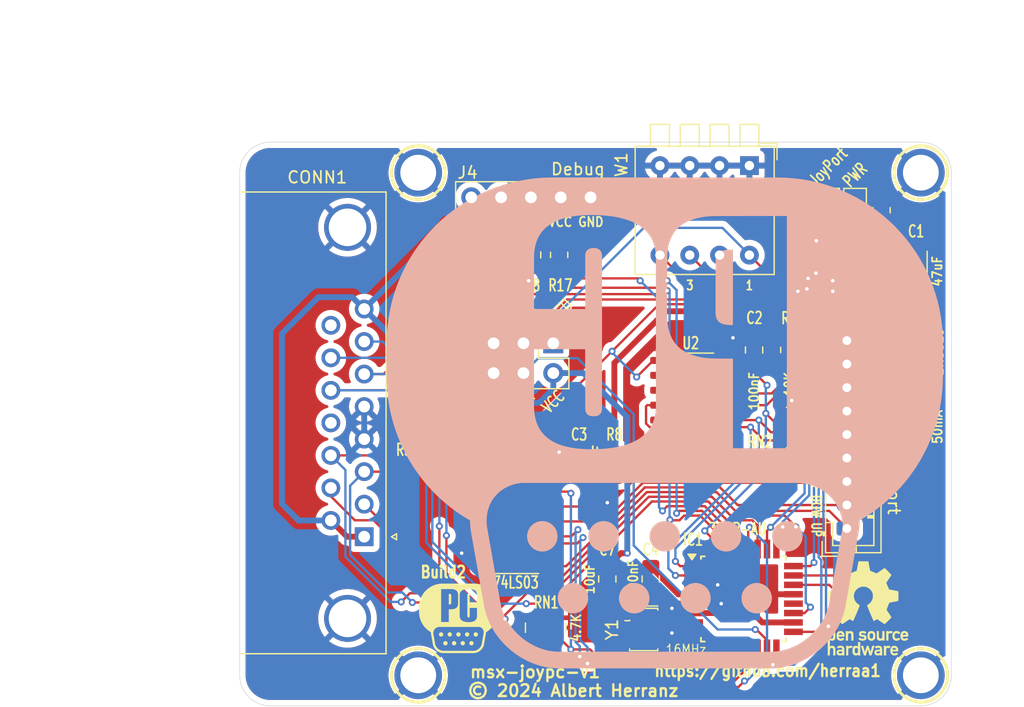
<source format=kicad_pcb>
(kicad_pcb (version 20240108) (generator "pcbnew") (generator_version "8.0")
  (title_block (title "msx-joypc-v1") (date "2024-11-28") (rev "Build2") (company "Albert Herranz"))
  (layers (0 "F.Cu" signal) (31 "B.Cu" signal) (34 "B.Paste" user) (35 "F.Paste" user) (36 "B.SilkS" user "B.Silkscreen") (37 "F.SilkS" user "F.Silkscreen") (38 "B.Mask" user) (39 "F.Mask" user) (44 "Edge.Cuts" user))
  (net 0 "")
  (net 1 "GND")
  (net 2 "VCC")
  (net 3 "JOY_5V")
  (net 4 "J1_PWR")
  (net 5 "/GPIO_J1_TRIGA")
  (net 6 "/GPIO_J1_RIGHT")
  (net 7 "/GPIO_J1_LEFT")
  (net 8 "/GPIO_J1_DOWN")
  (net 9 "/GPIO_J1_UP")
  (net 10 "AXIS1_X")
  (net 11 "AXIS2_Y")
  (net 12 "MIDI_TXD")
  (net 13 "AXIS1_Y")
  (net 14 "/DTR")
  (net 16 "BUTTON_1")
  (net 17 "AXIS2_X")
  (net 18 "MIDI_RXD")
  (net 19 "BUTTON_2")
  (net 20 "BUTTON_4")
  (net 21 "/RESET")
  (net 22 "/D0{slash}RX")
  (net 23 "/D1{slash}TX")
  (net 24 "/GPIO_J1_TRIGB")
  (net 25 "/J1_UP")
  (net 26 "/J1_DOWN")
  (net 27 "/J1_LEFT")
  (net 28 "/J1_RIGHT")
  (net 29 "/J1_TRIGA")
  (net 30 "/J1_TRIGB")
  (net 31 "/J1_OUT")
  (net 32 "SW3")
  (net 33 "/~{J1_OUT_1}")
  (net 34 "/~{J1_OUT_2}")
  (net 35 "/TX")
  (net 36 "/RX")
  (net 37 "Net-(D3-A)")
  (net 38 "BUTTON_3")
  (net 39 "Net-(IC1-XTAL1{slash}PB6)")
  (net 40 "Net-(IC1-XTAL2{slash}PB7)")
  (net 41 "SW4")
  (net 42 "/+5V_LED")
  (net 43 "MOSI")
  (net 44 "SW1{slash}MISO")
  (net 45 "LED_J1{slash}SCK")
  (net 46 "SW2")
  (footprint "Resistor_SMD:R_0805_2012Metric_Pad1.20x1.40mm_HandSolder" (layer "F.Cu") (at 105.6 73.2 180)
    (property "Reference" "R3")
    (property "Value" "100K")
  )
  (footprint "Button_Switch_THT:SW_DIP_SPSTx04_Piano_10.8x11.72mm_W7.62mm_P2.54mm" (layer "F.Cu") (at 132.4 49 -90)
    (property "Reference" "SW1")
    (property "Value" "SW_DIP_x04")
  )
  (footprint "Capacitor_SMD:C_0805_2012Metric_Pad1.18x1.45mm_HandSolder" (layer "F.Cu") (at 120.3 84.2 -90)
    (property "Reference" "C7")
    (property "Value" "10uF")
  )
  (footprint "Package_SO:SOIC-14_3.9x8.7mm_P1.27mm" (layer "F.Cu") (at 112.5 79.3)
    (property "Reference" "U1")
    (property "Value" "74LS03")
  )
  (footprint "My_Components:Hole_3mm" (layer "F.Cu") (at 104.2 49.6)
    (property "Reference" "HOLE4" (hide yes))
    (property "Value" "HOLE" (hide yes))
  )
  (footprint "Resistor_SMD:R_Array_Concave_4x0603" (layer "F.Cu") (at 135.95 71.3)
    (property "Reference" "RN2")
    (property "Value" "4.7K")
  )
  (footprint "Resistor_SMD:R_0805_2012Metric_Pad1.20x1.40mm_HandSolder" (layer "F.Cu") (at 135.8 64.7 -90)
    (property "Reference" "R1")
    (property "Value" "10K")
  )
  (footprint "Connector_JST:JST_PH_B9B-PH-K_1x09_P2.00mm_Vertical" (layer "F.Cu") (at 140.7 79.9 90)
    (property "Reference" "CONN2")
    (property "Value" "MSX Joystick Port")
  )
  (footprint "Crystal:Resonator_SMD_Murata_CSTxExxV-3Pin_3.0x1.1mm_HandSoldering" (layer "F.Cu") (at 123.4 88.5 -90)
    (property "Reference" "Y1")
    (property "Value" "16MHz")
  )
  (footprint "Capacitor_SMD:C_0805_2012Metric_Pad1.18x1.45mm_HandSolder" (layer "F.Cu") (at 124 84.2 -90)
    (property "Reference" "C4")
    (property "Value" "100nF")
  )
  (footprint "My_Components:Hole_3mm" (layer "F.Cu") (at 104.2 92.4)
    (property "Reference" "HOLE3" (hide yes))
    (property "Value" "HOLE" (hide yes))
  )
  (footprint "Diode_SMD:D_SOD-123" (layer "F.Cu") (at 146.6 64.75 -90)
    (property "Reference" "D1")
    (property "Value" "1N5819")
  )
  (footprint "Resistor_SMD:R_0805_2012Metric_Pad1.20x1.40mm_HandSolder" (layer "F.Cu") (at 120.9 74.5 -90)
    (property "Reference" "R8")
    (property "Value" "10K")
  )
  (footprint "Resistor_SMD:R_0805_2012Metric_Pad1.20x1.40mm_HandSolder" (layer "F.Cu") (at 105.6 63.4)
    (property "Reference" "R4")
    (property "Value" "100K")
  )
  (footprint "Capacitor_SMD:C_0805_2012Metric_Pad1.18x1.45mm_HandSolder" (layer "F.Cu") (at 118 74.5 90)
    (property "Reference" "C3")
    (property "Value" "100nF")
  )
  (footprint "Symbol:OSHW-Logo_7.5x8mm_SilkScreen" (layer "F.Cu") (at 142.1 86.7)
    (property "Reference" "SYM1" (hide yes))
    (property "Value" "Logo_Open_Hardware_Large" (hide yes))
  )
  (footprint "Resistor_SMD:R_Array_Concave_4x0603" (layer "F.Cu") (at 115.05 88.35 90)
    (property "Reference" "RN1")
    (property "Value" "4.7K")
  )
  (footprint "Resistor_SMD:R_0805_2012Metric_Pad1.20x1.40mm_HandSolder" (layer "F.Cu") (at 109.3 56.6 90)
    (property "Reference" "R11")
    (property "Value" "1K" (hide yes))
  )
  (footprint "Capacitor_SMD:C_0805_2012Metric_Pad1.18x1.45mm_HandSolder" (layer "F.Cu") (at 113.9 56.6 90)
    (property "Reference" "C8")
    (property "Value" "100nF" (hide yes))
  )
  (footprint "Package_QFP:TQFP-32_7x7mm_P0.8mm" (layer "F.Cu") (at 131.9 85.9)
    (property "Reference" "IC1")
    (property "Value" "328P-AU")
  )
  (footprint "Resistor_SMD:R_0805_2012Metric_Pad1.20x1.40mm_HandSolder" (layer "F.Cu") (at 116.2 56.6 -90)
    (property "Reference" "R17")
    (property "Value" "1K" (hide yes))
  )
  (footprint "My_Components:Hole_3mm" (layer "F.Cu") (at 147 92.4)
    (property "Reference" "HOLE1" (hide yes))
    (property "Value" "HOLE" (hide yes))
  )
  (footprint "Resistor_SMD:R_0805_2012Metric_Pad1.20x1.40mm_HandSolder" (layer "F.Cu") (at 105.6 69.933332)
    (property "Reference" "R2")
    (property "Value" "100K")
  )
  (footprint "Capacitor_Tantalum_SMD:CP_EIA-3216-18_Kemet-A_Pad1.58x1.35mm_HandSolder" (layer "F.Cu") (at 146.6 57.9 90)
    (property "Reference" "C1")
    (property "Value" "47uF")
  )
  (footprint "LED_SMD:LED_0805_2012Metric_Pad1.15x1.40mm_HandSolder" (layer "F.Cu") (at 139.103334 52.8 -90)
    (property "Reference" "D3")
    (property "Value" "JoyPort")
  )
  (footprint "Package_SO:SOIC-14_3.9x8.7mm_P1.27mm" (layer "F.Cu") (at 127.4 69.4)
    (property "Reference" "U2")
    (property "Value" "74LS03")
  )
  (footprint "Connector_PinHeader_2.54mm:PinHeader_1x05_P2.54mm_Vertical" (layer "F.Cu") (at 118.875 51.7 -90)
    (property "Reference" "J4")
    (property "Value" "Debug")
  )
  (footprint "LED_SMD:LED_0805_2012Metric_Pad1.15x1.40mm_HandSolder" (layer "F.Cu") (at 141.4 52.8 -90)
    (property "Reference" "D2")
    (property "Value" "PWR")
  )
  (footprint "Resistor_SMD:R_0805_2012Metric_Pad1.20x1.40mm_HandSolder" (layer "F.Cu") (at 136.851668 52.8 -90)
    (property "Reference" "R6")
    (property "Value" "4.7K" (hide yes))
  )
  (footprint "Capacitor_SMD:C_0805_2012Metric_Pad1.18x1.45mm_HandSolder" (layer "F.Cu") (at 132.8 64.7 90)
    (property "Reference" "C2")
    (property "Value" "100nF")
  )
  (footprint "Connector_PinHeader_2.54mm:PinHeader_2x03_P2.54mm_Vertical" (layer "F.Cu") (at 115.7 64.125 -90)
    (property "Reference" "J3")
    (property "Value" "ICSP")
  )
  (footprint "My_Components:Hole_3mm" (layer "F.Cu") (at 147 49.6)
    (property "Reference" "HOLE2" (hide yes))
    (property "Value" "HOLE" (hide yes))
  )
  (footprint "Resistor_SMD:R_0805_2012Metric_Pad1.20x1.40mm_HandSolder" (layer "F.Cu") (at 111.6 56.6 90)
    (property "Reference" "R16")
    (property "Value" "1K" (hide yes))
  )
  (footprint "Resistor_SMD:R_0805_2012Metric_Pad1.20x1.40mm_HandSolder" (layer "F.Cu") (at 143.651668 52.8 -90)
    (property "Reference" "R9")
    (property "Value" "4.7K" (hide yes))
  )
  (footprint "Fuse:Fuse_1206_3216Metric_Pad1.42x1.75mm_HandSolder" (layer "F.Cu") (at 146.6 71.25 90)
    (property "Reference" "F1")
    (property "Value" "50mA")
  )
  (footprint "Resistor_SMD:R_0805_2012Metric_Pad1.20x1.40mm_HandSolder" (layer "F.Cu") (at 105.6 66.666666 180)
    (property "Reference" "R5")
    (property "Value" "100K")
  )
  (footprint "Connector_Dsub:DSUB-15_Female_Horizontal_P2.77x2.84mm_EdgePinOffset7.70mm_Housed_MountingHolesOffset9.12mm" (layer "F.Cu") (at 99.6 80.6 -90)
    (property "Reference" "CONN1")
    (property "Value" "GamePort")
  )
  (gr_poly (pts (xy 132.967745 84.776467) (xy 132.913945 84.780559) (xy 132.860927 84.787297) (xy 132.808757 84.796614) (xy 132.757503 84.808445) (xy 132.707231 84.822723) (xy 132.658008 84.839381) (xy 132.6099 84.858352) (xy 132.562973 84.87957) (xy 132.517294 84.902968) (xy 132.47293 84.928481) (xy 132.429947 84.95604) (xy 132.388413 84.98558) (xy 132.348392 85.017034) (xy 132.309953 85.050336) (xy 132.273161 85.085419) (xy 132.238083 85.122215) (xy 132.204786 85.16066) (xy 132.173336 85.200686) (xy 132.1438 85.242226) (xy 132.116244 85.285215) (xy 132.090736 85.329585) (xy 132.06734 85.37527) (xy 132.046125 85.422203) (xy 132.027156 85.470318) (xy 132.010501 85.519549) (xy 131.996225 85.569828) (xy 131.984396 85.621089) (xy 131.97508 85.673265) (xy 131.968342 85.72629) (xy 131.964251 85.780098) (xy 131.962873 85.834621) (xy 131.964251 85.889145) (xy 131.968342 85.942953) (xy 131.97508 85.995978) (xy 131.984396 86.048155) (xy 131.996225 86.099416) (xy 132.010501 86.149695) (xy 132.027156 86.198926) (xy 132.046125 86.247041) (xy 132.06734 86.293974) (xy 132.090736 86.339659) (xy 132.116244 86.384029) (xy 132.1438 86.427018) (xy 132.173336 86.468559) (xy 132.204786 86.508585) (xy 132.238083 86.547029) (xy 132.273161 86.583826) (xy 132.309953 86.618909) (xy 132.348392 86.652211) (xy 132.388413 86.683665) (xy 132.429947 86.713205) (xy 132.47293 86.740764) (xy 132.517294 86.766277) (xy 132.562973 86.789675) (xy 132.6099 86.810893) (xy 132.658008 86.829864) (xy 132.707231 86.846522) (xy 132.757503 86.8608) (xy 132.808757 86.872631) (xy 132.860927 86.881948) (xy 132.913945 86.888686) (xy 132.967745 86.892778) (xy 133.022261 86.894157) (xy 133.076777 86.892778) (xy 133.130577 86.888686) (xy 133.183595 86.881948) (xy 133.235765 86.872631) (xy 133.287019 86.8608) (xy 133.337291 86.846522) (xy 133.386514 86.829864) (xy 133.434623 86.810893) (xy 133.48155 86.789675) (xy 133.527228 86.766277) (xy 133.571592 86.740764) (xy 133.614575 86.713205) (xy 133.65611 86.683665) (xy 133.69613 86.652211) (xy 133.73457 86.618909) (xy 133.771362 86.583826) (xy 133.80644 86.547029) (xy 133.839737 86.508585) (xy 133.871186 86.468559) (xy 133.900723 86.427018) (xy 133.928278 86.384029) (xy 133.953787 86.339659) (xy 133.977182 86.293974) (xy 133.998397 86.247041) (xy 134.017366 86.198926) (xy 134.034021 86.149695) (xy 134.048297 86.099416) (xy 134.060126 86.048155) (xy 134.069443 85.995978) (xy 134.07618 85.942953) (xy 134.080271 85.889145) (xy 134.081649 85.834621) (xy 134.080271 85.780098) (xy 134.07618 85.72629) (xy 134.069443 85.673265) (xy 134.060126 85.621089) (xy 134.048297 85.569828) (xy 134.034021 85.519549) (xy 134.017366 85.470318) (xy 133.998397 85.422203) (xy 133.977182 85.37527) (xy 133.953787 85.329585) (xy 133.928278 85.285215) (xy 133.900723 85.242226) (xy 133.871186 85.200686) (xy 133.839737 85.16066) (xy 133.80644 85.122215) (xy 133.771362 85.085419) (xy 133.73457 85.050336) (xy 133.69613 85.017034) (xy 133.65611 84.98558) (xy 133.614575 84.95604) (xy 133.571592 84.928481) (xy 133.527228 84.902968) (xy 133.48155 84.87957) (xy 133.434623 84.858352) (xy 133.386514 84.839381) (xy 133.337291 84.822723) (xy 133.287019 84.808445) (xy 133.235765 84.796614) (xy 133.183595 84.787297) (xy 133.130577 84.780559) (xy 133.076777 84.776467) (xy 133.022261 84.775089)) (stroke (width 0.473069) (color 255 255 255 1)) (fill solid) (layer "B.SilkS"))
  (gr_poly (pts (xy 113.126593 75.304617) (xy 112.885618 75.32305) (xy 112.650204 75.3534) (xy 112.420604 75.395363) (xy 112.197075 75.448634) (xy 111.97987 75.51291) (xy 111.769246 75.587885) (xy 111.565456 75.673257) (xy 111.368755 75.76872) (xy 111.179399 75.87397) (xy 110.997642 75.988704) (xy 110.82374 76.112617) (xy 110.657946 76.245405) (xy 110.500517 76.386763) (xy 110.351706 76.536388) (xy 110.211769 76.693976) (xy 110.08096 76.859221) (xy 109.959535 77.03182) (xy 109.847748 77.211469) (xy 109.745854 77.397863) (xy 109.654109 77.590699) (xy 109.572766 77.789672) (xy 109.502081 77.994477) (xy 109.442308 78.204811) (xy 109.393703 78.42037) (xy 109.356521 78.640849) (xy 109.331015 78.865944) (xy 109.317442 79.095351) (xy 109.316056 79.328765) (xy 109.327111 79.565883) (xy 109.350863 79.806401) (xy 109.387567 80.050013) (xy 110.50086 86.346207) (xy 110.550296 86.589809) (xy 110.611594 86.830331) (xy 110.68439 87.067466) (xy 110.768322 87.300911) (xy 110.863026 87.530359) (xy 110.968141 87.755505) (xy 111.083302 87.976045) (xy 111.208146 88.191673) (xy 111.342311 88.402085) (xy 111.485434 88.606975) (xy 111.7971 88.998968) (xy 112.14024 89.365214) (xy 112.511951 89.703269) (xy 112.909327 90.010695) (xy 113.329466 90.285049) (xy 113.769462 90.523892) (xy 113.995999 90.629234) (xy 114.226411 90.724782) (xy 114.460336 90.810232) (xy 114.69741 90.885279) (xy 114.937271 90.949617) (xy 115.179554 91.002941) (xy 115.423899 91.044947) (xy 115.66994 91.075328) (xy 115.917316 91.093781) (xy 116.165663 91.1) (xy 134.230933 91.1) (xy 134.479313 91.093781) (xy 134.726722 91.075329) (xy 134.972794 91.044947) (xy 135.217168 91.002941) (xy 135.45948 90.949617) (xy 135.699367 90.885279) (xy 135.936467 90.810233) (xy 136.170415 90.724783) (xy 136.400849 90.629234) (xy 136.627405 90.523893) (xy 136.849721 90.409063) (xy 137.067434 90.285051) (xy 137.28018 90.15216) (xy 137.487596 90.010696) (xy 137.689319 89.860965) (xy 137.884986 89.703271) (xy 138.074234 89.53792) (xy 138.256699 89.365216) (xy 138.43202 89.185465) (xy 138.599831 88.998971) (xy 138.759771 88.80604) (xy 138.911477 88.606978) (xy 139.054585 88.402088) (xy 139.188731 88.191676) (xy 139.313554 87.976048) (xy 139.428689 87.755508) (xy 139.533774 87.530362) (xy 139.628446 87.300914) (xy 139.712341 87.067469) (xy 139.785097 86.830334) (xy 139.84635 86.589812) (xy 139.895737 86.346209) (xy 141.009211 80.050015) (xy 141.045912 79.806403) (xy 141.069657 79.565886) (xy 141.0807 79.328768) (xy 141.079299 79.095353) (xy 141.065706 78.865946) (xy 141.040179 78.640851) (xy 141.002973 78.420372) (xy 140.954342 78.204814) (xy 140.894542 77.99448) (xy 140.823829 77.789674) (xy 140.742457 77.590701) (xy 140.650683 77.397866) (xy 140.548762 77.211471) (xy 140.436949 77.031822) (xy 140.315499 76.859223) (xy 140.184668 76.693978) (xy 140.044711 76.536391) (xy 139.895884 76.386766) (xy 139.738441 76.245407) (xy 139.572639 76.112619) (xy 139.398732 75.988706) (xy 139.216977 75.873972) (xy 139.027627 75.768722) (xy 138.83094 75.673259) (xy 138.627169 75.587887) (xy 138.416571 75.512912) (xy 138.199401 75.448636) (xy 137.975915 75.395365) (xy 137.746366 75.353403) (xy 137.511012 75.323053) (xy 137.270107 75.30462) (xy 137.023907 75.298408) (xy 113.372874 75.298405)) (stroke (width 1.418269) (color 255 255 255 1)) (fill none) (layer "B.SilkS"))
  (gr_poly (pts (xy 119.928525 79.505571) (xy 119.874704 79.509665) (xy 119.821667 79.516407) (xy 119.769481 79.525731) (xy 119.718211 79.537569) (xy 119.667925 79.551855) (xy 119.618689 79.568523) (xy 119.570569 79.587506) (xy 119.523632 79.608736) (xy 119.477944 79.632149) (xy 119.433572 79.657676) (xy 119.390583 79.685251) (xy 119.349042 79.714808) (xy 119.309017 79.74628) (xy 119.270574 79.7796) (xy 119.233779 79.814702) (xy 119.198699 79.85152) (xy 119.1654 79.889985) (xy 119.133949 79.930032) (xy 119.104413 79.971595) (xy 119.076857 80.014606) (xy 119.051349 80.058999) (xy 119.027954 80.104707) (xy 119.006739 80.151664) (xy 118.987772 80.199803) (xy 118.971118 80.249057) (xy 118.956843 80.299359) (xy 118.945015 80.350644) (xy 118.935699 80.402845) (xy 118.928963 80.455894) (xy 118.924873 80.509725) (xy 118.923494 80.564272) (xy 118.924873 80.618801) (xy 118.928963 80.672614) (xy 118.935699 80.725644) (xy 118.945015 80.777824) (xy 118.956843 80.829088) (xy 118.971118 80.87937) (xy 118.987772 80.928602) (xy 119.006739 80.976719) (xy 119.027954 81.023653) (xy 119.051349 81.069339) (xy 119.076857 81.113709) (xy 119.104413 81.156697) (xy 119.133949 81.198237) (xy 119.1654 81.238262) (xy 119.198699 81.276706) (xy 119.233779 81.313501) (xy 119.270574 81.348582) (xy 119.309017 81.381882) (xy 119.349042 81.413334) (xy 119.390583 81.442873) (xy 119.433572 81.47043) (xy 119.477944 81.49594) (xy 119.523632 81.519337) (xy 119.570569 81.540553) (xy 119.618689 81.559522) (xy 119.667925 81.576178) (xy 119.718211 81.590454) (xy 119.769481 81.602284) (xy 119.821667 81.6116) (xy 119.874704 81.618337) (xy 119.928525 81.622428) (xy 119.983064 81.623807) (xy 120.037521 81.622428) (xy 120.091268 81.618337) (xy 120.14424 81.6116) (xy 120.196368 81.602284) (xy 120.247587 81.590454) (xy 120.297829 81.576178) (xy 120.347028 81.559522) (xy 120.395116 81.540553) (xy 120.442027 81.519337) (xy 120.487694 81.49594) (xy 120.532049 81.47043) (xy 120.575027 81.442873) (xy 120.61656 81.413334) (xy 120.656582 81.381882) (xy 120.695025 81.348582) (xy 120.731823 81.313501) (xy 120.766909 81.276706) (xy 120.800216 81.238262) (xy 120.831677 81.198237) (xy 120.861225 81.156697) (xy 120.888793 81.113709) (xy 120.914315 81.069339) (xy 120.937724 81.023653) (xy 120.958952 80.976719) (xy 120.977934 80.928602) (xy 120.994601 80.87937) (xy 121.008888 80.829088) (xy 121.020727 80.777824) (xy 121.030051 80.725644) (xy 121.036795 80.672614) (xy 121.04089 80.618801) (xy 121.042269 80.564272) (xy 121.04089 80.509725) (xy 121.036795 80.455894) (xy 121.030052 80.402845) (xy 121.020727 80.350644) (xy 121.008888 80.299359) (xy 120.994602 80.249057) (xy 120.977934 80.199803) (xy 120.958953 80.151664) (xy 120.937725 80.104707) (xy 120.914316 80.058999) (xy 120.888794 80.014606) (xy 120.861226 79.971595) (xy 120.831678 79.930032) (xy 120.800217 79.889985) (xy 120.766911 79.85152) (xy 120.731825 79.814702) (xy 120.695027 79.7796) (xy 120.656584 79.74628) (xy 120.616562 79.714808) (xy 120.575029 79.685251) (xy 120.532051 79.657676) (xy 120.487696 79.632149) (xy 120.442029 79.608736) (xy 120.395118 79.587506) (xy 120.34703 79.568523) (xy 120.297831 79.551855) (xy 120.247589 79.537569) (xy 120.19637 79.525731) (xy 120.144241 79.516407) (xy 120.091269 79.509665) (xy 120.037521 79.505571) (xy 119.983064 79.504192)) (stroke (width 0.473069) (color 255 255 255 1)) (fill solid) (layer "B.SilkS"))
  (gr_poly (pts (xy 114.906638 50.026419) (xy 114.187423 50.080771) (xy 113.478895 50.170289) (xy 112.78193 50.294099) (xy 112.097402 50.451326) (xy 111.426184 50.641097) (xy 110.769152 50.862537) (xy 110.127178 51.114771) (xy 109.501138 51.396926) (xy 108.891905 51.708127) (xy 108.300354 52.0475) (xy 107.727358 52.414171) (xy 107.173793 52.807266) (xy 106.640531 53.225909) (xy 106.128447 53.669228) (xy 105.638416 54.136347) (xy 105.171311 54.626393) (xy 104.728006 55.138491) (xy 104.309377 55.671766) (xy 103.916296 56.225346) (xy 103.549638 56.798355) (xy 103.210278 57.389919) (xy 102.899088 57.999164) (xy 102.616945 58.625215) (xy 102.36472 59.267199) (xy 102.14329 59.924241) (xy 101.953528 60.595467) (xy 101.796307 61.280003) (xy 101.672503 61.976973) (xy 101.582989 62.685505) (xy 101.52864 63.404724) (xy 101.510329 64.133756) (xy 101.510329 66.949086) (xy 101.51872 67.442832) (xy 101.543714 67.932209) (xy 101.58504 68.416948) (xy 101.642427 68.89678) (xy 101.715604 69.371435) (xy 101.804301 69.840646) (xy 101.908248 70.304143) (xy 102.027173 70.761658) (xy 102.160807 71.212922) (xy 102.308878 71.657666) (xy 102.471116 72.095622) (xy 102.647251 72.52652) (xy 102.837011 72.950091) (xy 103.040127 73.366068) (xy 103.256327 73.774181) (xy 103.485341 74.174161) (xy 103.726898 74.56574) (xy 103.980728 74.948649) (xy 104.24656 75.322619) (xy 104.524124 75.687381) (xy 104.813148 76.042667) (xy 105.113363 76.388207) (xy 105.424498 76.723733) (xy 105.746281 77.048977) (xy 106.078444 77.363669) (xy 106.420714 77.66754) (xy 106.772821 77.960322) (xy 107.134495 78.241746) (xy 107.505465 78.511544) (xy 107.885461 78.769445) (xy 108.274212 79.015183) (xy 108.671447 79.248487) (xy 108.70445 79.073944) (xy 108.744663 78.902576) (xy 108.791958 78.734538) (xy 108.846205 78.569984) (xy 108.907278 78.40907) (xy 108.975048 78.251952) (xy 109.049387 78.098784) (xy 109.130167 77.949722) (xy 109.21726 77.804921) (xy 109.310537 77.664536) (xy 109.409871 77.528722) (xy 109.515133 77.397634) (xy 109.626196 77.271429) (xy 109.742931 77.15026) (xy 109.86521 77.034283) (xy 109.992906 76.923653) (xy 110.125889 76.818526) (xy 110.264033 76.719056) (xy 110.407208 76.6254) (xy 110.555287 76.537711) (xy 110.708141 76.456145) (xy 110.865643 76.380858) (xy 111.027665 76.312005) (xy 111.194078 76.24974) (xy 111.364754 76.19422) (xy 111.539565 76.145598) (xy 111.718384 76.104031) (xy 111.901081 76.069674) (xy 112.08753 76.042682) (xy 112.277601 76.023209) (xy 112.471166 76.011412) (xy 112.668099 76.007445) (xy 136.319054 76.007445) (xy 136.538561 76.012381) (xy 136.753863 76.027044) (xy 136.964781 76.051221) (xy 137.171138 76.084694) (xy 137.372755 76.127249) (xy 137.569452 76.17867) (xy 137.761051 76.238743) (xy 137.947375 76.30725) (xy 138.128243 76.383978) (xy 138.303478 76.46871) (xy 138.4729 76.561231) (xy 138.636332 76.661326) (xy 138.793594 76.768779) (xy 138.944509 76.883375) (xy 139.088896 77.004898) (xy 139.226579 77.133133) (xy 139.357377 77.267865) (xy 139.481113 77.408878) (xy 139.597608 77.555957) (xy 139.706683 77.708886) (xy 139.80816 77.86745) (xy 139.90186 78.031433) (xy 139.987604 78.20062) (xy 140.065214 78.374796) (xy 140.134512 78.553744) (xy 140.195318 78.737251) (xy 140.247453 78.9251) (xy 140.29074 79.117075) (xy 140.325 79.312962) (xy 140.350054 79.512545) (xy 140.365723 79.715609) (xy 140.37183 79.921938) (xy 141.294389 79.483848) (xy 142.178404 78.9826) (xy 143.020979 78.42108) (xy 143.819222 77.802172) (xy 144.570238 77.128761) (xy 145.271131 76.403732) (xy 145.919009 75.629969) (xy 146.510978 74.810357) (xy 147.044142 73.947782) (xy 147.515607 73.045127) (xy 147.92248 72.105278) (xy 148.261866 71.13112) (xy 148.530871 70.125536) (xy 148.726601 69.091413) (xy 148.846161 68.031635) (xy 148.886658 66.949086) (xy 148.886658 64.133756) (xy 148.868346 63.404724) (xy 148.813995 62.685505) (xy 148.724477 61.976973) (xy 148.600667 61.280003) (xy 148.443439 60.595467) (xy 148.253669 59.924241) (xy 148.032229 59.267199) (xy 147.779995 58.625215) (xy 147.49784 57.999164) (xy 147.186639 57.389919) (xy 146.847266 56.798355) (xy 146.480595 56.225346) (xy 146.0875 55.671766) (xy 145.668857 55.138491) (xy 145.225538 54.626393) (xy 144.758419 54.136347) (xy 144.268373 53.669228) (xy 143.900957 53.351159) (xy 135.589486 53.351159) (xy 135.589177 73.06282) (xy 131 73.064061) (xy 131 66.563375) (xy 130.999344 66.279896) (xy 131.000839 65.996402) (xy 131.000364 65.713) (xy 130.9981 65.571368) (xy 130.993799 65.4298) (xy 130.83611 65.430772) (xy 130.678419 65.430763) (xy 130.36283 65.430421) (xy 129.602357 65.43047) (xy 129.412312 65.427469) (xy 129.222445 65.420972) (xy 129.03283 65.409832) (xy 128.843542 65.392903) (xy 128.64641 65.370997) (xy 128.449899 65.343687) (xy 128.254474 65.310481) (xy 128.060604 65.270888) (xy 127.868753 65.224417) (xy 127.773732 65.198448) (xy 127.67939 65.170576) (xy 127.585787 65.140738) (xy 127.492981 65.108873) (xy 127.40103 65.07492) (xy 127.309993 65.038817) (xy 127.247791 65.012233) (xy 127.186083 64.984614) (xy 127.124928 64.95594) (xy 127.064383 64.926195) (xy 127.004508 64.89536) (xy 126.945361 64.863418) (xy 126.887 64.830351) (xy 126.829484 64.79614) (xy 126.772872 64.760769) (xy 126.717221 64.724218) (xy 126.662591 64.686471) (xy 126.60904 64.64751) (xy 126.556626 64.607316) (xy 126.505408 64.565872) (xy 126.455445 64.523159) (xy 126.406795 64.479161) (xy 126.328237 64.407555) (xy 126.253346 64.333162) (xy 126.182078 64.256142) (xy 126.114386 64.176653) (xy 126.050227 64.094853) (xy 125.989555 64.010902) (xy 125.932324 63.924957) (xy 125.87849 63.837178) (xy 125.828008 63.747722) (xy 125.780831 63.656749) (xy 125.736916 63.564418) (xy 125.696216 63.470886) (xy 125.658688 63.376313) (xy 125.624285 63.280856) (xy 125.592962 63.184676) (xy 125.564675 63.087929) (xy 125.538109 62.990486) (xy 125.514378 62.8926) (xy 125.493343 62.794311) (xy 125.474865 62.695658) (xy 125.458805 62.596679) (xy 125.445026 62.497415) (xy 125.423756 62.298184) (xy 125.409945 62.098279) (xy 125.402488 61.898011) (xy 125.400276 61.697693) (xy 125.402203 61.497638) (xy 125.402203 57.151547) (xy 125.400979 57.005561) (xy 125.40176 56.893373) (xy 124.44114 56.893373) (xy 124.439471 57.027523) (xy 124.439471 69.365372) (xy 124.440432 69.467505) (xy 124.439119 69.569748) (xy 124.435452 69.672022) (xy 124.429352 69.774247) (xy 124.42074 69.876343) (xy 124.409536 69.97823) (xy 124.39566 70.079829) (xy 124.379034 70.181059) (xy 124.359578 70.281841) (xy 124.337212 70.382095) (xy 124.311858 70.481741) (xy 124.283435 70.5807) (xy 124.251865 70.678892) (xy 124.217068 70.776237) (xy 124.178964 70.872655) (xy 124.137475 70.968066) (xy 124.104246 71.039096) (xy 124.068926 71.109317) (xy 124.03154 71.178678) (xy 123.992117 71.247129) (xy 123.950684 71.314617) (xy 123.907269 71.381093) (xy 123.861898 71.446503) (xy 123.814599 71.510799) (xy 123.765399 71.573927) (xy 123.714326 71.635838) (xy 123.661408 71.696479) (xy 123.60667 71.7558) (xy 123.550141 71.813749) (xy 123.491848 71.870276) (xy 123.431819 71.925329) (xy 123.37008 71.978857) (xy 123.269454 72.062629) (xy 123.165312 72.142319) (xy 123.057867 72.218029) (xy 122.94733 72.289866) (xy 122.833915 72.357934) (xy 122.717833 72.422338) (xy 122.599296 72.483183) (xy 122.478517 72.540574) (xy 122.355708 72.594616) (xy 122.23108 72.645414) (xy 122.104847 72.693072) (xy 121.97722 72.737696) (xy 121.848411 72.779391) (xy 121.718633 72.818261) (xy 121.457017 72.887948) (xy 121.173071 72.950883) (xy 120.886821 73.003661) (xy 120.598652 73.046999) (xy 120.308945 73.081614) (xy 120.018086 73.10822) (xy 119.726458 73.127536) (xy 119.434444 73.140276) (xy 119.142429 73.147157) (xy 118.861068 73.14781) (xy 118.579478 73.142864) (xy 118.298058 73.131454) (xy 118.017208 73.112714) (xy 117.73733 73.08578) (xy 117.458824 73.049788) (xy 117.18209 73.003872) (xy 116.907528 72.947169) (xy 116.800118 72.921818) (xy 116.693178 72.894425) (xy 116.586829 72.864934) (xy 116.481193 72.833288) (xy 116.376391 72.799432) (xy 116.272544 72.76331) (xy 116.169772 72.724864) (xy 116.068197 72.684039) (xy 115.96794 72.640779) (xy 115.869122 72.595026) (xy 115.771864 72.546726) (xy 115.676286 72.495822) (xy 115.582511 72.442258) (xy 115.490659 72.385976) (xy 115.400851 72.326922) (xy 115.313208 72.265039) (xy 115.230503 72.203531) (xy 115.150576 72.139294) (xy 115.073454 72.072449) (xy 114.999162 72.003114) (xy 114.927727 71.93141) (xy 114.859177 71.857455) (xy 114.793536 71.78137) (xy 114.730831 71.703274) (xy 114.67109 71.623287) (xy 114.614337 71.541528) (xy 114.5606 71.458117) (xy 114.509905 71.373173) (xy 114.462279 71.286817) (xy 114.417747 71.199167) (xy 114.376336 71.110343) (xy 114.338073 71.020464) (xy 114.300624 70.924042) (xy 114.266336 70.826814) (xy 114.235107 70.728844) (xy 114.206833 70.630196) (xy 114.181414 70.530935) (xy 114.158746 70.431123) (xy 114.138727 70.330826) (xy 114.121255 70.230107) (xy 114.106228 70.12903) (xy 114.093543 70.027659) (xy 114.074789 69.824291) (xy 114.064174 69.620515) (xy 114.060881 69.416843) (xy 114.062742 64.632639) (xy 118.415962 64.633881) (xy 118.416274 69.466762) (xy 118.415126 69.540196) (xy 118.41525 69.613929) (xy 118.417647 69.687665) (xy 118.42001 69.72444) (xy 118.423317 69.761104) (xy 118.427693 69.797619) (xy 118.433262 69.83395) (xy 118.44015 69.870057) (xy 118.448482 69.905904) (xy 118.458383 69.941454) (xy 118.469977 69.97667) (xy 118.483391 70.011514) (xy 118.498749 70.04595) (xy 118.517642 70.079647) (xy 118.539375 70.111444) (xy 118.563755 70.141314) (xy 118.590587 70.16923) (xy 118.619678 70.195163) (xy 118.650834 70.219087) (xy 118.683861 70.240974) (xy 118.718564 70.260795) (xy 118.754751 70.278525) (xy 118.792227 70.294136) (xy 118.830798 70.307599) (xy 118.87027 70.318888) (xy 118.910449 70.327974) (xy 118.951142 70.334831) (xy 118.992154 70.339432) (xy 119.033291 70.341747) (xy 119.114231 70.344217) (xy 119.155449 70.344262) (xy 119.196921 70.343293) (xy 119.238465 70.341144) (xy 119.279897 70.33765) (xy 119.321035 70.332645) (xy 119.361695 70.325964) (xy 119.401695 70.317441) (xy 119.440851 70.30691) (xy 119.478981 70.294207) (xy 119.515901 70.279165) (xy 119.551429 70.261619) (xy 119.585381 70.241403) (xy 119.601709 70.230242) (xy 119.617575 70.218351) (xy 119.632955 70.20571) (xy 119.647827 70.192299) (xy 119.66231 70.17961) (xy 119.676082 70.166507) (xy 119.701568 70.139133) (xy 119.724433 70.110315) (xy 119.74482 70.080194) (xy 119.762875 70.048907) (xy 119.778743 70.016595) (xy 119.792569 69.983396) (xy 119.804498 69.949449) (xy 119.814676 69.914895) (xy 119.823247 69.879871) (xy 119.830356 69.844518) (xy 119.836148 69.808975) (xy 119.84077 69.77338) (xy 119.844365 69.737873) (xy 119.849056 69.667679) (xy 119.849985 56.703512) (xy 119.8498 56.674388) (xy 119.848894 56.645154) (xy 119.847205 56.615865) (xy 119.844672 56.586578) (xy 119.841232 56.557348) (xy 119.836825 56.528231) (xy 119.831388 56.499282) (xy 119.82486 56.470556) (xy 119.81718 56.44211) (xy 119.808285 56.413999) (xy 119.798114 56.386278) (xy 119.786605 56.359003) (xy 119.773697 56.33223) (xy 119.759328 56.306015) (xy 119.743437 56.280412) (xy 119.725961 56.255477) (xy 119.704276 56.226401) (xy 119.680267 56.199225) (xy 119.65411 56.173943) (xy 119.62598 56.150549) (xy 119.596051 56.129034) (xy 119.564499 56.109393) (xy 119.531499 56.09162) (xy 119.497227 56.075706) (xy 119.461856 56.061646) (xy 119.425563 56.049433) (xy 119.388523 56.03906) (xy 119.350911 56.03052) (xy 119.312901 56.023807) (xy 119.27467 56.018914) (xy 119.236392 56.015835) (xy 119.198242 56.014562) (xy 119.156339 56.012374) (xy 119.114054 56.011724) (xy 119.071562 56.012682) (xy 119.029036 56.015321) (xy 118.98665 56.019712) (xy 118.944578 56.025925) (xy 118.902993 56.034033) (xy 118.86207 56.044106) (xy 118.821982 56.056216) (xy 118.782904 56.070434) (xy 118.745008 56.086832) (xy 118.70847 56.10548) (xy 118.673462 56.126451) (xy 118.64016 56.149815) (xy 118.624202 56.162416) (xy 118.608735 56.175643) (xy 118.593782 56.189504) (xy 118.579364 56.204008) (xy 118.551219 56.237173) (xy 118.526343 56.271686) (xy 118.504549 56.307424) (xy 118.485648 56.344264) (xy 118.469454 56.38208) (xy 118.455779 56.420751) (xy 118.444434 56.460152) (xy 118.435234 56.50016) (xy 118.427988 56.54065) (xy 118.422511 56.581501) (xy 118.418615 56.622586) (xy 118.416111 56.663784) (xy 118.414813 56.704971) (xy 118.414532 56.746022) (xy 118.416274 56.827225) (xy 118.416274 59.311104) (xy 118.416902 60.260659) (xy 118.416422 60.73547) (xy 118.410694 61.210213) (xy 114.062122 61.208354) (xy 114.060881 56.829086) (xy 114.067246 56.615313) (xy 114.073668 56.508359) (xy 114.082403 56.401476) (xy 114.093569 56.294752) (xy 114.107281 56.188274) (xy 114.123656 56.08213) (xy 114.142809 55.976408) (xy 114.164858 55.871195) (xy 114.189917 55.766579) (xy 114.218103 55.662648) (xy 114.249533 55.559488) (xy 114.284322 55.457188) (xy 114.322586 55.355835) (xy 114.364442 55.255516) (xy 114.410006 55.15632) (xy 114.448365 55.080042) (xy 114.489135 55.004714) (xy 114.532291 54.93042) (xy 114.577812 54.857241) (xy 114.625674 54.785263) (xy 114.675855 54.714567) (xy 114.728332 54.645238) (xy 114.783083 54.57736) (xy 114.840083 54.511014) (xy 114.899312 54.446286) (xy 114.960745 54.383258) (xy 115.02436 54.322013) (xy 115.090134 54.262636) (xy 115.158045 54.205209) (xy 115.22807 54.149816) (xy 115.300185 54.09654) (xy 115.385285 54.035587) (xy 115.47254 53.977452) (xy 115.561824 53.922064) (xy 115.653014 53.869353) (xy 115.745987 53.819248) (xy 115.840617 53.77168) (xy 115.93678 53.726577) (xy 116.034353 53.683869) (xy 116.133212 53.643487) (xy 116.233231 53.605358) (xy 116.334288 53.569414) (xy 116.436259 53.535584) (xy 116.642442 53.473983) (xy 116.850788 53.419992) (xy 117.112024 53.364004) (xy 117.375334 53.317876) (xy 117.640355 53.280841) (xy 117.906724 53.252127) (xy 118.174077 53.230968) (xy 118.442052 53.216593) (xy 118.710284 53.208234) (xy 118.97841 53.205122) (xy 119.381967 53.21307) (xy 119.786228 53.231273) (xy 120.189854 53.261885) (xy 120.591505 53.307057) (xy 120.791171 53.335776) (xy 120.98984 53.368943) (xy 121.187345 53.406826) (xy 121.383519 53.449695) (xy 121.578194 53.497819) (xy 121.771202 53.551467) (xy 121.962377 53.610907) (xy 122.15155 53.67641) (xy 122.242564 53.711196) (xy 122.332864 53.74769) (xy 122.422353 53.78592) (xy 122.51093 53.825913) (xy 122.598497 53.867695) (xy 122.684956 53.911294) (xy 122.770207 53.956737) (xy 122.854152 54.00405) (xy 122.936691 54.05326) (xy 123.017727 54.104394) (xy 123.097159 54.157479) (xy 123.17489 54.212541) (xy 123.25082 54.269609) (xy 123.32485 54.328708) (xy 123.396882 54.389865) (xy 123.466817 54.453108) (xy 123.549802 54.531096) (xy 123.629029 54.611974) (xy 123.704488 54.695587) (xy 123.776174 54.781779) (xy 123.844078 54.870394) (xy 123.908193 54.961276) (xy 123.968512 55.054271) (xy 124.025027 55.149223) (xy 124.077731 55.245976) (xy 124.126616 55.344374) (xy 124.171675 55.444262) (xy 124.212901 55.545485) (xy 124.250286 55.647887) (xy 124.283823 55.751313) (xy 124.313504 55.855606) (xy 124.339321 55.960612) (xy 124.368569 56.092237) (xy 124.392311 56.224631) (xy 124.41091 56.357657) (xy 124.424729 56.491181) (xy 124.434132 56.625065) (xy 124.439481 56.759175) (xy 124.44114 56.893373) (xy 125.40176 56.893373) (xy 125.401995 56.859487) (xy 125.405759 56.713428) (xy 125.412773 56.567487) (xy 125.423543 56.421768) (xy 125.438574 56.276372) (xy 125.45837 56.131404) (xy 125.483438 55.986966) (xy 125.506044 55.871673) (xy 125.53228 55.756674) (xy 125.562253 55.642194) (xy 125.596071 55.528457) (xy 125.633843 55.415686) (xy 125.675675 55.304105) (xy 125.721676 55.193939) (xy 125.771953 55.085411) (xy 125.826615 54.978745) (xy 125.885769 54.874166) (xy 125.949522 54.771896) (xy 126.017983 54.672161) (xy 126.09126 54.575184) (xy 126.16946 54.481188) (xy 126.252691 54.390399) (xy 126.34106 54.303039) (xy 126.410516 54.238416) (xy 126.482445 54.176201) (xy 126.556726 54.116383) (xy 126.63324 54.058952) (xy 126.711867 54.003897) (xy 126.792489 53.951208) (xy 126.874985 53.900873) (xy 126.959236 53.852882) (xy 127.045122 53.807225) (xy 127.132523 53.763891) (xy 127.221321 53.72287) (xy 127.311395 53.68415) (xy 127.402625 53.647722) (xy 127.494893 53.613574) (xy 127.588079 53.581696) (xy 127.682063 53.552077) (xy 127.815688 53.513696) (xy 127.950314 53.478908) (xy 128.085858 53.447577) (xy 128.222235 53.419563) (xy 128.359359 53.39473) (xy 128.497145 53.372938) (xy 128.774366 53.337927) (xy 129.053219 53.313426) (xy 129.333026 53.298331) (xy 129.613107 53.291536) (xy 129.892783 53.291938) (xy 135.571504 53.288837) (xy 135.589486 53.351159) (xy 143.900957 53.351159) (xy 143.756275 53.225909) (xy 143.222999 52.807266) (xy 142.66942 52.414171) (xy 142.096411 52.0475) (xy 141.504847 51.708127) (xy 140.895602 51.396926) (xy 140.269551 51.114771) (xy 139.627567 50.862537) (xy 138.970525 50.641097) (xy 138.299299 50.451326) (xy 137.614763 50.294099) (xy 136.917793 50.170289) (xy 136.209261 50.080771) (xy 135.490042 50.026419) (xy 134.761011 50.008108) (xy 115.635668 50.008108)) (stroke (width -0.000001)) (fill solid) (layer "B.SilkS"))
  (gr_poly (pts (xy 125.143552 79.506117) (xy 125.08977 79.510207) (xy 125.036771 79.516943) (xy 124.984619 79.526257) (xy 124.933383 79.538084) (xy 124.883128 79.552357) (xy 124.833922 79.569009) (xy 124.78583 79.587973) (xy 124.738919 79.609184) (xy 124.693256 79.632575) (xy 124.648908 79.658078) (xy 124.60594 79.685628) (xy 124.564419 79.715158) (xy 124.524413 79.746601) (xy 124.485986 79.779892) (xy 124.449207 79.814962) (xy 124.414142 79.851746) (xy 124.380856 79.890178) (xy 124.349417 79.93019) (xy 124.319891 79.971716) (xy 124.292345 80.01469) (xy 124.266845 80.059045) (xy 124.243458 80.104714) (xy 124.22225 80.151631) (xy 124.203288 80.19973) (xy 124.186638 80.248943) (xy 124.172368 80.299205) (xy 124.160542 80.350448) (xy 124.151229 80.402607) (xy 124.144495 80.455614) (xy 124.140405 80.509403) (xy 124.139027 80.563908) (xy 124.140405 80.618412) (xy 124.144495 80.672202) (xy 124.151229 80.725209) (xy 124.160542 80.777368) (xy 124.172368 80.828611) (xy 124.186638 80.878873) (xy 124.203288 80.928086) (xy 124.22225 80.976185) (xy 124.243458 81.023102) (xy 124.266845 81.068772) (xy 124.292345 81.113127) (xy 124.319891 81.156101) (xy 124.349417 81.197627) (xy 124.380856 81.237639) (xy 124.414142 81.276071) (xy 124.449207 81.312855) (xy 124.485986 81.347926) (xy 124.524413 81.381216) (xy 124.564419 81.412659) (xy 124.60594 81.442189) (xy 124.648908 81.469739) (xy 124.693256 81.495243) (xy 124.738919 81.518633) (xy 124.78583 81.539844) (xy 124.833922 81.558809) (xy 124.883128 81.575461) (xy 124.933383 81.589733) (xy 124.984619 81.60156) (xy 125.036771 81.610875) (xy 125.08977 81.617611) (xy 125.143552 81.621701) (xy 125.198049 81.623079) (xy 125.252547 81.621701) (xy 125.306329 81.617611) (xy 125.359329 81.610875) (xy 125.41148 81.60156) (xy 125.462717 81.589733) (xy 125.512972 81.575461) (xy 125.562178 81.558809) (xy 125.61027 81.539844) (xy 125.657181 81.518633) (xy 125.702844 81.495243) (xy 125.747193 81.469739) (xy 125.790161 81.442189) (xy 125.831681 81.412659) (xy 125.871688 81.381216) (xy 125.910114 81.347926) (xy 125.946894 81.312855) (xy 125.981959 81.276071) (xy 126.015245 81.237639) (xy 126.046684 81.197627) (xy 126.07621 81.156101) (xy 126.103756 81.113127) (xy 126.129256 81.068772) (xy 126.152643 81.023102) (xy 126.173851 80.976185) (xy 126.192813 80.928086) (xy 126.209463 80.878873) (xy 126.223733 80.828611) (xy 126.235559 80.777368) (xy 126.244872 80.725209) (xy 126.251607 80.672202) (xy 126.255696 80.618412) (xy 126.257074 80.563908) (xy 126.255696 80.509403) (xy 126.251607 80.455614) (xy 126.244872 80.402607) (xy 126.235559 80.350448) (xy 126.223733 80.299205) (xy 126.209463 80.248943) (xy 126.192813 80.19973) (xy 126.173851 80.151631) (xy 126.152643 80.104714) (xy 126.129256 80.059045) (xy 126.103756 80.01469) (xy 126.07621 79.971716) (xy 126.046684 79.93019) (xy 126.015245 79.890178) (xy 125.981959 79.851746) (xy 125.946894 79.814962) (xy 125.910114 79.779892) (xy 125.871688 79.746601) (xy 125.831681 79.715158) (xy 125.790161 79.685628) (xy 125.747193 79.658078) (xy 125.702844 79.632575) (xy 125.657181 79.609184) (xy 125.61027 79.587973) (xy 125.562178 79.569009) (xy 125.512972 79.552357) (xy 125.462717 79.538084) (xy 125.41148 79.526257) (xy 125.359329 79.516943) (xy 125.306329 79.510207) (xy 125.252547 79.506117) (xy 125.198049 79.504739)) (stroke (width 0.473069) (color 255 255 255 1)) (fill solid) (layer "B.SilkS"))
  (gr_poly (pts (xy 114.712083 79.50539) (xy 114.658264 79.509483) (xy 114.605228 79.516223) (xy 114.553041 79.525544) (xy 114.501769 79.537379) (xy 114.45148 79.551662) (xy 114.402239 79.568325) (xy 114.354114 79.587303) (xy 114.307171 79.608528) (xy 114.261477 79.631935) (xy 114.217098 79.657456) (xy 114.1741 79.685024) (xy 114.132551 79.714575) (xy 114.092517 79.74604) (xy 114.054064 79.779353) (xy 114.01726 79.814447) (xy 113.98217 79.851257) (xy 113.948861 79.889715) (xy 113.917401 79.929754) (xy 113.887854 79.971309) (xy 113.860289 80.014312) (xy 113.834772 80.058698) (xy 113.811368 80.104398) (xy 113.790146 80.151348) (xy 113.771171 80.199479) (xy 113.75451 80.248727) (xy 113.740229 80.299023) (xy 113.728396 80.350301) (xy 113.719076 80.402496) (xy 113.712337 80.455539) (xy 113.708244 80.509365) (xy 113.706865 80.563908) (xy 113.708244 80.61845) (xy 113.712337 80.672276) (xy 113.719076 80.72532) (xy 113.728396 80.777514) (xy 113.740229 80.828793) (xy 113.75451 80.879089) (xy 113.771171 80.928336) (xy 113.790146 80.976468) (xy 113.811368 81.023417) (xy 113.834772 81.069118) (xy 113.860289 81.113504) (xy 113.887854 81.156507) (xy 113.917401 81.198062) (xy 113.948861 81.238102) (xy 113.98217 81.27656) (xy 114.01726 81.313369) (xy 114.054064 81.348464) (xy 114.092517 81.381777) (xy 114.132551 81.413242) (xy 114.1741 81.442792) (xy 114.217098 81.470361) (xy 114.261477 81.495882) (xy 114.307171 81.519289) (xy 114.354114 81.540515) (xy 114.402239 81.559492) (xy 114.45148 81.576156) (xy 114.501769 81.590438) (xy 114.553041 81.602273) (xy 114.605228 81.611594) (xy 114.658264 81.618335) (xy 114.712083 81.622428) (xy 114.766618 81.623807) (xy 114.821152 81.622428) (xy 114.874971 81.618335) (xy 114.928007 81.611594) (xy 114.980194 81.602273) (xy 115.031466 81.590438) (xy 115.081755 81.576156) (xy 115.130995 81.559492) (xy 115.17912 81.540515) (xy 115.226063 81.519289) (xy 115.271758 81.495882) (xy 115.316137 81.470361) (xy 115.359135 81.442792) (xy 115.400684 81.413242) (xy 115.440718 81.381777) (xy 115.479171 81.348464) (xy 115.515975 81.313369) (xy 115.551065 81.27656) (xy 115.584374 81.238102) (xy 115.615835 81.198062) (xy 115.645381 81.156507) (xy 115.672946 81.113504) (xy 115.698464 81.069118) (xy 115.721867 81.023417) (xy 115.74309 80.976468) (xy 115.762065 80.928336) (xy 115.778726 80.879089) (xy 115.793007 80.828793) (xy 115.80484 80.777514) (xy 115.81416 80.72532) (xy 115.820899 80.672276) (xy 115.824992 80.61845) (xy 115.826371 80.563908) (xy 115.824992 80.509365) (xy 115.820899 80.455539) (xy 115.81416 80.402496) (xy 115.80484 80.350301) (xy 115.793007 80.299023) (xy 115.778726 80.248727) (xy 115.762065 80.199479) (xy 115.74309 80.151348) (xy 115.721867 80.104398) (xy 115.698464 80.058698) (xy 115.672946 80.014312) (xy 115.645381 79.971309) (xy 115.615835 79.929754) (xy 115.584374 79.889715) (xy 115.551065 79.851257) (xy 115.515975 79.814447) (xy 115.479171 79.779353) (xy 115.440718 79.74604) (xy 115.400684 79.714575) (xy 115.359135 79.685024) (xy 115.316137 79.657456) (xy 115.271758 79.631935) (xy 115.226063 79.608528) (xy 115.17912 79.587303) (xy 115.130995 79.568325) (xy 115.081755 79.551662) (xy 115.031466 79.537379) (xy 114.980194 79.525544) (xy 114.928007 79.516223) (xy 114.874971 79.509483) (xy 114.821152 79.50539) (xy 114.766618 79.504011)) (stroke (width 0.473069) (color 255 255 255 1)) (fill solid) (layer "B.SilkS"))
  (gr_poly (pts (xy 122.536677 84.776467) (xy 122.482877 84.780559) (xy 122.429859 84.787297) (xy 122.377689 84.796614) (xy 122.326435 84.808445) (xy 122.276163 84.822723) (xy 122.22694 84.839381) (xy 122.178832 84.858352) (xy 122.131905 84.87957) (xy 122.086226 84.902968) (xy 122.041862 84.928481) (xy 121.99888 84.95604) (xy 121.957345 84.98558) (xy 121.917324 85.017034) (xy 121.878885 85.050336) (xy 121.842093 85.085419) (xy 121.807016 85.122215) (xy 121.773719 85.16066) (xy 121.742269 85.200686) (xy 121.712733 85.242226) (xy 121.685177 85.285215) (xy 121.659669 85.329585) (xy 121.636273 85.37527) (xy 121.615058 85.422203) (xy 121.59609 85.470318) (xy 121.579434 85.519549) (xy 121.565159 85.569828) (xy 121.553329 85.621089) (xy 121.544013 85.673265) (xy 121.537276 85.72629) (xy 121.533185 85.780098) (xy 121.531806 85.834621) (xy 121.533185 85.889145) (xy 121.537276 85.942953) (xy 121.544013 85.995978) (xy 121.553329 86.048155) (xy 121.565159 86.099416) (xy 121.579434 86.149695) (xy 121.59609 86.198926) (xy 121.615058 86.247041) (xy 121.636273 86.293974) (xy 121.659669 86.339659) (xy 121.685177 86.384029) (xy 121.712733 86.427018) (xy 121.742269 86.468559) (xy 121.773719 86.508585) (xy 121.807016 86.547029) (xy 121.842093 86.583826) (xy 121.878885 86.618909) (xy 121.917324 86.652211) (xy 121.957345 86.683665) (xy 121.99888 86.713205) (xy 122.041862 86.740764) (xy 122.086226 86.766277) (xy 122.131905 86.789675) (xy 122.178832 86.810893) (xy 122.22694 86.829864) (xy 122.276163 86.846522) (xy 122.326435 86.8608) (xy 122.377689 86.872631) (xy 122.429859 86.881948) (xy 122.482877 86.888686) (xy 122.536677 86.892778) (xy 122.591193 86.894157) (xy 122.645709 86.892778) (xy 122.69951 86.888686) (xy 122.752528 86.881948) (xy 122.804697 86.872631) (xy 122.855951 86.8608) (xy 122.906223 86.846522) (xy 122.955447 86.829864) (xy 123.003556 86.810893) (xy 123.050483 86.789675) (xy 123.096161 86.766277) (xy 123.140525 86.740764) (xy 123.183508 86.713205) (xy 123.225043 86.683665) (xy 123.265063 86.652211) (xy 123.303503 86.618909) (xy 123.340295 86.583826) (xy 123.375372 86.547029) (xy 123.408669 86.508585) (xy 123.440119 86.468559) (xy 123.469655 86.427018) (xy 123.497211 86.384029) (xy 123.52272 86.339659) (xy 123.546115 86.293974) (xy 123.56733 86.247041) (xy 123.586298 86.198926) (xy 123.602954 86.149695) (xy 123.617229 86.099416) (xy 123.629059 86.048155) (xy 123.638375 85.995978) (xy 123.645112 85.942953) (xy 123.649203 85.889145) (xy 123.650582 85.834621) (xy 123.649203 85.780098) (xy 123.645112 85.72629) (xy 123.638375 85.673265) (xy 123.629059 85.621089) (xy 123.617229 85.569828) (xy 123.602954 85.519549) (xy 123.586298 85.470318) (xy 123.56733 85.422203) (xy 123.546115 85.37527) (xy 123.52272 85.329585) (xy 123.497211 85.285215) (xy 123.469655 85.242226) (xy 123.440119 85.200686) (xy 123.408669 85.16066) (xy 123.375372 85.122215) (xy 123.340295 85.085419) (xy 123.303503 85.050336) (xy 123.265063 85.017034) (xy 123.225043 84.98558) (xy 123.183508 84.95604) (xy 123.140525 84.928481) (xy 123.096161 84.902968) (xy 123.050483 84.87957) (xy 123.003556 84.858352) (xy 122.955447 84.839381) (xy 122.906223 84.822723) (xy 122.855951 84.808445) (xy 122.804697 84.796614) (xy 122.752528 84.787297) (xy 122.69951 84.780559) (xy 122.645709 84.776467) (xy 122.591193 84.775089)) (stroke (width 0.473069) (color 255 255 255 1)) (fill solid) (layer "B.SilkS"))
  (gr_poly (pts (xy 117.319532 84.776284) (xy 117.265762 84.780375) (xy 117.212776 84.787112) (xy 117.16064 84.796428) (xy 117.109421 84.808257) (xy 117.059184 84.822532) (xy 117.009997 84.839186) (xy 116.961925 84.858154) (xy 116.915036 84.879367) (xy 116.869395 84.902761) (xy 116.825069 84.928267) (xy 116.782124 84.95582) (xy 116.740627 84.985353) (xy 116.700644 85.016799) (xy 116.662241 85.050092) (xy 116.625485 85.085165) (xy 116.590443 85.121951) (xy 116.55718 85.160385) (xy 116.525763 85.200398) (xy 116.496259 85.241925) (xy 116.468733 85.2849) (xy 116.443253 85.329254) (xy 116.419884 85.374923) (xy 116.398693 85.421839) (xy 116.379747 85.469935) (xy 116.363111 85.519146) (xy 116.348852 85.569404) (xy 116.337037 85.620643) (xy 116.327733 85.672796) (xy 116.321004 85.725796) (xy 116.316918 85.779578) (xy 116.315541 85.834074) (xy 116.316918 85.888587) (xy 116.321004 85.942385) (xy 116.327733 85.9954) (xy 116.337037 86.047567) (xy 116.348852 86.098818) (xy 116.363111 86.149088) (xy 116.379747 86.198309) (xy 116.398693 86.246416) (xy 116.419884 86.293341) (xy 116.443253 86.339018) (xy 116.468733 86.383381) (xy 116.496259 86.426362) (xy 116.525763 86.467895) (xy 116.55718 86.507915) (xy 116.590443 86.546353) (xy 116.625485 86.583144) (xy 116.662241 86.618221) (xy 116.700644 86.651517) (xy 116.740627 86.682966) (xy 116.782124 86.712502) (xy 116.825069 86.740057) (xy 116.869395 86.765566) (xy 116.915036 86.78896) (xy 116.961925 86.810175) (xy 117.009997 86.829144) (xy 117.059184 86.845799) (xy 117.109421 86.860074) (xy 117.16064 86.871904) (xy 117.212776 86.88122) (xy 117.265762 86.887957) (xy 117.319532 86.892048) (xy 117.374019 86.893427) (xy 117.428588 86.892048) (xy 117.482434 86.887957) (xy 117.53549 86.88122) (xy 117.58769 86.871904) (xy 117.638969 86.860074) (xy 117.689259 86.845799) (xy 117.738495 86.829144) (xy 117.78661 86.810175) (xy 117.833539 86.78896) (xy 117.879215 86.765566) (xy 117.923572 86.740057) (xy 117.966544 86.712502) (xy 118.008065 86.682966) (xy 118.048068 86.651517) (xy 118.086488 86.618221) (xy 118.123258 86.583144) (xy 118.158312 86.546353) (xy 118.191584 86.507915) (xy 118.223007 86.467895) (xy 118.252517 86.426362) (xy 118.280046 86.383381) (xy 118.305528 86.339018) (xy 118.328897 86.293341) (xy 118.350087 86.246416) (xy 118.369032 86.198309) (xy 118.385666 86.149088) (xy 118.399922 86.098818) (xy 118.411735 86.047567) (xy 118.421037 85.9954) (xy 118.427764 85.942385) (xy 118.431849 85.888587) (xy 118.433225 85.834074) (xy 118.431848 85.779594) (xy 118.427762 85.725827) (xy 118.421033 85.672838) (xy 118.411727 85.620695) (xy 118.399911 85.569465) (xy 118.38565 85.519214) (xy 118.369012 85.470009) (xy 118.350061 85.421916) (xy 118.328866 85.375003) (xy 118.305491 85.329335) (xy 118.280003 85.284981) (xy 118.252468 85.242006) (xy 118.222954 85.200477) (xy 118.191524 85.160461) (xy 118.158247 85.122024) (xy 118.123189 85.085234) (xy 118.086415 85.050156) (xy 118.047992 85.016858) (xy 118.007986 84.985407) (xy 117.966463 84.955869) (xy 117.923491 84.92831) (xy 117.879134 84.902798) (xy 117.833459 84.879399) (xy 117.786533 84.858179) (xy 117.738421 84.839207) (xy 117.689191 84.822548) (xy 117.638908 84.808268) (xy 117.587638 84.796435) (xy 117.535448 84.787116) (xy 117.482404 84.780377) (xy 117.428572 84.776284) (xy 117.374019 84.774905)) (stroke (width 0.473069) (color 255 255 255 1)) (fill solid) (layer "B.SilkS"))
  (gr_poly (pts (xy 130.359414 79.50539) (xy 130.305595 79.509483) (xy 130.252558 79.516223) (xy 130.200371 79.525544) (xy 130.149099 79.537379) (xy 130.09881 79.551662) (xy 130.049569 79.568325) (xy 130.001444 79.587303) (xy 129.954501 79.608528) (xy 129.908807 79.631935) (xy 129.864428 79.657456) (xy 129.82143 79.685024) (xy 129.779881 79.714575) (xy 129.739847 79.74604) (xy 129.701394 79.779353) (xy 129.66459 79.814447) (xy 129.6295 79.851257) (xy 129.596191 79.889715) (xy 129.564731 79.929754) (xy 129.535185 79.971309) (xy 129.507619 80.014312) (xy 129.482102 80.058698) (xy 129.458699 80.104398) (xy 129.437476 80.151348) (xy 129.418501 80.199479) (xy 129.40184 80.248727) (xy 129.387559 80.299023) (xy 129.375726 80.350301) (xy 129.366406 80.402496) (xy 129.359667 80.455539) (xy 129.355575 80.509365) (xy 129.354196 80.563908) (xy 129.355575 80.61845) (xy 129.359667 80.672276) (xy 129.366406 80.72532) (xy 129.375726 80.777514) (xy 129.387559 80.828793) (xy 129.40184 80.879089) (xy 129.418501 80.928336) (xy 129.437476 80.976468) (xy 129.458699 81.023417) (xy 129.482102 81.069118) (xy 129.507619 81.113504) (xy 129.535185 81.156507) (xy 129.564731 81.198062) (xy 129.596191 81.238102) (xy 129.6295 81.27656) (xy 129.66459 81.313369) (xy 129.701394 81.348464) (xy 129.739847 81.381777) (xy 129.779881 81.413242) (xy 129.82143 81.442792) (xy 129.864428 81.470361) (xy 129.908807 81.495882) (xy 129.954501 81.519289) (xy 130.001444 81.540515) (xy 130.049569 81.559492) (xy 130.09881 81.576156) (xy 130.149099 81.590438) (xy 130.200371 81.602273) (xy 130.252558 81.611594) (xy 130.305595 81.618335) (xy 130.359414 81.622428) (xy 130.413948 81.623807) (xy 130.468483 81.622428) (xy 130.522302 81.618335) (xy 130.575338 81.611594) (xy 130.627525 81.602273) (xy 130.678797 81.590438) (xy 130.729086 81.576156) (xy 130.778326 81.559492) (xy 130.826451 81.540515) (xy 130.873394 81.519289) (xy 130.919089 81.495882) (xy 130.963468 81.470361) (xy 131.006466 81.442792) (xy 131.048015 81.413242) (xy 131.088049 81.381777) (xy 131.126502 81.348464) (xy 131.163306 81.313369) (xy 131.198396 81.27656) (xy 131.231705 81.238102) (xy 131.263165 81.198062) (xy 131.292712 81.156507) (xy 131.320277 81.113504) (xy 131.345794 81.069118) (xy 131.369198 81.023417) (xy 131.39042 80.976468) (xy 131.409395 80.928336) (xy 131.426057 80.879089) (xy 131.440337 80.828793) (xy 131.452171 80.777514) (xy 131.46149 80.72532) (xy 131.46823 80.672276) (xy 131.472322 80.61845) (xy 131.473701 80.563908) (xy 131.472322 80.509365) (xy 131.46823 80.455539) (xy 131.46149 80.402496) (xy 131.452171 80.350301) (xy 131.440337 80.299023) (xy 131.426057 80.248727) (xy 131.409395 80.199479) (xy 131.39042 80.151348) (xy 131.369198 80.104398) (xy 131.345794 80.058698) (xy 131.320277 80.014312) (xy 131.292712 79.971309) (xy 131.263165 79.929754) (xy 131.231705 79.889715) (xy 131.198396 79.851257) (xy 131.163306 79.814447) (xy 131.126502 79.779353) (xy 131.088049 79.74604) (xy 131.048015 79.714575) (xy 131.006466 79.685024) (xy 130.963468 79.657456) (xy 130.919089 79.631935) (xy 130.873394 79.608528) (xy 130.826451 79.587303) (xy 130.778326 79.568325) (xy 130.729086 79.551662) (xy 130.678797 79.537379) (xy 130.627525 79.525544) (xy 130.575338 79.516223) (xy 130.522302 79.509483) (xy 130.468483 79.50539) (xy 130.413948 79.504011)) (stroke (width 0.473069) (color 255 255 255 1)) (fill solid) (layer "B.SilkS"))
  (gr_poly (pts (xy 127.751482 84.776467) (xy 127.697681 84.780559) (xy 127.644663 84.787297) (xy 127.592493 84.796614) (xy 127.541239 84.808445) (xy 127.490967 84.822723) (xy 127.441744 84.839381) (xy 127.393635 84.858352) (xy 127.346708 84.87957) (xy 127.301029 84.902968) (xy 127.256665 84.928481) (xy 127.213683 84.95604) (xy 127.172148 84.98558) (xy 127.132127 85.017034) (xy 127.093688 85.050336) (xy 127.056896 85.085419) (xy 127.021818 85.122215) (xy 126.988521 85.16066) (xy 126.957072 85.200686) (xy 126.927535 85.242226) (xy 126.89998 85.285215) (xy 126.874471 85.329585) (xy 126.851076 85.37527) (xy 126.829861 85.422203) (xy 126.810892 85.470318) (xy 126.794237 85.519549) (xy 126.779961 85.569828) (xy 126.768132 85.621089) (xy 126.758816 85.673265) (xy 126.752079 85.72629) (xy 126.747987 85.780098) (xy 126.746609 85.834621) (xy 126.747987 85.889145) (xy 126.752079 85.942953) (xy 126.758816 85.995978) (xy 126.768132 86.048155) (xy 126.779961 86.099416) (xy 126.794237 86.149695) (xy 126.810892 86.198926) (xy 126.829861 86.247041) (xy 126.851076 86.293974) (xy 126.874471 86.339659) (xy 126.89998 86.384029) (xy 126.927535 86.427018) (xy 126.957072 86.468559) (xy 126.988521 86.508585) (xy 127.021818 86.547029) (xy 127.056896 86.583826) (xy 127.093688 86.618909) (xy 127.132127 86.652211) (xy 127.172148 86.683665) (xy 127.213683 86.713205) (xy 127.256665 86.740764) (xy 127.301029 86.766277) (xy 127.346708 86.789675) (xy 127.393635 86.810893) (xy 127.441744 86.829864) (xy 127.490967 86.846522) (xy 127.541239 86.8608) (xy 127.592493 86.872631) (xy 127.644663 86.881948) (xy 127.697681 86.888686) (xy 127.751482 86.892778) (xy 127.805998 86.894157) (xy 127.860514 86.892778) (xy 127.914314 86.888686) (xy 127.967332 86.881948) (xy 128.019501 86.872631) (xy 128.070755 86.8608) (xy 128.121027 86.846522) (xy 128.170251 86.829864) (xy 128.218359 86.810893) (xy 128.265286 86.789675) (xy 128.310965 86.766277) (xy 128.355329 86.740764) (xy 128.398311 86.713205) (xy 128.439846 86.683665) (xy 128.479866 86.652211) (xy 128.518306 86.618909) (xy 128.555097 86.583826) (xy 128.590175 86.547029) (xy 128.623472 86.508585) (xy 128.654922 86.468559) (xy 128.684458 86.427018) (xy 128.712013 86.384029) (xy 128.737522 86.339659) (xy 128.760917 86.293974) (xy 128.782132 86.247041) (xy 128.801101 86.198926) (xy 128.817756 86.149695) (xy 128.832032 86.099416) (xy 128.843861 86.048155) (xy 128.853178 85.995978) (xy 128.859915 85.942953) (xy 128.864006 85.889145) (xy 128.865384 85.834621) (xy 128.864006 85.780098) (xy 128.859915 85.72629) (xy 128.853178 85.673265) (xy 128.843861 85.621089) (xy 128.832032 85.569828) (xy 128.817756 85.519549) (xy 128.801101 85.470318) (xy 128.782132 85.422203) (xy 128.760917 85.37527) (xy 128.737522 85.329585) (xy 128.712013 85.285215) (xy 128.684458 85.242226) (xy 128.654922 85.200686) (xy 128.623472 85.16066) (xy 128.590175 85.122215) (xy 128.555097 85.085419) (xy 128.518306 85.050336) (xy 128.479866 85.017034) (xy 128.439846 84.98558) (xy 128.398311 84.95604) (xy 128.355329 84.928481) (xy 128.310965 84.902968) (xy 128.265286 84.87957) (xy 128.218359 84.858352) (xy 128.170251 84.839381) (xy 128.121027 84.822723) (xy 128.070755 84.808445) (xy 128.019501 84.796614) (xy 127.967332 84.787297) (xy 127.914314 84.780559) (xy 127.860514 84.776467) (xy 127.805998 84.775089)) (stroke (width 0.473069) (color 255 255 255 1)) (fill solid) (layer "B.SilkS"))
  (gr_poly (pts (xy 135.576405 79.50539) (xy 135.522587 79.509483) (xy 135.46955 79.516223) (xy 135.417363 79.525544) (xy 135.366091 79.537379) (xy 135.315802 79.551662) (xy 135.266562 79.568325) (xy 135.218437 79.587303) (xy 135.171494 79.608528) (xy 135.125799 79.631935) (xy 135.08142 79.657456) (xy 135.038422 79.685024) (xy 134.996873 79.714575) (xy 134.956839 79.74604) (xy 134.918386 79.779353) (xy 134.881582 79.814447) (xy 134.846492 79.851257) (xy 134.813183 79.889715) (xy 134.781723 79.929754) (xy 134.752177 79.971309) (xy 134.724611 80.014312) (xy 134.699094 80.058698) (xy 134.675691 80.104398) (xy 134.654468 80.151348) (xy 134.635493 80.199479) (xy 134.618832 80.248727) (xy 134.604551 80.299023) (xy 134.592718 80.350301) (xy 134.583398 80.402496) (xy 134.576659 80.455539) (xy 134.572566 80.509365) (xy 134.571187 80.563908) (xy 134.572566 80.61845) (xy 134.576659 80.672276) (xy 134.583398 80.72532) (xy 134.592718 80.777514) (xy 134.604551 80.828793) (xy 134.618832 80.879089) (xy 134.635493 80.928336) (xy 134.654468 80.976468) (xy 134.675691 81.023417) (xy 134.699094 81.069118) (xy 134.724611 81.113504) (xy 134.752177 81.156507) (xy 134.781723 81.198062) (xy 134.813183 81.238102) (xy 134.846492 81.27656) (xy 134.881582 81.313369) (xy 134.918386 81.348464) (xy 134.956839 81.381777) (xy 134.996873 81.413242) (xy 135.038422 81.442792) (xy 135.08142 81.470361) (xy 135.125799 81.495882) (xy 135.171494 81.519289) (xy 135.218437 81.540515) (xy 135.266562 81.559492) (xy 135.315802 81.576156) (xy 135.366091 81.590438) (xy 135.417363 81.602273) (xy 135.46955 81.611594) (xy 135.522587 81.618335) (xy 135.576405 81.622428) (xy 135.63094 81.623807) (xy 135.685475 81.622428) (xy 135.739294 81.618335) (xy 135.79233 81.611594) (xy 135.844518 81.602273) (xy 135.895789 81.590438) (xy 135.946079 81.576156) (xy 135.995319 81.559492) (xy 136.043444 81.540515) (xy 136.090387 81.519289) (xy 136.136082 81.495882) (xy 136.180461 81.470361) (xy 136.223459 81.442792) (xy 136.265008 81.413242) (xy 136.305042 81.381777) (xy 136.343495 81.348464) (xy 136.380299 81.313369) (xy 136.415389 81.27656) (xy 136.448698 81.238102) (xy 136.480159 81.198062) (xy 136.509705 81.156507) (xy 136.53727 81.113504) (xy 136.562787 81.069118) (xy 136.586191 81.023417) (xy 136.607413 80.976468) (xy 136.626388 80.928336) (xy 136.64305 80.879089) (xy 136.65733 80.828793) (xy 136.669164 80.777514) (xy 136.678483 80.72532) (xy 136.685223 80.672276) (xy 136.689315 80.61845) (xy 136.690694 80.563908) (xy 136.689315 80.509365) (xy 136.685223 80.455539) (xy 136.678483 80.402496) (xy 136.669164 80.350301) (xy 136.65733 80.299023) (xy 136.64305 80.248727) (xy 136.626388 80.199479) (xy 136.607413 80.151348) (xy 136.586191 80.104398) (xy 136.562787 80.058698) (xy 136.53727 80.014312) (xy 136.509705 79.971309) (xy 136.480159 79.929754) (xy 136.448698 79.889715) (xy 136.415389 79.851257) (xy 136.380299 79.814447) (xy 136.343495 79.779353) (xy 136.305042 79.74604) (xy 136.265008 79.714575) (xy 136.223459 79.685024) (xy 136.180461 79.657456) (xy 136.136082 79.631935) (xy 136.090387 79.608528) (xy 136.043444 79.587303) (xy 135.995319 79.568325) (xy 135.946079 79.551662) (xy 135.895789 79.537379) (xy 135.844518 79.525544) (xy 135.79233 79.516223) (xy 135.739294 79.509483) (xy 135.685475 79.50539) (xy 135.63094 79.504011)) (stroke (width 0.473069) (color 255 255 255 1)) (fill solid) (layer "B.SilkS"))
  (gr_poly (pts (xy 130.861325 56.141056) (xy 130.724512 56.14468) (xy 130.655977 56.14823) (xy 130.587535 56.153201) (xy 130.51932 56.15979) (xy 130.451467 56.168192) (xy 130.384108 56.178606) (xy 130.317379 56.191226) (xy 130.251414 56.20625) (xy 130.186347 56.223875) (xy 130.122312 56.244297) (xy 130.059442 56.267712) (xy 129.997874 56.294318) (xy 129.937739 56.32431) (xy 129.900597 56.345109) (xy 129.865413 56.367938) (xy 129.832161 56.392666) (xy 129.800814 56.419162) (xy 129.771345 56.447294) (xy 129.743728 56.476932) (xy 129.717935 56.507944) (xy 129.693941 56.540199) (xy 129.671717 56.573565) (xy 129.651239 56.607911) (xy 129.632477 56.643107) (xy 129.615407 56.67902) (xy 129.600001 56.71552) (xy 129.586232 56.752475) (xy 129.574073 56.789754) (xy 129.563499 56.827225) (xy 129.553804 56.865487) (xy 129.545571 56.903911) (xy 129.538681 56.942479) (xy 129.533016 56.981177) (xy 129.528459 57.019988) (xy 129.52489 57.058897) (xy 129.520247 57.136942) (xy 129.518143 57.215184) (xy 129.517632 57.293497) (xy 129.51761 57.449823) (xy 129.51761 61.34788) (xy 129.516743 61.454216) (xy 129.518659 61.56163) (xy 129.521225 61.615459) (xy 129.525164 61.66922) (xy 129.530701 61.722799) (xy 129.538062 61.776083) (xy 129.547473 61.82896) (xy 129.55916 61.881317) (xy 129.573347 61.933041) (xy 129.59026 61.984019) (xy 129.610126 62.034138) (xy 129.63317 62.083286) (xy 129.659617 62.13135) (xy 129.689693 62.178217) (xy 129.720365 62.219762) (xy 129.754197 62.258506) (xy 129.790954 62.294528) (xy 129.830398 62.327904) (xy 129.872294 62.358713) (xy 129.916405 62.387031) (xy 129.962494 62.412936) (xy 130.010326 62.436505) (xy 130.059663 62.457817) (xy 130.11027 62.476948) (xy 130.161909 62.493977) (xy 130.214344 62.508979) (xy 130.26734 62.522034) (xy 130.320659 62.533219) (xy 130.374065 62.542611) (xy 130.427322 62.550287) (xy 130.497746 62.560055) (xy 130.568473 62.568135) (xy 130.639447 62.574534) (xy 130.710609 62.579261) (xy 130.781901 62.582323) (xy 130.853263 62.583729) (xy 130.924638 62.583486) (xy 130.995969 62.581601) (xy 131.00031 58.06994) (xy 131.000572 57.105348) (xy 131.000269 56.623061) (xy 130.996899 56.140756)) (stroke (width -0.000001)) (fill solid) (layer "B.SilkS"))
  (gr_poly (pts (xy 108.37072 88.771514) (xy 108.378345 88.772094) (xy 108.385858 88.77305) (xy 108.393251 88.77437) (xy 108.400515 88.776047) (xy 108.407639 88.778071) (xy 108.414614 88.780433) (xy 108.421431 88.783122) (xy 108.42808 88.786129) (xy 108.434552 88.789446) (xy 108.440838 88.793063) (xy 108.446929 88.796969) (xy 108.452814 88.801156) (xy 108.458484 88.805615) (xy 108.46393 88.810335) (xy 108.469143 88.815308) (xy 108.474112 88.820524) (xy 108.47883 88.825973) (xy 108.483285 88.831646) (xy 108.487469 88.837534) (xy 108.491373 88.843628) (xy 108.494987 88.849917) (xy 108.498301 88.856392) (xy 108.501306 88.863044) (xy 108.503994 88.869864) (xy 108.506353 88.876842) (xy 108.508375 88.883968) (xy 108.510051 88.891233) (xy 108.51137 88.898628) (xy 108.512325 88.906143) (xy 108.512904 88.91377) (xy 108.5131 88.921497) (xy 108.512904 88.929222) (xy 108.512325 88.936845) (xy 108.51137 88.944358) (xy 108.510051 88.95175) (xy 108.508375 88.959013) (xy 108.506353 88.966136) (xy 108.503994 88.97311) (xy 108.501306 88.979927) (xy 108.498301 88.986576) (xy 108.494987 88.993048) (xy 108.491373 88.999334) (xy 108.487469 89.005424) (xy 108.483285 89.011309) (xy 108.47883 89.016979) (xy 108.474112 89.022425) (xy 108.469143 89.027638) (xy 108.46393 89.032608) (xy 108.458484 89.037325) (xy 108.452814 89.041781) (xy 108.446929 89.045965) (xy 108.440838 89.049869) (xy 108.434552 89.053483) (xy 108.42808 89.056798) (xy 108.421431 89.059803) (xy 108.414614 89.062491) (xy 108.407639 89.06485) (xy 108.400515 89.066873) (xy 108.393251 89.068549) (xy 108.385858 89.069869) (xy 108.378345 89.070823) (xy 108.37072 89.071403) (xy 108.362994 89.071598) (xy 108.355279 89.071403) (xy 108.347665 89.070823) (xy 108.340161 89.069869) (xy 108.332776 89.068549) (xy 108.32552 89.066873) (xy 108.318402 89.06485) (xy 108.311432 89.062491) (xy 108.30462 89.059803) (xy 108.297974 89.056798) (xy 108.291505 89.053483) (xy 108.285221 89.049869) (xy 108.279132 89.045965) (xy 108.273248 89.041781) (xy 108.267579 89.037325) (xy 108.262133 89.032608) (xy 108.25692 89.027638) (xy 108.251949 89.022425) (xy 108.247231 89.016979) (xy 108.242774 89.011309) (xy 108.238588 89.005424) (xy 108.234682 88.999334) (xy 108.231067 88.993048) (xy 108.22775 88.986576) (xy 108.224743 88.979927) (xy 108.222054 88.97311) (xy 108.219693 88.966136) (xy 108.217669 88.959013) (xy 108.215992 88.95175) (xy 108.214671 88.944358) (xy 108.213715 88.936845) (xy 108.213135 88.929222) (xy 108.21294 88.921497) (xy 108.213135 88.91377) (xy 108.213715 88.906143) (xy 108.214671 88.898628) (xy 108.215992 88.891233) (xy 108.217669 88.883968) (xy 108.219693 88.876842) (xy 108.222054 88.869864) (xy 108.224743 88.863044) (xy 108.22775 88.856392) (xy 108.231066 88.849917) (xy 108.234682 88.843628) (xy 108.238588 88.837534) (xy 108.242774 88.831646) (xy 108.24723 88.825973) (xy 108.251949 88.820524) (xy 108.256919 88.815308) (xy 108.262132 88.810335) (xy 108.267578 88.805615) (xy 108.273248 88.801156) (xy 108.279132 88.796969) (xy 108.285221 88.793063) (xy 108.291504 88.789446) (xy 108.297974 88.786129) (xy 108.30462 88.783122) (xy 108.311432 88.780433) (xy 108.318402 88.778071) (xy 108.325519 88.776047) (xy 108.332776 88.77437) (xy 108.34016 88.77305) (xy 108.347665 88.772094) (xy 108.355279 88.771514) (xy 108.362994 88.771319)) (stroke (width 0.067018) (color 255 255 255 1)) (fill solid) (layer "F.SilkS"))
  (gr_poly (pts (xy 106.821907 85.461541) (xy 106.841289 85.462055) (xy 106.850998 85.462558) (xy 106.860694 85.463262) (xy 106.870358 85.464195) (xy 106.87997 85.465386) (xy 106.889513 85.466861) (xy 106.898966 85.468649) (xy 106.908311 85.470777) (xy 106.917529 85.473274) (xy 106.9266 85.476167) (xy 106.935507 85.479484) (xy 106.944229 85.483254) (xy 106.952748 85.487502) (xy 106.95801 85.490449) (xy 106.962994 85.493683) (xy 106.967705 85.497186) (xy 106.972146 85.50094) (xy 106.976321 85.504925) (xy 106.980233 85.509124) (xy 106.983887 85.513517) (xy 106.987286 85.518087) (xy 106.990435 85.522814) (xy 106.993336 85.527679) (xy 106.995994 85.532665) (xy 106.998412 85.537753) (xy 107.000594 85.542924) (xy 107.002545 85.548159) (xy 107.004267 85.55344) (xy 107.005766 85.558749) (xy 107.007139 85.564169) (xy 107.008305 85.569613) (xy 107.009281 85.575076) (xy 107.010084 85.580559) (xy 107.01073 85.586057) (xy 107.011235 85.591569) (xy 107.011893 85.602625) (xy 107.012191 85.61371) (xy 107.012263 85.624804) (xy 107.012266 85.64695) (xy 107.012266 86.199175) (xy 107.012389 86.214239) (xy 107.012118 86.229456) (xy 107.011754 86.237082) (xy 107.011196 86.244698) (xy 107.010412 86.252288) (xy 107.009369 86.259837) (xy 107.008036 86.267328) (xy 107.00638 86.274745) (xy 107.00437 86.282073) (xy 107.001974 86.289295) (xy 106.99916 86.296395) (xy 106.995896 86.303357) (xy 106.992149 86.310166) (xy 106.987888 86.316806) (xy 106.983543 86.322691) (xy 106.97875 86.32818) (xy 106.973543 86.333283) (xy 106.967955 86.338012) (xy 106.96202 86.342376) (xy 106.955771 86.346388) (xy 106.949241 86.350058) (xy 106.942465 86.353397) (xy 106.935476 86.356416) (xy 106.928306 86.359126) (xy 106.920991 86.361539) (xy 106.913562 86.363664) (xy 106.906055 86.365513) (xy 106.898501 86.367098) (xy 106.890935 86.368428) (xy 106.883391 86.369516) (xy 106.873414 86.3709) (xy 106.863394 86.372044) (xy 106.853339 86.372951) (xy 106.843258 86.373621) (xy 106.833159 86.374054) (xy 106.823049 86.374253) (xy 106.812937 86.374219) (xy 106.802832 86.373952) (xy 106.802217 85.7348) (xy 106.80218 85.598149) (xy 106.802223 85.529826) (xy 106.802701 85.461499)) (stroke (width -0.000001)) (fill solid) (layer "F.SilkS"))
  (gr_poly (pts (xy 109.334327 88.176379) (xy 109.368465 88.178991) (xy 109.401816 88.18329) (xy 109.434342 88.189235) (xy 109.466009 88.196782) (xy 109.49678 88.205887) (xy 109.526618 88.216509) (xy 109.555488 88.228603) (xy 109.583354 88.242127) (xy 109.61018 88.257038) (xy 109.635929 88.273292) (xy 109.660565 88.290846) (xy 109.684052 88.309658) (xy 109.706355 88.329683) (xy 109.727436 88.35088) (xy 109.747261 88.373205) (xy 109.765792 88.396615) (xy 109.782994 88.421066) (xy 109.79883 88.446517) (xy 109.813265 88.472922) (xy 109.826262 88.500241) (xy 109.837786 88.528429) (xy 109.8478 88.557443) (xy 109.856268 88.58724) (xy 109.863153 88.617778) (xy 109.868421 88.649012) (xy 109.872034 88.680901) (xy 109.873957 88.7134) (xy 109.874153 88.746467) (xy 109.872587 88.780059) (xy 109.869222 88.814132) (xy 109.864022 88.848644) (xy 109.706306 89.740604) (xy 109.699303 89.775115) (xy 109.690619 89.809189) (xy 109.680306 89.842783) (xy 109.668416 89.875854) (xy 109.654999 89.908359) (xy 109.640108 89.940255) (xy 109.623794 89.971498) (xy 109.606107 90.002046) (xy 109.5871 90.031854) (xy 109.566825 90.06088) (xy 109.522672 90.116412) (xy 109.47406 90.168297) (xy 109.421401 90.216188) (xy 109.365107 90.25974) (xy 109.305587 90.298607) (xy 109.243254 90.332443) (xy 109.211161 90.347367) (xy 109.17852 90.360903) (xy 109.14538 90.373008) (xy 109.111795 90.38364) (xy 109.077815 90.392754) (xy 109.043491 90.400308) (xy 109.008876 90.406259) (xy 108.97402 90.410563) (xy 108.938975 90.413178) (xy 108.903792 90.414059) (xy 106.344546 90.414059) (xy 106.309358 90.413178) (xy 106.274309 90.410563) (xy 106.239449 90.406259) (xy 106.204829 90.400309) (xy 106.170502 90.392754) (xy 106.136518 90.38364) (xy 106.102928 90.373008) (xy 106.069786 90.360903) (xy 106.037141 90.347367) (xy 106.005045 90.332443) (xy 105.973551 90.316176) (xy 105.942708 90.298607) (xy 105.912569 90.279781) (xy 105.883185 90.25974) (xy 105.854608 90.238529) (xy 105.826888 90.216189) (xy 105.800078 90.192764) (xy 105.774229 90.168297) (xy 105.749392 90.142833) (xy 105.725618 90.116413) (xy 105.70296 90.089081) (xy 105.681469 90.06088) (xy 105.661195 90.031854) (xy 105.642191 90.002046) (xy 105.624508 89.971499) (xy 105.608197 89.940255) (xy 105.59331 89.90836) (xy 105.579898 89.875855) (xy 105.568013 89.842783) (xy 105.557706 89.809189) (xy 105.549028 89.775115) (xy 105.542032 89.740605) (xy 105.38429 88.848644) (xy 105.37909 88.814132) (xy 105.375727 88.780059) (xy 105.374162 88.746467) (xy 105.374361 88.7134) (xy 105.376286 88.680901) (xy 105.379902 88.649012) (xy 105.385173 88.617778) (xy 105.392063 88.58724) (xy 105.400534 88.557443) (xy 105.410552 88.528429) (xy 105.42208 88.500241) (xy 105.435081 88.472923) (xy 105.44952 88.446517) (xy 105.46536 88.421067) (xy 105.482566 88.396615) (xy 105.5011 88.373205) (xy 105.520927 88.350881) (xy 105.542011 88.329684) (xy 105.564315 88.309658) (xy 105.587804 88.290846) (xy 105.612441 88.273292) (xy 105.63819 88.257038) (xy 105.665014 88.242127) (xy 105.692878 88.228604) (xy 105.721746 88.216509) (xy 105.75158 88.205888) (xy 105.782346 88.196782) (xy 105.814007 88.189235) (xy 105.846526 88.183291) (xy 105.879868 88.178991) (xy 105.913996 88.17638) (xy 105.948874 88.1755) (xy 109.299437 88.175499)) (stroke (width 0.200921) (color 255 255 255 1)) (fill none) (layer "F.SilkS"))
  (gr_poly (pts (xy 106.153937 88.771489) (xy 106.161561 88.772069) (xy 106.169075 88.773023) (xy 106.176468 88.774344) (xy 106.183732 88.776021) (xy 106.190856 88.778044) (xy 106.197832 88.780405) (xy 106.204649 88.783093) (xy 106.2113 88.7861) (xy 106.217773 88.789416) (xy 106.22406 88.793031) (xy 106.230151 88.796937) (xy 106.236038 88.801123) (xy 106.241709 88.805581) (xy 106.247156 88.8103) (xy 106.25237 88.815272) (xy 106.257342 88.820487) (xy 106.26206 88.825935) (xy 106.266517 88.831607) (xy 106.270703 88.837494) (xy 106.274608 88.843586) (xy 106.278223 88.849874) (xy 106.281538 88.856348) (xy 106.284545 88.862999) (xy 106.287233 88.869818) (xy 106.289593 88.876795) (xy 106.291616 88.88392) (xy 106.293293 88.891185) (xy 106.294613 88.898579) (xy 106.295568 88.906093) (xy 106.296148 88.913719) (xy 106.296343 88.921445) (xy 106.296148 88.929172) (xy 106.295568 88.936798) (xy 106.294613 88.944312) (xy 106.293293 88.951706) (xy 106.291616 88.958971) (xy 106.289593 88.966096) (xy 106.287233 88.973073) (xy 106.284545 88.979891) (xy 106.281538 88.986543) (xy 106.278223 88.993017) (xy 106.274608 88.999305) (xy 106.270703 89.005397) (xy 106.266517 89.011284) (xy 106.26206 89.016956) (xy 106.257342 89.022404) (xy 106.25237 89.027619) (xy 106.247156 89.032591) (xy 106.241709 89.03731) (xy 106.236038 89.041768) (xy 106.230151 89.045954) (xy 106.22406 89.04986) (xy 106.217773 89.053475) (xy 106.2113 89.056791) (xy 106.204649 89.059798) (xy 106.197832 89.062487) (xy 106.190856 89.064847) (xy 106.183732 89.066871) (xy 106.176468 89.068547) (xy 106.169075 89.069868) (xy 106.161561 89.070823) (xy 106.153937 89.071402) (xy 106.146211 89.071598) (xy 106.138486 89.071402) (xy 106.130861 89.070823) (xy 106.123348 89.069868) (xy 106.115955 89.068547) (xy 106.108691 89.066871) (xy 106.101567 89.064847) (xy 106.094591 89.062487) (xy 106.087773 89.059798) (xy 106.081123 89.056791) (xy 106.07465 89.053475) (xy 106.068363 89.04986) (xy 106.062271 89.045954) (xy 106.056385 89.041768) (xy 106.050714 89.03731) (xy 106.045266 89.032591) (xy 106.040052 89.027619) (xy 106.035081 89.022404) (xy 106.030362 89.016956) (xy 106.025905 89.011284) (xy 106.02172 89.005397) (xy 106.017815 88.999305) (xy 106.0142 88.993017) (xy 106.010884 88.986543) (xy 106.007878 88.979891) (xy 106.00519 88.973073) (xy 106.002829 88.966096) (xy 106.000806 88.958971) (xy 105.99913 88.951706) (xy 105.997809 88.944312) (xy 105.996855 88.936798) (xy 105.996275 88.929172) (xy 105.99608 88.921445) (xy 105.996275 88.913719) (xy 105.996855 88.906093) (xy 105.997809 88.898579) (xy 105.99913 88.891185) (xy 106.000806 88.88392) (xy 106.002829 88.876795) (xy 106.00519 88.869818) (xy 106.007878 88.862999) (xy 106.010884 88.856348) (xy 106.0142 88.849874) (xy 106.017815 88.843586) (xy 106.02172 88.837494) (xy 106.025905 88.831607) (xy 106.030362 88.825935) (xy 106.035081 88.820487) (xy 106.040052 88.815272) (xy 106.045266 88.8103) (xy 106.050714 88.805581) (xy 106.056385 88.801123) (xy 106.062271 88.796937) (xy 106.068363 88.793031) (xy 106.07465 88.789416) (xy 106.081123 88.7861) (xy 106.087773 88.783093) (xy 106.094591 88.780405) (xy 106.101567 88.778044) (xy 106.108691 88.776021) (xy 106.115955 88.774344) (xy 106.123348 88.773023) (xy 106.130861 88.772069) (xy 106.138486 88.771489) (xy 106.146211 88.771293)) (stroke (width 0.067018) (color 255 255 255 1)) (fill solid) (layer "F.SilkS"))
  (gr_poly (pts (xy 109.109716 88.771489) (xy 109.11734 88.772069) (xy 109.124854 88.773023) (xy 109.132247 88.774344) (xy 109.139511 88.776021) (xy 109.146635 88.778044) (xy 109.153611 88.780405) (xy 109.160428 88.783093) (xy 109.167079 88.7861) (xy 109.173552 88.789416) (xy 109.179839 88.793031) (xy 109.18593 88.796937) (xy 109.191816 88.801123) (xy 109.197488 88.805581) (xy 109.202935 88.8103) (xy 109.208149 88.815272) (xy 109.213121 88.820487) (xy 109.217839 88.825935) (xy 109.222296 88.831607) (xy 109.226482 88.837494) (xy 109.230387 88.843586) (xy 109.234002 88.849874) (xy 109.237317 88.856348) (xy 109.240324 88.862999) (xy 109.243012 88.869818) (xy 109.245372 88.876795) (xy 109.247395 88.88392) (xy 109.249072 88.891185) (xy 109.250392 88.898579) (xy 109.251347 88.906093) (xy 109.251927 88.913719) (xy 109.252122 88.921445) (xy 109.251927 88.929172) (xy 109.251347 88.936798) (xy 109.250392 88.944312) (xy 109.249072 88.951706) (xy 109.247395 88.958971) (xy 109.245372 88.966096) (xy 109.243012 88.973073) (xy 109.240324 88.979891) (xy 109.237317 88.986543) (xy 109.234002 88.993017) (xy 109.230387 88.999305) (xy 109.226482 89.005397) (xy 109.222296 89.011284) (xy 109.217839 89.016956) (xy 109.213121 89.022404) (xy 109.208149 89.027619) (xy 109.202935 89.032591) (xy 109.197488 89.03731) (xy 109.191816 89.041768) (xy 109.18593 89.045954) (xy 109.179839 89.04986) (xy 109.173552 89.053475) (xy 109.167079 89.056791) (xy 109.160428 89.059798) (xy 109.153611 89.062487) (xy 109.146635 89.064847) (xy 109.139511 89.066871) (xy 109.132247 89.068547) (xy 109.124854 89.069868) (xy 109.11734 89.070823) (xy 109.109716 89.071402) (xy 109.10199 89.071598) (xy 109.094265 89.071402) (xy 109.08664 89.070823) (xy 109.079127 89.069868) (xy 109.071734 89.068547) (xy 109.06447 89.066871) (xy 109.057346 89.064847) (xy 109.05037 89.062487) (xy 109.043552 89.059798) (xy 109.036902 89.056791) (xy 109.030429 89.053475) (xy 109.024142 89.04986) (xy 109.01805 89.045954) (xy 109.012164 89.041768) (xy 109.006493 89.03731) (xy 109.001045 89.032591) (xy 108.995831 89.027619) (xy 108.99086 89.022404) (xy 108.986142 89.016956) (xy 108.981685 89.011284) (xy 108.977499 89.005397) (xy 108.973594 88.999305) (xy 108.969979 88.993017) (xy 108.966663 88.986543) (xy 108.963657 88.979891) (xy 108.960969 88.973073) (xy 108.958608 88.966096) (xy 108.956585 88.958971) (xy 108.954909 88.951706) (xy 108.953589 88.944312) (xy 108.952634 88.936798) (xy 108.952054 88.929172) (xy 108.951859 88.921445) (xy 108.952054 88.913719) (xy 108.952634 88.906093) (xy 108.953589 88.898579) (xy 108.954909 88.891185) (xy 108.956585 88.88392) (xy 108.958608 88.876795) (xy 108.960969 88.869818) (xy 108.963657 88.862999) (xy 108.966663 88.856348) (xy 108.969979 88.849874) (xy 108.973594 88.843586) (xy 108.977499 88.837494) (xy 108.981685 88.831607) (xy 108.986142 88.825935) (xy 108.99086 88.820487) (xy 108.995831 88.815272) (xy 109.001045 88.8103) (xy 109.006493 88.805581) (xy 109.012164 88.801123) (xy 109.01805 88.796937) (xy 109.024142 88.793031) (xy 109.030429 88.789416) (xy 109.036902 88.7861) (xy 109.043552 88.783093) (xy 109.05037 88.780405) (xy 109.057346 88.778044) (xy 109.06447 88.776021) (xy 109.071734 88.774344) (xy 109.079127 88.773023) (xy 109.08664 88.772069) (xy 109.094265 88.771489) (xy 109.10199 88.771293)) (stroke (width 0.067018) (color 255 255 255 1)) (fill solid) (layer "F.SilkS"))
  (gr_poly (pts (xy 108.001232 89.518225) (xy 108.008854 89.518804) (xy 108.016365 89.519759) (xy 108.023755 89.521079) (xy 108.031016 89.522755) (xy 108.038138 89.524778) (xy 108.045111 89.527137) (xy 108.051927 89.529825) (xy 108.058575 89.532831) (xy 108.065046 89.536146) (xy 108.071331 89.53976) (xy 108.07742 89.543664) (xy 108.083304 89.547849) (xy 108.088974 89.552305) (xy 108.094419 89.557023) (xy 108.099631 89.561993) (xy 108.104601 89.567206) (xy 108.109318 89.572652) (xy 108.113773 89.578322) (xy 108.117957 89.584207) (xy 108.121861 89.590297) (xy 108.125475 89.596583) (xy 108.128789 89.603055) (xy 108.131795 89.609704) (xy 108.134482 89.61652) (xy 108.136841 89.623495) (xy 108.138864 89.630617) (xy 108.14054 89.637879) (xy 108.141859 89.645271) (xy 108.142814 89.652783) (xy 108.143393 89.660406) (xy 108.143589 89.66813) (xy 108.143393 89.675854) (xy 108.142814 89.683477) (xy 108.141859 89.690989) (xy 108.14054 89.69838) (xy 108.138864 89.705642) (xy 108.136841 89.712765) (xy 108.134482 89.71974) (xy 108.131795 89.726556) (xy 108.128789 89.733205) (xy 108.125475 89.739677) (xy 108.121861 89.745963) (xy 108.117957 89.752053) (xy 108.113773 89.757938) (xy 108.109318 89.763608) (xy 108.104601 89.769054) (xy 108.099631 89.774267) (xy 108.094419 89.779237) (xy 108.088974 89.783955) (xy 108.083304 89.788411) (xy 108.07742 89.792596) (xy 108.071331 89.7965) (xy 108.065046 89.800114) (xy 108.058575 89.803429) (xy 108.051927 89.806435) (xy 108.045111 89.809123) (xy 108.038138 89.811482) (xy 108.031016 89.813505) (xy 108.023755 89.815181) (xy 108.016365 89.816501) (xy 108.008854 89.817456) (xy 108.001232 89.818035) (xy 107.993509 89.818231) (xy 107.985786 89.818035) (xy 107.978164 89.817456) (xy 107.970653 89.816501) (xy 107.963262 89.815181) (xy 107.956001 89.813505) (xy 107.94888 89.811482) (xy 107.941906 89.809123) (xy 107.935091 89.806435) (xy 107.928443 89.803429) (xy 107.921972 89.800114) (xy 107.915687 89.7965) (xy 107.909598 89.792596) (xy 107.903713 89.788411) (xy 107.898044 89.783955) (xy 107.892598 89.779237) (xy 107.887386 89.774267) (xy 107.882417 89.769054) (xy 107.8777 89.763608) (xy 107.873244 89.757938) (xy 107.86906 89.752053) (xy 107.865156 89.745963) (xy 107.861543 89.739677) (xy 107.858228 89.733205) (xy 107.855223 89.726556) (xy 107.852536 89.71974) (xy 107.850176 89.712765) (xy 107.848154 89.705642) (xy 107.846478 89.69838) (xy 107.845158 89.690989) (xy 107.844204 89.683477) (xy 107.843624 89.675854) (xy 107.843429 89.66813) (xy 107.843624 89.660406) (xy 107.844204 89.652783) (xy 107.845158 89.645271) (xy 107.846478 89.637879) (xy 107.848154 89.630617) (xy 107.850176 89.623495) (xy 107.852536 89.61652) (xy 107.855223 89.609704) (xy 107.858228 89.603055) (xy 107.861543 89.596583) (xy 107.865156 89.590297) (xy 107.86906 89.584207) (xy 107.873244 89.578322) (xy 107.8777 89.572652) (xy 107.882417 89.567206) (xy 107.887386 89.561993) (xy 107.892598 89.557023) (xy 107.898044 89.552305) (xy 107.903713 89.547849) (xy 107.909598 89.543664) (xy 107.915687 89.53976) (xy 107.921972 89.536146) (xy 107.928443 89.532831) (xy 107.935091 89.529825) (xy 107.941906 89.527137) (xy 107.94888 89.524778) (xy 107.956001 89.522755) (xy 107.963262 89.521079) (xy 107.970653 89.519759) (xy 107.978164 89.518804) (xy 107.985786 89.518225) (xy 107.993509 89.518029)) (stroke (width 0.067018) (color 255 255 255 1)) (fill solid) (layer "F.SilkS"))
  (gr_poly (pts (xy 106.893011 88.771489) (xy 106.900635 88.772069) (xy 106.908149 88.773023) (xy 106.915542 88.774344) (xy 106.922805 88.776021) (xy 106.92993 88.778044) (xy 106.936906 88.780405) (xy 106.943723 88.783093) (xy 106.950374 88.7861) (xy 106.956847 88.789416) (xy 106.963134 88.793031) (xy 106.969225 88.796937) (xy 106.975111 88.801123) (xy 106.980783 88.805581) (xy 106.98623 88.8103) (xy 106.991444 88.815272) (xy 106.996415 88.820487) (xy 107.001134 88.825935) (xy 107.005591 88.831607) (xy 107.009777 88.837494) (xy 107.013682 88.843586) (xy 107.017297 88.849874) (xy 107.020612 88.856348) (xy 107.023619 88.862999) (xy 107.026307 88.869818) (xy 107.028667 88.876795) (xy 107.03069 88.88392) (xy 107.032367 88.891185) (xy 107.033687 88.898579) (xy 107.034642 88.906093) (xy 107.035221 88.913719) (xy 107.035417 88.921445) (xy 107.035221 88.929172) (xy 107.034642 88.936798) (xy 107.033687 88.944312) (xy 107.032367 88.951706) (xy 107.03069 88.958971) (xy 107.028667 88.966096) (xy 107.026307 88.973073) (xy 107.023619 88.979891) (xy 107.020612 88.986543) (xy 107.017297 88.993017) (xy 107.013682 88.999305) (xy 107.009777 89.005397) (xy 107.005591 89.011284) (xy 107.001134 89.016956) (xy 106.996415 89.022404) (xy 106.991444 89.027619) (xy 106.98623 89.032591) (xy 106.980783 89.03731) (xy 106.975111 89.041768) (xy 106.969225 89.045954) (xy 106.963134 89.04986) (xy 106.956847 89.053475) (xy 106.950374 89.056791) (xy 106.943723 89.059798) (xy 106.936906 89.062487) (xy 106.92993 89.064847) (xy 106.922805 89.066871) (xy 106.915542 89.068547) (xy 106.908149 89.069868) (xy 106.900635 89.070823) (xy 106.893011 89.071402) (xy 106.885285 89.071598) (xy 106.877559 89.071402) (xy 106.869935 89.070823) (xy 106.862422 89.069868) (xy 106.855028 89.068547) (xy 106.847765 89.066871) (xy 106.840641 89.064847) (xy 106.833665 89.062487) (xy 106.826847 89.059798) (xy 106.820197 89.056791) (xy 106.813724 89.053475) (xy 106.807437 89.04986) (xy 106.801345 89.045954) (xy 106.795459 89.041768) (xy 106.789788 89.03731) (xy 106.78434 89.032591) (xy 106.779126 89.027619) (xy 106.774155 89.022404) (xy 106.769436 89.016956) (xy 106.764979 89.011284) (xy 106.760794 89.005397) (xy 106.756889 88.999305) (xy 106.753274 88.993017) (xy 106.749958 88.986543) (xy 106.746952 88.979891) (xy 106.744264 88.973073) (xy 106.741903 88.966096) (xy 106.73988 88.958971) (xy 106.738204 88.951706) (xy 106.736883 88.944312) (xy 106.735929 88.936798) (xy 106.735349 88.929172) (xy 106.735154 88.921445) (xy 106.735349 88.913719) (xy 106.735929 88.906093) (xy 106.736883 88.898579) (xy 106.738204 88.891185) (xy 106.73988 88.88392) (xy 106.741903 88.876795) (xy 106.744264 88.869818) (xy 106.746952 88.862999) (xy 106.749958 88.856348) (xy 106.753274 88.849874) (xy 106.756889 88.843586) (xy 106.760794 88.837494) (xy 106.764979 88.831607) (xy 106.769436 88.825935) (xy 106.774155 88.820487) (xy 106.779126 88.815272) (xy 106.78434 88.8103) (xy 106.789788 88.805581) (xy 106.795459 88.801123) (xy 106.801345 88.796937) (xy 106.807437 88.793031) (xy 106.813724 88.789416) (xy 106.820197 88.7861) (xy 106.826847 88.783093) (xy 106.833665 88.780405) (xy 106.840641 88.778044) (xy 106.847765 88.776021) (xy 106.855028 88.774344) (xy 106.862422 88.773023) (xy 106.869935 88.772069) (xy 106.877559 88.771489) (xy 106.885285 88.771293)) (stroke (width 0.067018) (color 255 255 255 1)) (fill solid) (layer "F.SilkS"))
  (gr_poly (pts (xy 109.082154 84.595301) (xy 109.184043 84.603001) (xy 109.284418 84.615683) (xy 109.383154 84.633223) (xy 109.480129 84.655496) (xy 109.575218 84.682381) (xy 109.668298 84.713751) (xy 109.759244 84.749484) (xy 109.847933 84.789456) (xy 109.934241 84.833543) (xy 110.018044 84.881621) (xy 110.099219 84.933566) (xy 110.177641 84.989254) (xy 110.253186 85.048562) (xy 110.325731 85.111366) (xy 110.395152 85.177541) (xy 110.461326 85.246964) (xy 110.524127 85.319511) (xy 110.583433 85.395059) (xy 110.639119 85.473482) (xy 110.691062 85.554659) (xy 110.739139 85.638464) (xy 110.783224 85.724773) (xy 110.823194 85.813464) (xy 110.858926 85.904412) (xy 110.890295 85.997493) (xy 110.917178 86.092583) (xy 110.939451 86.189559) (xy 110.95699 86.288296) (xy 110.969671 86.388672) (xy 110.977371 86.490561) (xy 110.979965 86.593841) (xy 110.979965 86.992679) (xy 110.978776 87.062626) (xy 110.975235 87.131955) (xy 110.969381 87.200626) (xy 110.961251 87.268602) (xy 110.950884 87.335845) (xy 110.938319 87.402317) (xy 110.923593 87.467979) (xy 110.906745 87.532793) (xy 110.887814 87.596722) (xy 110.866837 87.659728) (xy 110.843853 87.721772) (xy 110.818901 87.782815) (xy 110.792018 87.842821) (xy 110.763243 87.901751) (xy 110.732615 87.959567) (xy 110.700171 88.016231) (xy 110.665951 88.071705) (xy 110.629991 88.12595) (xy 110.592332 88.17893) (xy 110.55301 88.230604) (xy 110.512065 88.280936) (xy 110.469535 88.329888) (xy 110.425457 88.377421) (xy 110.379871 88.423497) (xy 110.332815 88.468078) (xy 110.284327 88.511127) (xy 110.234445 88.552604) (xy 110.183208 88.592473) (xy 110.130654 88.630694) (xy 110.076821 88.66723) (xy 110.021748 88.702043) (xy 109.965473 88.735094) (xy 109.960797 88.710367) (xy 109.955101 88.68609) (xy 109.948401 88.662285) (xy 109.940715 88.638973) (xy 109.932063 88.616177) (xy 109.922463 88.593918) (xy 109.911931 88.57222) (xy 109.900488 88.551102) (xy 109.888149 88.530589) (xy 109.874935 88.510701) (xy 109.860863 88.491461) (xy 109.845951 88.47289) (xy 109.830217 88.455011) (xy 109.813679 88.437845) (xy 109.796356 88.421415) (xy 109.778266 88.405743) (xy 109.759427 88.39085) (xy 109.739857 88.376758) (xy 109.719573 88.36349) (xy 109.698596 88.351068) (xy 109.676941 88.339512) (xy 109.654628 88.328847) (xy 109.631675 88.319093) (xy 109.6081 88.310272) (xy 109.583921 88.302406) (xy 109.559156 88.295518) (xy 109.533824 88.28963) (xy 109.507941 88.284762) (xy 109.481528 88.280938) (xy 109.454601 88.27818) (xy 109.427179 88.276509) (xy 109.399281 88.275947) (xy 106.048729 88.275947) (xy 106.017632 88.276646) (xy 105.987131 88.278723) (xy 105.957251 88.282148) (xy 105.928017 88.28689) (xy 105.899454 88.292919) (xy 105.871589 88.300203) (xy 105.844446 88.308714) (xy 105.81805 88.318419) (xy 105.792427 88.329289) (xy 105.767602 88.341292) (xy 105.7436 88.3544) (xy 105.720448 88.36858) (xy 105.698169 88.383802) (xy 105.676789 88.400037) (xy 105.656334 88.417252) (xy 105.636829 88.435419) (xy 105.618299 88.454506) (xy 105.60077 88.474483) (xy 105.584267 88.495319) (xy 105.568814 88.516984) (xy 105.554439 88.539447) (xy 105.541164 88.562678) (xy 105.529017 88.586646) (xy 105.518023 88.611321) (xy 105.508205 88.636672) (xy 105.499591 88.662669) (xy 105.492205 88.689281) (xy 105.486073 88.716478) (xy 105.48122 88.744228) (xy 105.47767 88.772502) (xy 105.47545 88.80127) (xy 105.474585 88.8305) (xy 105.343889 88.768437) (xy 105.218654 88.697427) (xy 105.099289 88.617878) (xy 104.986205 88.5302) (xy 104.879811 88.4348) (xy 104.780518 88.332087) (xy 104.688735 88.222471) (xy 104.604873 88.106359) (xy 104.529341 87.984161) (xy 104.46255 87.856285) (xy 104.40491 87.72314) (xy 104.35683 87.585134) (xy 104.318721 87.442676) (xy 104.290993 87.296175) (xy 104.274055 87.14604) (xy 104.268318 86.992679) (xy 104.268318 86.593841) (xy 104.270912 86.490561) (xy 104.278612 86.388672) (xy 104.291294 86.288296) (xy 104.308833 86.189559) (xy 104.331107 86.092583) (xy 104.357991 85.997493) (xy 104.389362 85.904412) (xy 104.425095 85.813464) (xy 104.465067 85.724773) (xy 104.509154 85.638464) (xy 104.557232 85.554659) (xy 104.609177 85.473482) (xy 104.664865 85.395059) (xy 104.724173 85.319511) (xy 104.786977 85.246964) (xy 104.853152 85.177541) (xy 104.922575 85.111366) (xy 104.974626 85.066306) (xy 106.152084 85.066306) (xy 106.152128 87.858791) (xy 106.802261 87.858967) (xy 106.802261 86.938037) (xy 106.802354 86.897877) (xy 106.802142 86.857715) (xy 106.80221 86.817567) (xy 106.80253 86.797502) (xy 106.80314 86.777447) (xy 106.825479 86.777585) (xy 106.847819 86.777583) (xy 106.892527 86.777535) (xy 107.000261 86.777542) (xy 107.027184 86.777117) (xy 107.054081 86.776196) (xy 107.080944 86.774618) (xy 107.107759 86.77222) (xy 107.135686 86.769116) (xy 107.163526 86.765248) (xy 107.191211 86.760543) (xy 107.218676 86.754934) (xy 107.245855 86.748351) (xy 107.259316 86.744672) (xy 107.272681 86.740723) (xy 107.285941 86.736496) (xy 107.299089 86.731982) (xy 107.312115 86.727172) (xy 107.325012 86.722058) (xy 107.333824 86.718292) (xy 107.342566 86.714379) (xy 107.35123 86.710317) (xy 107.359807 86.706103) (xy 107.368289 86.701735) (xy 107.376668 86.697209) (xy 107.384936 86.692525) (xy 107.393084 86.687678) (xy 107.401104 86.682667) (xy 107.408988 86.677489) (xy 107.416727 86.672142) (xy 107.424314 86.666622) (xy 107.431739 86.660928) (xy 107.438995 86.655057) (xy 107.446073 86.649006) (xy 107.452965 86.642773) (xy 107.464094 86.632629) (xy 107.474704 86.62209) (xy 107.4848 86.611179) (xy 107.49439 86.599918) (xy 107.503479 86.588329) (xy 107.512074 86.576436) (xy 107.520182 86.564261) (xy 107.527808 86.551825) (xy 107.53496 86.539152) (xy 107.541643 86.526265) (xy 107.547865 86.513184) (xy 107.553631 86.499934) (xy 107.558947 86.486536) (xy 107.563821 86.473013) (xy 107.568258 86.459388) (xy 107.572266 86.445682) (xy 107.576029 86.431877) (xy 107.579391 86.41801) (xy 107.582371 86.404086) (xy 107.584989 86.39011) (xy 107.587264 86.376088) (xy 107.589216 86.362026) (xy 107.592229 86.333801) (xy 107.594186 86.305481) (xy 107.595242 86.27711) (xy 107.595555 86.248732) (xy 107.595282 86.22039) (xy 107.595282 85.604694) (xy 107.595456 85.584013) (xy 107.595345 85.56812) (xy 107.731433 85.56812) (xy 107.731669 85.587124) (xy 107.731669 87.334986) (xy 107.731533 87.349455) (xy 107.731719 87.36394) (xy 107.732239 87.378428) (xy 107.733103 87.39291) (xy 107.734323 87.407374) (xy 107.73591 87.421808) (xy 107.737876 87.436201) (xy 107.740231 87.450542) (xy 107.742988 87.464819) (xy 107.746156 87.479022) (xy 107.749748 87.493139) (xy 107.753775 87.507158) (xy 107.758247 87.521068) (xy 107.763177 87.534859) (xy 107.768575 87.548518) (xy 107.774452 87.562035) (xy 107.77916 87.572097) (xy 107.784163 87.582045) (xy 107.78946 87.591871) (xy 107.795045 87.601568) (xy 107.800914 87.611129) (xy 107.807065 87.620547) (xy 107.813492 87.629813) (xy 107.820193 87.638922) (xy 107.827163 87.647865) (xy 107.834398 87.656636) (xy 107.841895 87.665226) (xy 107.84965 87.67363) (xy 107.857658 87.68184) (xy 107.865916 87.689848) (xy 107.87442 87.697647) (xy 107.883167 87.70523) (xy 107.897422 87.717098) (xy 107.912175 87.728387) (xy 107.927397 87.739113) (xy 107.943056 87.74929) (xy 107.959123 87.758932) (xy 107.975568 87.768056) (xy 107.992361 87.776676) (xy 108.009471 87.784806) (xy 108.026869 87.792462) (xy 108.044525 87.799659) (xy 108.062408 87.80641) (xy 108.080488 87.812732) (xy 108.098736 87.818639) (xy 108.117122 87.824145) (xy 108.154184 87.834018) (xy 108.194409 87.842934) (xy 108.234962 87.85041) (xy 108.275786 87.85655) (xy 108.316827 87.861454) (xy 108.358032 87.865223) (xy 108.399346 87.867959) (xy 108.440715 87.869764) (xy 108.482084 87.870739) (xy 108.521943 87.870832) (xy 108.561835 87.870131) (xy 108.601703 87.868514) (xy 108.64149 87.86586) (xy 108.681139 87.862044) (xy 108.720595 87.856945) (xy 108.759799 87.85044) (xy 108.798695 87.842407) (xy 108.813911 87.838816) (xy 108.829061 87.834935) (xy 108.844127 87.830757) (xy 108.859092 87.826274) (xy 108.873939 87.821478) (xy 108.888651 87.816361) (xy 108.90321 87.810914) (xy 108.9176 87.805131) (xy 108.931803 87.799002) (xy 108.945802 87.792521) (xy 108.959581 87.785678) (xy 108.973121 87.778467) (xy 108.986405 87.770878) (xy 108.999418 87.762905) (xy 109.012141 87.754539) (xy 109.024557 87.745772) (xy 109.036273 87.737059) (xy 109.047596 87.727959) (xy 109.058522 87.718489) (xy 109.069047 87.708666) (xy 109.079166 87.698508) (xy 109.088878 87.688031) (xy 109.098177 87.677253) (xy 109.10706 87.666189) (xy 109.115524 87.654858) (xy 109.123563 87.643275) (xy 109.131176 87.631458) (xy 109.138358 87.619425) (xy 109.145105 87.607191) (xy 109.151414 87.594774) (xy 109.15728 87.58219) (xy 109.162701 87.569458) (xy 109.168006 87.555798) (xy 109.172864 87.542024) (xy 109.177288 87.528145) (xy 109.181293 87.51417) (xy 109.184894 87.500108) (xy 109.188106 87.485968) (xy 109.190942 87.471759) (xy 109.193417 87.45749) (xy 109.195546 87.443171) (xy 109.197343 87.42881) (xy 109.2 87.4) (xy 109.201503 87.371131) (xy 109.20197 87.342278) (xy 109.201706 86.664516) (xy 108.585 86.664692) (xy 108.584956 87.34935) (xy 108.585118 87.359753) (xy 108.585101 87.370199) (xy 108.584761 87.380644) (xy 108.584426 87.385854) (xy 108.583958 87.391048) (xy 108.583338 87.396221) (xy 108.582549 87.401368) (xy 108.581573 87.406483) (xy 108.580393 87.411562) (xy 108.57899 87.416598) (xy 108.577348 87.421587) (xy 108.575447 87.426523) (xy 108.573272 87.431401) (xy 108.570595 87.436175) (xy 108.567516 87.44068) (xy 108.564063 87.444911) (xy 108.560261 87.448866) (xy 108.55614 87.45254) (xy 108.551726 87.455929) (xy 108.547048 87.45903) (xy 108.542131 87.461838) (xy 108.537005 87.46435) (xy 108.531696 87.466561) (xy 108.526232 87.468468) (xy 108.52064 87.470068) (xy 108.514948 87.471355) (xy 108.509183 87.472326) (xy 108.503373 87.472978) (xy 108.497545 87.473306) (xy 108.486078 87.473656) (xy 108.480239 87.473662) (xy 108.474364 87.473525) (xy 108.468479 87.473221) (xy 108.462609 87.472726) (xy 108.456781 87.472017) (xy 108.451021 87.47107) (xy 108.445354 87.469863) (xy 108.439807 87.468371) (xy 108.434406 87.466571) (xy 108.429175 87.46444) (xy 108.424142 87.461954) (xy 108.419332 87.459091) (xy 108.417019 87.457509) (xy 108.414771 87.455825) (xy 108.412593 87.454034) (xy 108.410486 87.452134) (xy 108.408434 87.450337) (xy 108.406483 87.44848) (xy 108.402872 87.444602) (xy 108.399633 87.44052) (xy 108.396745 87.436253) (xy 108.394187 87.43182) (xy 108.391939 87.427243) (xy 108.389981 87.42254) (xy 108.388291 87.41773) (xy 108.386849 87.412835) (xy 108.385635 87.407874) (xy 108.384627 87.402865) (xy 108.383807 87.39783) (xy 108.383152 87.392787) (xy 108.382643 87.387757) (xy 108.381978 87.377813) (xy 108.381847 85.541223) (xy 108.381873 85.537097) (xy 108.382001 85.532955) (xy 108.38224 85.528806) (xy 108.382599 85.524657) (xy 108.383087 85.520516) (xy 108.383711 85.516391) (xy 108.384481 85.51229) (xy 108.385406 85.508221) (xy 108.386494 85.504191) (xy 108.387754 85.500208) (xy 108.389195 85.496281) (xy 108.390826 85.492417) (xy 108.392654 85.488624) (xy 108.39469 85.484911) (xy 108.396941 85.481284) (xy 108.399417 85.477751) (xy 108.402489 85.473632) (xy 108.40589 85.469782) (xy 108.409596 85.4662) (xy 108.413581 85.462886) (xy 108.417821 85.459838) (xy 108.422291 85.457056) (xy 108.426965 85.454538) (xy 108.431821 85.452284) (xy 108.436832 85.450292) (xy 108.441973 85.448561) (xy 108.44722 85.447092) (xy 108.452549 85.445882) (xy 108.457934 85.444931) (xy 108.46335 85.444238) (xy 108.468772 85.443802) (xy 108.474177 85.443621) (xy 108.480113 85.443311) (xy 108.486104 85.443219) (xy 108.492123 85.443355) (xy 108.498148 85.443729) (xy 108.504152 85.444351) (xy 108.510113 85.445231) (xy 108.516004 85.44638) (xy 108.521801 85.447807) (xy 108.52748 85.449522) (xy 108.533017 85.451537) (xy 108.538385 85.45386) (xy 108.543561 85.456502) (xy 108.548521 85.459472) (xy 108.553239 85.462782) (xy 108.555499 85.464567) (xy 108.55769 85.466441) (xy 108.559809 85.468405) (xy 108.561851 85.47046) (xy 108.565839 85.475158) (xy 108.569363 85.480047) (xy 108.57245 85.48511) (xy 108.575128 85.490329) (xy 108.577422 85.495687) (xy 108.579359 85.501165) (xy 108.580966 85.506747) (xy 108.58227 85.512414) (xy 108.583296 85.518151) (xy 108.584072 85.523938) (xy 108.584624 85.529758) (xy 108.584979 85.535595) (xy 108.585163 85.541429) (xy 108.585202 85.547245) (xy 108.584956 85.558749) (xy 108.584956 85.910632) (xy 108.584867 86.045152) (xy 108.584935 86.112417) (xy 108.585746 86.179672) (xy 109.201794 86.179409) (xy 109.20197 85.559012) (xy 109.201068 85.528728) (xy 109.200158 85.513576) (xy 109.198921 85.498434) (xy 109.197339 85.483315) (xy 109.195396 85.468231) (xy 109.193077 85.453194) (xy 109.190363 85.438216) (xy 109.18724 85.423311) (xy 109.18369 85.408491) (xy 109.179697 85.393767) (xy 109.175244 85.379153) (xy 109.170316 85.36466) (xy 109.164895 85.350302) (xy 109.158965 85.33609) (xy 109.15251 85.322037) (xy 109.147076 85.311231) (xy 109.1413 85.30056) (xy 109.135187 85.290035) (xy 109.128738 85.279668) (xy 109.121957 85.269471) (xy 109.114848 85.259456) (xy 109.107414 85.249634) (xy 109.099658 85.240018) (xy 109.091583 85.230619) (xy 109.083192 85.221449) (xy 109.074489 85.21252) (xy 109.065477 85.203844) (xy 109.056159 85.195432) (xy 109.046538 85.187296) (xy 109.036618 85.179449) (xy 109.026402 85.171902) (xy 109.014346 85.163267) (xy 109.001985 85.155031) (xy 108.989336 85.147184) (xy 108.976417 85.139717) (xy 108.963246 85.132619) (xy 108.949841 85.12588) (xy 108.936217 85.11949) (xy 108.922395 85.11344) (xy 108.90839 85.107719) (xy 108.89422 85.102318) (xy 108.879904 85.097226) (xy 108.865458 85.092433) (xy 108.836249 85.083706) (xy 108.806733 85.076057) (xy 108.769724 85.068126) (xy 108.732422 85.061591) (xy 108.694878 85.056344) (xy 108.657142 85.052277) (xy 108.619267 85.049279) (xy 108.581304 85.047243) (xy 108.543304 85.046058) (xy 108.50532 85.045617) (xy 108.448149 85.046743) (xy 108.390879 85.049322) (xy 108.333699 85.053659) (xy 108.276798 85.060058) (xy 108.248512 85.064127) (xy 108.220367 85.068825) (xy 108.192387 85.074192) (xy 108.164596 85.080265) (xy 108.137017 85.087083) (xy 108.109674 85.094683) (xy 108.082591 85.103104) (xy 108.055792 85.112383) (xy 108.042898 85.117311) (xy 108.030105 85.122481) (xy 108.017428 85.127897) (xy 108.004879 85.133563) (xy 107.992474 85.139482) (xy 107.980226 85.145659) (xy 107.968149 85.152096) (xy 107.956256 85.158799) (xy 107.944563 85.16577) (xy 107.933083 85.173014) (xy 107.92183 85.180535) (xy 107.910819 85.188335) (xy 107.900062 85.19642) (xy 107.889574 85.204792) (xy 107.87937 85.213456) (xy 107.869462 85.222415) (xy 107.857706 85.233464) (xy 107.846482 85.244922) (xy 107.835792 85.256767) (xy 107.825637 85.268977) (xy 107.816017 85.281531) (xy 107.806934 85.294406) (xy 107.798389 85.30758) (xy 107.790382 85.321032) (xy 107.782916 85.334738) (xy 107.775991 85.348678) (xy 107.769607 85.362829) (xy 107.763767 85.377169) (xy 107.758471 85.391676) (xy 107.75372 85.406328) (xy 107.749515 85.421103) (xy 107.745857 85.435979) (xy 107.741714 85.454625) (xy 107.738351 85.473381) (xy 107.735716 85.492227) (xy 107.733758 85.511142) (xy 107.732426 85.530109) (xy 107.731668 85.549108) (xy 107.731433 85.56812) (xy 107.595345 85.56812) (xy 107.595312 85.563319) (xy 107.594779 85.542628) (xy 107.593785 85.521953) (xy 107.592259 85.501309) (xy 107.59013 85.480711) (xy 107.587325 85.460174) (xy 107.583774 85.439712) (xy 107.580572 85.423379) (xy 107.576855 85.407087) (xy 107.572609 85.390869) (xy 107.567818 85.374757) (xy 107.562467 85.358781) (xy 107.556541 85.342973) (xy 107.550024 85.327367) (xy 107.542901 85.311992) (xy 107.535157 85.296881) (xy 107.526777 85.282065) (xy 107.517746 85.267577) (xy 107.508047 85.253448) (xy 107.497666 85.23971) (xy 107.486588 85.226394) (xy 107.474797 85.213532) (xy 107.462278 85.201156) (xy 107.452438 85.192001) (xy 107.442248 85.183187) (xy 107.431725 85.174713) (xy 107.420886 85.166577) (xy 107.409747 85.158777) (xy 107.398325 85.151313) (xy 107.386638 85.144182) (xy 107.374703 85.137383) (xy 107.362536 85.130915) (xy 107.350154 85.124776) (xy 107.337574 85.118965) (xy 107.324814 85.11348) (xy 107.311889 85.108319) (xy 107.298818 85.103481) (xy 107.285617 85.098965) (xy 107.272302 85.094769) (xy 107.253372 85.089332) (xy 107.2343 85.084404) (xy 107.215098 85.079965) (xy 107.195778 85.075997) (xy 107.176352 85.072479) (xy 107.156832 85.069391) (xy 107.117559 85.064431) (xy 107.078055 85.060961) (xy 107.038416 85.058822) (xy 106.998738 85.057859) (xy 106.959117 85.057916) (xy 106.154631 85.057477) (xy 106.152084 85.066306) (xy 104.974626 85.066306) (xy 104.995122 85.048562) (xy 105.07067 84.989254) (xy 105.149093 84.933566) (xy 105.23027 84.881621) (xy 105.314075 84.833543) (xy 105.400384 84.789456) (xy 105.489075 84.749484) (xy 105.580023 84.713751) (xy 105.673104 84.682381) (xy 105.768194 84.655496) (xy 105.86517 84.633223) (xy 105.963907 84.615683) (xy 106.064283 84.603001) (xy 106.166172 84.595301) (xy 106.269451 84.592707) (xy 108.978875 84.592707)) (stroke (width -0.000001)) (fill solid) (layer "F.SilkS"))
  (gr_poly (pts (xy 106.523497 89.518225) (xy 106.531119 89.518804) (xy 106.53863 89.519759) (xy 106.546021 89.521079) (xy 106.553282 89.522755) (xy 106.560403 89.524778) (xy 106.567377 89.527137) (xy 106.574192 89.529825) (xy 106.58084 89.532831) (xy 106.587311 89.536146) (xy 106.593596 89.53976) (xy 106.599685 89.543664) (xy 106.605569 89.547849) (xy 106.611239 89.552305) (xy 106.616685 89.557023) (xy 106.621897 89.561993) (xy 106.626866 89.567206) (xy 106.631583 89.572652) (xy 106.636039 89.578322) (xy 106.640223 89.584207) (xy 106.644127 89.590297) (xy 106.64774 89.596583) (xy 106.651055 89.603055) (xy 106.65406 89.609704) (xy 106.656747 89.61652) (xy 106.659107 89.623495) (xy 106.661129 89.630617) (xy 106.662805 89.637879) (xy 106.664125 89.645271) (xy 106.665079 89.652783) (xy 106.665659 89.660406) (xy 106.665854 89.66813) (xy 106.665659 89.675854) (xy 106.665079 89.683477) (xy 106.664125 89.690989) (xy 106.662805 89.69838) (xy 106.661129 89.705642) (xy 106.659107 89.712765) (xy 106.656747 89.71974) (xy 106.65406 89.726556) (xy 106.651055 89.733205) (xy 106.64774 89.739677) (xy 106.644127 89.745963) (xy 106.640223 89.752053) (xy 106.636039 89.757938) (xy 106.631583 89.763608) (xy 106.626866 89.769054) (xy 106.621897 89.774267) (xy 106.616685 89.779237) (xy 106.611239 89.783955) (xy 106.605569 89.788411) (xy 106.599685 89.792596) (xy 106.593596 89.7965) (xy 106.587311 89.800114) (xy 106.58084 89.803429) (xy 106.574192 89.806435) (xy 106.567377 89.809123) (xy 106.560403 89.811482) (xy 106.553282 89.813505) (xy 106.546021 89.815181) (xy 106.53863 89.816501) (xy 106.531119 89.817456) (xy 106.523497 89.818035) (xy 106.515774 89.818231) (xy 106.508051 89.818035) (xy 106.500429 89.817456) (xy 106.492919 89.816501) (xy 106.485528 89.815181) (xy 106.478267 89.813505) (xy 106.471145 89.811482) (xy 106.464172 89.809123) (xy 106.457356 89.806435) (xy 106.450708 89.803429) (xy 106.444237 89.800114) (xy 106.437952 89.7965) (xy 106.431863 89.792596) (xy 106.425979 89.788411) (xy 106.420309 89.783955) (xy 106.414864 89.779237) (xy 106.409652 89.774267) (xy 106.404682 89.769054) (xy 106.399965 89.763608) (xy 106.39551 89.757938) (xy 106.391326 89.752053) (xy 106.387422 89.745963) (xy 106.383808 89.739677) (xy 106.380494 89.733205) (xy 106.377488 89.726556) (xy 106.374801 89.71974) (xy 106.372442 89.712765) (xy 106.370419 89.705642) (xy 106.368743 89.69838) (xy 106.367423 89.690989) (xy 106.366469 89.683477) (xy 106.36589 89.675854) (xy 106.365694 89.66813) (xy 106.36589 89.660406) (xy 106.366469 89.652783) (xy 106.367423 89.645271) (xy 106.368743 89.637879) (xy 106.370419 89.630617) (xy 106.372442 89.623495) (xy 106.374801 89.61652) (xy 106.377488 89.609704) (xy 106.380494 89.603055) (xy 106.383808 89.596583) (xy 106.387422 89.590297) (xy 106.391326 89.584207) (xy 106.39551 89.578322) (xy 106.399965 89.572652) (xy 106.404682 89.567206) (xy 106.409652 89.561993) (xy 106.414864 89.557023) (xy 106.420309 89.552305) (xy 106.425979 89.547849) (xy 106.431863 89.543664) (xy 106.437952 89.53976) (xy 106.444237 89.536146) (xy 106.450708 89.532831) (xy 106.457356 89.529825) (xy 106.464172 89.527137) (xy 106.471145 89.524778) (xy 106.478267 89.522755) (xy 106.485528 89.521079) (xy 106.492919 89.519759) (xy 106.500429 89.518804) (xy 106.508051 89.518225) (xy 106.515774 89.518029)) (stroke (width 0.067018) (color 255 255 255 1)) (fill solid) (layer "F.SilkS"))
  (gr_poly (pts (xy 107.262468 89.518225) (xy 107.27009 89.518804) (xy 107.277601 89.519759) (xy 107.284991 89.521079) (xy 107.292252 89.522755) (xy 107.299374 89.524778) (xy 107.306348 89.527137) (xy 107.313163 89.529825) (xy 107.319811 89.532831) (xy 107.326282 89.536146) (xy 107.332567 89.53976) (xy 107.338656 89.543664) (xy 107.34454 89.547849) (xy 107.35021 89.552305) (xy 107.355655 89.557023) (xy 107.360868 89.561993) (xy 107.365837 89.567206) (xy 107.370554 89.572652) (xy 107.375009 89.578322) (xy 107.379194 89.584207) (xy 107.383097 89.590297) (xy 107.386711 89.596583) (xy 107.390025 89.603055) (xy 107.393031 89.609704) (xy 107.395718 89.61652) (xy 107.398078 89.623495) (xy 107.4001 89.630617) (xy 107.401776 89.637879) (xy 107.403096 89.645271) (xy 107.40405 89.652783) (xy 107.40463 89.660406) (xy 107.404825 89.66813) (xy 107.40463 89.675854) (xy 107.40405 89.683477) (xy 107.403096 89.690989) (xy 107.401776 89.69838) (xy 107.4001 89.705642) (xy 107.398078 89.712765) (xy 107.395718 89.71974) (xy 107.393031 89.726556) (xy 107.390025 89.733205) (xy 107.386711 89.739677) (xy 107.383097 89.745963) (xy 107.379194 89.752053) (xy 107.375009 89.757938) (xy 107.370554 89.763608) (xy 107.365837 89.769054) (xy 107.360868 89.774267) (xy 107.355655 89.779237) (xy 107.35021 89.783955) (xy 107.34454 89.788411) (xy 107.338656 89.792596) (xy 107.332567 89.7965) (xy 107.326282 89.800114) (xy 107.319811 89.803429) (xy 107.313163 89.806435) (xy 107.306348 89.809123) (xy 107.299374 89.811482) (xy 107.292252 89.813505) (xy 107.284991 89.815181) (xy 107.277601 89.816501) (xy 107.27009 89.817456) (xy 107.262468 89.818035) (xy 107.254745 89.818231) (xy 107.247022 89.818035) (xy 107.2394 89.817456) (xy 107.231889 89.816501) (xy 107.224499 89.815181) (xy 107.217238 89.813505) (xy 107.210116 89.811482) (xy 107.203142 89.809123) (xy 107.196327 89.806435) (xy 107.189679 89.803429) (xy 107.183208 89.800114) (xy 107.176923 89.7965) (xy 107.170834 89.792596) (xy 107.16495 89.788411) (xy 107.15928 89.783955) (xy 107.153835 89.779237) (xy 107.148622 89.774267) (xy 107.143653 89.769054) (xy 107.138936 89.763608) (xy 107.134481 89.757938) (xy 107.130296 89.752053) (xy 107.126393 89.745963) (xy 107.122779 89.739677) (xy 107.119465 89.733205) (xy 107.116459 89.726556) (xy 107.113772 89.71974) (xy 107.111412 89.712765) (xy 107.10939 89.705642) (xy 107.107714 89.69838) (xy 107.106394 89.690989) (xy 107.10544 89.683477) (xy 107.10486 89.675854) (xy 107.104665 89.66813) (xy 107.10486 89.660406) (xy 107.10544 89.652783) (xy 107.106394 89.645271) (xy 107.107714 89.637879) (xy 107.10939 89.630617) (xy 107.111412 89.623495) (xy 107.113772 89.61652) (xy 107.116459 89.609704) (xy 107.119465 89.603055) (xy 107.122779 89.596583) (xy 107.126393 89.590297) (xy 107.130296 89.584207) (xy 107.134481 89.578322) (xy 107.138936 89.572652) (xy 107.143653 89.567206) (xy 107.148622 89.561993) (xy 107.153835 89.557023) (xy 107.15928 89.552305) (xy 107.16495 89.547849) (xy 107.170834 89.543664) (xy 107.176923 89.53976) (xy 107.183208 89.536146) (xy 107.189679 89.532831) (xy 107.196327 89.529825) (xy 107.203142 89.527137) (xy 107.210116 89.524778) (xy 107.217238 89.522755) (xy 107.224499 89.521079) (xy 107.231889 89.519759) (xy 107.2394 89.518804) (xy 107.247022 89.518225) (xy 107.254745 89.518029)) (stroke (width 0.067018) (color 255 255 255 1)) (fill solid) (layer "F.SilkS"))
  (gr_poly (pts (xy 108.740328 89.518199) (xy 108.747945 89.518778) (xy 108.755451 89.519733) (xy 108.762837 89.521052) (xy 108.770093 89.522728) (xy 108.77721 89.524751) (xy 108.784178 89.52711) (xy 108.790988 89.529797) (xy 108.797631 89.532802) (xy 108.804097 89.536116) (xy 108.810376 89.53973) (xy 108.81646 89.543633) (xy 108.822339 89.547817) (xy 108.828003 89.552272) (xy 108.833444 89.556988) (xy 108.838651 89.561957) (xy 108.843615 89.567168) (xy 108.848327 89.572613) (xy 108.852778 89.578282) (xy 108.856958 89.584165) (xy 108.860857 89.590253) (xy 108.864467 89.596536) (xy 108.867778 89.603006) (xy 108.87078 89.609652) (xy 108.873464 89.616466) (xy 108.875821 89.623437) (xy 108.87784 89.630557) (xy 108.879514 89.637816) (xy 108.880832 89.645205) (xy 108.881786 89.652713) (xy 108.882364 89.660332) (xy 108.88256 89.668052) (xy 108.882364 89.675775) (xy 108.881786 89.683396) (xy 108.880832 89.690907) (xy 108.879514 89.698297) (xy 108.87784 89.705558) (xy 108.875821 89.712679) (xy 108.873464 89.719652) (xy 108.87078 89.726467) (xy 108.867778 89.733115) (xy 108.864467 89.739586) (xy 108.860857 89.745871) (xy 108.856958 89.75196) (xy 108.852778 89.757844) (xy 108.848327 89.763513) (xy 108.843615 89.768959) (xy 108.838651 89.774171) (xy 108.833444 89.77914) (xy 108.828003 89.783857) (xy 108.822339 89.788312) (xy 108.81646 89.792496) (xy 108.810376 89.7964) (xy 108.804097 89.800014) (xy 108.797631 89.803328) (xy 108.790988 89.806333) (xy 108.784178 89.809021) (xy 108.77721 89.81138) (xy 108.770093 89.813402) (xy 108.762837 89.815078) (xy 108.755451 89.816398) (xy 108.747945 89.817352) (xy 108.740328 89.817932) (xy 108.732609 89.818127) (xy 108.724878 89.817932) (xy 108.71725 89.817352) (xy 108.709733 89.816398) (xy 108.702338 89.815078) (xy 108.695074 89.813402) (xy 108.68795 89.81138) (xy 108.680974 89.809021) (xy 108.674158 89.806333) (xy 108.66751 89.803328) (xy 108.661039 89.800014) (xy 108.654755 89.7964) (xy 108.648668 89.792496) (xy 108.642785 89.788312) (xy 108.637118 89.783857) (xy 108.631675 89.77914) (xy 108.626466 89.774171) (xy 108.6215 89.768959) (xy 108.616787 89.763513) (xy 108.612335 89.757844) (xy 108.608155 89.75196) (xy 108.604255 89.745871) (xy 108.600645 89.739586) (xy 108.597334 89.733115) (xy 108.594332 89.726467) (xy 108.591648 89.719652) (xy 108.589292 89.712679) (xy 108.587272 89.705558) (xy 108.585599 89.698297) (xy 108.584281 89.690907) (xy 108.583328 89.683396) (xy 108.582749 89.675775) (xy 108.582554 89.668052) (xy 108.582749 89.660334) (xy 108.583328 89.652717) (xy 108.584282 89.645211) (xy 108.5856 89.637824) (xy 108.587274 89.630566) (xy 108.589294 89.623447) (xy 108.591651 89.616476) (xy 108.594336 89.609663) (xy 108.597339 89.603017) (xy 108.60065 89.596548) (xy 108.604261 89.590264) (xy 108.608162 89.584176) (xy 108.612343 89.578293) (xy 108.616795 89.572624) (xy 108.621509 89.567179) (xy 108.626476 89.561967) (xy 108.631686 89.556997) (xy 108.637129 89.55228) (xy 108.642797 89.547824) (xy 108.648679 89.54364) (xy 108.654767 89.539736) (xy 108.661051 89.536122) (xy 108.667521 89.532807) (xy 108.674169 89.529801) (xy 108.680985 89.527113) (xy 108.687959 89.524753) (xy 108.695083 89.52273) (xy 108.702346 89.521054) (xy 108.709739 89.519733) (xy 108.717254 89.518779) (xy 108.72488 89.518199) (xy 108.732609 89.518003)) (stroke (width 0.067018) (color 255 255 255 1)) (fill solid) (layer "F.SilkS"))
  (gr_poly (pts (xy 107.631925 88.771592) (xy 107.639544 88.772171) (xy 107.647052 88.773125) (xy 107.65444 88.774445) (xy 107.661699 88.77612) (xy 107.668818 88.778142) (xy 107.675789 88.780501) (xy 107.682602 88.783188) (xy 107.689248 88.786193) (xy 107.695717 88.789507) (xy 107.701999 88.79312) (xy 107.708086 88.797022) (xy 107.713968 88.801206) (xy 107.719636 88.80566) (xy 107.72508 88.810376) (xy 107.73029 88.815345) (xy 107.735258 88.820556) (xy 107.739973 88.826) (xy 107.744427 88.831669) (xy 107.74861 88.837552) (xy 107.752512 88.84364) (xy 107.756125 88.849923) (xy 107.759438 88.856393) (xy 107.762442 88.86304) (xy 107.765129 88.869854) (xy 107.767487 88.876825) (xy 107.769509 88.883946) (xy 107.771184 88.891205) (xy 107.772504 88.898594) (xy 107.773458 88.906104) (xy 107.774037 88.913724) (xy 107.774232 88.921445) (xy 107.774037 88.929167) (xy 107.773458 88.936787) (xy 107.772504 88.944296) (xy 107.771184 88.951686) (xy 107.769509 88.958945) (xy 107.767487 88.966066) (xy 107.765129 88.973037) (xy 107.762442 88.979851) (xy 107.759438 88.986498) (xy 107.756125 88.992968) (xy 107.752512 88.999251) (xy 107.74861 89.005339) (xy 107.744427 89.011222) (xy 107.739973 89.016891) (xy 107.735258 89.022335) (xy 107.73029 89.027546) (xy 107.72508 89.032515) (xy 107.719636 89.037231) (xy 107.713968 89.041685) (xy 107.708086 89.045869) (xy 107.701999 89.049772) (xy 107.695717 89.053385) (xy 107.689248 89.056698) (xy 107.682602 89.059703) (xy 107.675789 89.06239) (xy 107.668818 89.064749) (xy 107.661699 89.066771) (xy 107.65444 89.068446) (xy 107.647052 89.069766) (xy 107.639544 89.07072) (xy 107.631925 89.071299) (xy 107.624204 89.071495) (xy 107.616484 89.071299) (xy 107.608865 89.07072) (xy 107.601356 89.069766) (xy 107.593968 89.068446) (xy 107.58671 89.066771) (xy 107.57959 89.064749) (xy 107.572619 89.06239) (xy 107.565806 89.059703) (xy 107.559161 89.056698) (xy 107.552692 89.053385) (xy 107.546409 89.049772) (xy 107.540322 89.045869) (xy 107.53444 89.041685) (xy 107.528772 89.037231) (xy 107.523328 89.032515) (xy 107.518118 89.027546) (xy 107.51315 89.022335) (xy 107.508435 89.016891) (xy 107.503981 89.011222) (xy 107.499798 89.005339) (xy 107.495896 88.999251) (xy 107.492283 88.992968) (xy 107.48897 88.986498) (xy 107.485966 88.979851) (xy 107.483279 88.973037) (xy 107.480921 88.966066) (xy 107.478899 88.958945) (xy 107.477224 88.951686) (xy 107.475904 88.944296) (xy 107.47495 88.936787) (xy 107.474371 88.929167) (xy 107.474176 88.921445) (xy 107.474371 88.913724) (xy 107.47495 88.906104) (xy 107.475904 88.898594) (xy 107.477224 88.891205) (xy 107.478899 88.883946) (xy 107.480921 88.876825) (xy 107.483279 88.869854) (xy 107.485966 88.86304) (xy 107.48897 88.856393) (xy 107.492283 88.849923) (xy 107.495896 88.84364) (xy 107.499798 88.837552) (xy 107.503981 88.831669) (xy 107.508435 88.826) (xy 107.51315 88.820556) (xy 107.518118 88.815345) (xy 107.523328 88.810376) (xy 107.528772 88.80566) (xy 107.53444 88.801206) (xy 107.540322 88.797022) (xy 107.546409 88.79312) (xy 107.552692 88.789507) (xy 107.559161 88.786193) (xy 107.565806 88.783188) (xy 107.572619 88.780501) (xy 107.57959 88.778142) (xy 107.58671 88.77612) (xy 107.593968 88.774445) (xy 107.601356 88.773125) (xy 107.608865 88.772171) (xy 107.616484 88.771592) (xy 107.624204 88.771396)) (stroke (width 0.067018) (color 255 255 255 1)) (fill solid) (layer "F.SilkS"))
  (gr_arc (start 91.6 95) (mid 89.761522 94.238478) (end 89 92.4) (stroke (width 0.05)) (layer "Edge.Cuts"))
  (gr_arc (start 149.6 92.4) (mid 148.838478 94.238478) (end 147 95) (stroke (width 0.05)) (layer "Edge.Cuts"))
  (gr_line (start 91.6 95) (end 147 95) (stroke (width 0.05)) (layer "Edge.Cuts"))
  (gr_line (start 149.6 92.4) (end 149.6 49.6) (stroke (width 0.05)) (layer "Edge.Cuts"))
  (gr_arc (start 147 47) (mid 148.838478 47.761522) (end 149.6 49.6) (stroke (width 0.05)) (layer "Edge.Cuts"))
  (gr_line (start 89 49.6) (end 89 92.4) (stroke (width 0.05)) (layer "Edge.Cuts"))
  (gr_line (start 91.6 47) (end 147 47) (stroke (width 0.05)) (layer "Edge.Cuts"))
  (gr_arc (start 89 49.6) (mid 89.761522 47.761522) (end 91.6 47) (stroke (width 0.05)) (layer "Edge.Cuts"))
  (gr_text "VCC" (at 115.7 69.1 45) (layer "F.SilkS") (effects (font (size 1 0.7) (thickness 0.14) (bold yes))))
  (gr_text "RIG" (at 138.1 73.9 -90) (layer "F.SilkS") (effects (font (size 0.8 0.6) (thickness 0.15) (bold yes))))
  (gr_text "DOW" (at 138.1 78 -90) (layer "F.SilkS") (effects (font (size 0.8 0.6) (thickness 0.15) (bold yes))))
  (gr_text "LEF" (at 138.1 75.9 -90) (layer "F.SilkS") (effects (font (size 0.8 0.6) (thickness 0.15) (bold yes))))
  (gr_text "https://github.com/herraa1" (at 124.2 92.6 0) (layer "F.SilkS") (effects (font (size 1 0.9) (thickness 0.2) (bold yes)) (justify left bottom)))
  (gr_text "VCC" (at 116.3 53.8 0) (layer "F.SilkS") (effects (font (size 0.8 0.7) (thickness 0.15) (bold yes))))
  (gr_text "RX" (at 111.2 53.8 0) (layer "F.SilkS") (effects (font (size 0.8 0.7) (thickness 0.15) (bold yes))))
  (gr_text "5V" (at 138.1 71.9 -90) (layer "F.SilkS") (effects (font (size 0.8 0.6) (thickness 0.15) (bold yes))))
  (gr_text "${REVISION}" (at 104.3 84.2 0) (layer "F.SilkS") (effects (font (size 1 0.8) (thickness 0.2)) (justify left bottom)))
  (gr_text "SCK" (at 113.6 61.7 45) (layer "F.SilkS") (effects (font (size 1 0.7) (thickness 0.125))))
  (gr_text "MISO" (at 116.2 61.5 45) (layer "F.SilkS") (effects (font (size 1 0.7) (thickness 0.125))))
  (gr_text "${TITLE}" (at 108.5 92.7 0) (layer "F.SilkS") (effects (font (size 1 1) (thickness 0.2)) (justify left bottom)))
  (gr_text "TRB" (at 138.1 68 -90) (layer "F.SilkS") (effects (font (size 0.8 0.6) (thickness 0.15) (bold yes))))
  (gr_text "TX" (at 108.6 53.8 0) (layer "F.SilkS") (effects (font (size 0.8 0.7) (thickness 0.15) (bold yes))))
  (gr_text "GND" (at 138.1 63.9 270) (layer "F.SilkS") (effects (font (size 0.8 0.6) (thickness 0.15) (bold yes))))
  (gr_text "3" (at 127.333333 59.2 0) (layer "F.SilkS") (effects (font (size 0.8 0.6) (thickness 0.15) (bold yes))))
  (gr_text "MOSI" (at 113 69.3 45) (layer "F.SilkS") (effects (font (size 1 0.7) (thickness 0.125) (bold yes))))
  (gr_text "OUT" (at 138.1 66 -90) (layer "F.SilkS") (effects (font (size 0.8 0.6) (thickness 0.15) (bold yes))))
  (gr_text "© 2024 Albert Herranz" (at 108.3 94.3 0) (layer "F.SilkS") (effects (font (size 1 1) (thickness 0.2)) (justify left bottom)))
  (gr_text "4" (at 124.8 59.2 0) (layer "F.SilkS") (effects (font (size 0.8 0.6) (thickness 0.15) (bold yes))))
  (gr_text "GND" (at 118.9 53.8 0) (layer "F.SilkS") (effects (font (size 0.8 0.7) (thickness 0.15) (bold yes))))
  (gr_text "TRA" (at 138.1 70 -90) (layer "F.SilkS") (effects (font (size 0.8 0.6) (thickness 0.15) (bold yes))))
  (gr_text "2" (at 129.866666 59.2 0) (layer "F.SilkS") (effects (font (size 0.8 0.6) (thickness 0.15) (bold yes))))
  (gr_text "1" (at 132.4 59.2 0) (layer "F.SilkS") (effects (font (size 0.8 0.6) (thickness 0.15) (bold yes))))
  (gr_text "UP" (at 138.1 80 -90) (layer "F.SilkS") (effects (font (size 0.8 0.6) (thickness 0.15) (bold yes))))
  (gr_text "RST" (at 111 61.7 45) (layer "F.SilkS") (effects (font (size 1 0.7) (thickness 0.125))))
  (gr_text "DTR" (at 113.8 53.8 0) (layer "F.SilkS") (effects (font (size 0.8 0.7) (thickness 0.15) (bold yes))))
  (gr_text "GND" (at 110.6 69.1 45) (layer "F.SilkS") (effects (font (size 1 0.7) (thickness 0.14) (bold yes))))
  (segment (start 126.2 86.3) (end 125.8 86.7) (width 0.5) (layer "F.Cu") (net 1))
  (segment (start 127.65 84.7) (end 129.7 84.7) (width 0.5) (layer "F.Cu") (net 1))
  (segment (start 127.65 86.3) (end 126.2 86.3) (width 0.5) (layer "F.Cu") (net 1))
  (segment (start 125.5 88.5) (end 123.4 88.5) (width 0.4) (layer "F.Cu") (net 1))
  (segment (start 123.61 73.21) (end 124.925 73.21) (width 0.5) (layer "F.Cu") (net 1))
  (segment (start 125.8 88.8) (end 125.5 88.5) (width 0.4) (layer "F.Cu") (net 1))
  (segment (start 122 66.687316) (end 122 71.6) (width 0.5) (layer "F.Cu") (net 1))
  (segment (start 131.8 84.7) (end 132.6 85.5) (width 0.5) (layer "F.Cu") (net 1))
  (segment (start 132.6 85.5) (end 136.15 85.5) (width 0.5) (layer "F.Cu") (net 1))
  (segment (start 125.024816 63.6625) (end 122 66.687316) (width 0.5) (layer "F.Cu") (net 1))
  (segment (start 129.7 84.7) (end 131.8 84.7) (width 0.5) (layer "F.Cu") (net 1))
  (segment (start 122 71.6) (end 123.61 73.21) (width 0.5) (layer "F.Cu") (net 1))
  (segment (start 132.8 63.6625) (end 131 63.6625) (width 0.5) (layer "F.Cu") (net 1))
  (segment (start 130 86.3) (end 127.65 86.3) (width 0.5) (layer "F.Cu") (net 1))
  (segment (start 131 63.6625) (end 125.024816 63.6625) (width 0.5) (layer "F.Cu") (net 1))
  (via (at 136 69) (size 0.6) (drill 0.3) (layers "F.Cu" "B.Cu") (net 1))
  (via (at 125.8 86.7) (size 0.6) (drill 0.3) (layers "F.Cu" "B.Cu") (net 1))
  (via (at 129.7 84.7) (size 0.6) (drill 0.3) (layers "F.Cu" "B.Cu") (net 1))
  (via (at 130 86.3) (size 0.6) (drill 0.3) (layers "F.Cu" "B.Cu") (net 1))
  (via (at 116.2 73.4) (size 0.6) (drill 0.3) (layers "F.Cu" "B.Cu") (net 1))
  (via (at 107.9 82) (size 0.6) (drill 0.3) (layers "F.Cu" "B.Cu") (net 1))
  (via (at 120.3 77.7) (size 0.6) (drill 0.3) (layers "F.Cu" "B.Cu") (net 1))
  (via (at 131 63.6625) (size 0.6) (drill 0.3) (layers "F.Cu" "B.Cu") (net 1))
  (via (at 125.8 88.8) (size 0.6) (drill 0.3) (layers "F.Cu" "B.Cu") (net 1))
  (segment (start 130 86.3) (end 130 85) (width 0.5) (layer "B.Cu") (net 1))
  (segment (start 130 85) (end 129.7 84.7) (width 0.5) (layer "B.Cu") (net 1))
  (segment (start 126.2 86.3) (end 125.8 86.7) (width 0.5) (layer "B.Cu") (net 1))
  (segment (start 99.6 69.52) (end 99.6 72.29) (width 0.5) (layer "B.Cu") (net 1))
  (segment (start 120 55.6) (end 116.2 55.6) (width 0.5) (layer "F.Cu") (net 2))
  (segment (start 127.65 87.1) (end 132 87.1) (width 0.5) (layer "F.Cu") (net 2))
  (segment (start 132 87.1) (end 132.35 86.75) (width 0.5) (layer "F.Cu") (net 2))
  (segment (start 133.1 52.8) (end 122.8 52.8) (width 0.5) (layer "F.Cu") (net 2))
  (segment (start 146.6 59.3375) (end 143.9 56.6375) (width 0.5) (layer "F.Cu") (net 2))
  (segment (start 127.65 85.5) (end 126.3375 85.5) (width 0.5) (layer "F.Cu") (net 2))
  (segment (start 127.65 85.5) (end 131.1 85.5) (width 0.5) (layer "F.Cu") (net 2))
  (segment (start 122.8 52.8) (end 120 55.6) (width 0.5) (layer "F.Cu") (net 2))
  (segment (start 133.5 87.9) (end 136.15 87.9) (width 0.5) (layer "F.Cu") (net 2))
  (segment (start 143.9 56.6375) (end 143.7 56.4375) (width 0.5) (layer "F.Cu") (net 2))
  (segment (start 121.4625 82) (end 120.3 83.1625) (width 0.5) (layer "F.Cu") (net 2))
  (segment (start 126.3375 85.5) (end 124 83.1625) (width 0.5) (layer "F.Cu") (net 2))
  (segment (start 98.145 80.6) (end 96.76 79.215) (width 0.5) (layer "F.Cu") (net 2))
  (segment (start 99.6 80.6) (end 98.145 80.6) (width 0.5) (layer "F.Cu") (net 2))
  (segment (start 136.9375 56.6375) (end 133.1 52.8) (width 0.5) (layer "F.Cu") (net 2))
  (segment (start 124 83.1625) (end 120.3 83.1625) (width 0.5) (layer "F.Cu") (net 2))
  (segment (start 131.1 85.5) (end 133.5 87.9) (width 0.5) (layer "F.Cu") (net 2))
  (segment (start 122 82) (end 121.4625 82) (width 0.5) (layer "F.Cu") (net 2))
  (segment (start 146.6 59.3375) (end 146.6 63.1) (width 0.5) (layer "F.Cu") (net 2))
  (segment (start 143.9 56.6375) (end 136.9375 56.6375) (width 0.5) (layer "F.Cu") (net 2))
  (segment (start 116.2 55.6) (end 116.2 51.835) (width 0.5) (layer "F.Cu") (net 2))
  (segment (start 143.7 56.4375) (end 143.7 53.848332) (width 0.5) (layer "F.Cu") (net 2))
  (via (at 122 82) (size 0.6) (drill 0.3) (layers "F.Cu" "B.Cu") (net 2))
  (segment (start 106.7 54) (end 114.035 54) (width 0.5) (layer "B.Cu") (net 2))
  (segment (start 118.265 66.665) (end 115.7 66.665) (width 0.5) (layer "B.Cu") (net 2))
  (segment (start 99.6 61.21) (end 98.59 60.2) (width 0.5) (layer "B.Cu") (net 2))
  (segment (start 106.7 54.11) (end 106.7 54) (width 0.5) (layer "B.Cu") (net 2))
  (segment (start 92.6 63.3) (end 92.6 77.8) (width 0.5) (layer "B.Cu") (net 2))
  (segment (start 92.6 77.8) (end 94.015 79.215) (width 0.5) (layer "B.Cu") (net 2))
  (segment (start 114.5 69.2) (end 107.59 69.2) (width 0.5) (layer "B.Cu") (net 2))
  (segment (start 122 70.4) (end 118.265 66.665) (width 0.5) (layer "B.Cu") (net 2))
  (segment (start 115.7 66.665) (end 115.7 68) (width 0.5) (layer "B.Cu") (net 2))
  (segment (start 107.59 69.2) (end 99.6 61.21) (width 0.5) (layer "B.Cu") (net 2))
  (segment (start 99.6 61.21) (end 106.7 54.11) (width 0.5) (layer "B.Cu") (net 2))
  (segment (start 122 82) (end 122 70.4) (width 0.5) (layer "B.Cu") (net 2))
  (segment (start 98.59 60.2) (end 95.7 60.2) (width 0.5) (layer "B.Cu") (net 2))
  (segment (start 114.035 54) (end 116.335 51.7) (width 0.5) (layer "B.Cu") (net 2))
  (segment (start 115.7 68) (end 114.5 69.2) (width 0.5) (layer "B.Cu") (net 2))
  (segment (start 95.7 60.2) (end 92.6 63.3) (width 0.5) (layer "B.Cu") (net 2))
  (segment (start 94.015 79.215) (end 96.76 79.215) (width 0.5) (layer "B.Cu") (net 2))
  (segment (start 120.8 73.5) (end 118.7625 75.5375) (width 0.5) (layer "F.Cu") (net 3))
  (segment (start 130.0225 65.7375) (end 129.875 65.59) (width 0.5) (layer "F.Cu") (net 3))
  (segment (start 118.7625 75.5375) (end 118 75.5375) (width 0.5) (layer "F.Cu") (net 3))
  (segment (start 134.8375 63.7) (end 132.8 65.7375) (width 0.5) (layer "F.Cu") (net 3))
  (segment (start 118 75.5375) (end 115.0225 75.5375) (width 0.5) (layer "F.Cu") (net 3))
  (segment (start 135.8 62.5) (end 135.8 63.7) (width 0.5) (layer "F.Cu") (net 3))
  (segment (start 146.6 66.4) (end 141.6 61.4) (width 0.5) (layer "F.Cu") (net 3))
  (segment (start 120.9 73.5) (end 120.9 65.8) (width 0.5) (layer "F.Cu") (net 3))
  (segment (start 125.3 61.4) (end 134.7 61.4) (width 0.5) (layer "F.Cu") (net 3))
  (segment (start 141.6 61.4) (end 136.9 61.4) (width 0.5) (layer "F.Cu") (net 3))
  (segment (start 132.8 65.7375) (end 130.0225 65.7375) (width 0.5) (layer "F.Cu") (net 3))
  (segment (start 134.7 61.4) (end 135.8 62.5) (width 0.5) (layer "F.Cu") (net 3))
  (segment (start 136.9 61.4) (end 135.8 62.5) (width 0.5) (layer "F.Cu") (net 3))
  (segment (start 146.6 66.4) (end 146.6 69.7625) (width 0.5) (layer "F.Cu") (net 3))
  (segment (start 120.9 65.8) (end 125.3 61.4) (width 0.5) (layer "F.Cu") (net 3))
  (segment (start 135.8 63.7) (end 134.8375 63.7) (width 0.5) (layer "F.Cu") (net 3))
  (segment (start 146.6 72.7375) (end 141.5375 72.7375) (width 0.5) (layer "F.Cu") (net 4))
  (segment (start 141.5375 72.7375) (end 140.7 71.9) (width 0.5) (layer "F.Cu") (net 4))
  (segment (start 126.5 83.1) (end 127.65 83.1) (width 0.2) (layer "F.Cu") (net 5))
  (segment (start 135.1 71.7) (end 134.23 71.7) (width 0.2) (layer "F.Cu") (net 5))
  (segment (start 134.23 71.7) (end 133.2 70.67) (width 0.2) (layer "F.Cu") (net 5))
  (segment (start 126.1 82.7) (end 126.5 83.1) (width 0.2) (layer "F.Cu") (net 5))
  (segment (start 133.2 70.67) (end 129.875 70.67) (width 0.2) (layer "F.Cu") (net 5))
  (via (at 126.1 82.7) (size 0.6) (drill 0.3) (layers "F.Cu" "B.Cu") (net 5))
  (via (at 133.2 70.67) (size 0.6) (drill 0.3) (layers "F.Cu" "B.Cu") (net 5))
  (segment (start 126.1 82.7) (end 126.1 81.6) (width 0.2) (layer "B.Cu") (net 5))
  (segment (start 133.2 74.5) (end 133.2 70.67) (width 0.2) (layer "B.Cu") (net 5))
  (segment (start 126.1 81.6) (end 133.2 74.5) (width 0.2) (layer "B.Cu") (net 5))
  (segment (start 135.1 72.5) (end 135 72.4) (width 0.2) (layer "F.Cu") (net 6))
  (segment (start 126.1 83.9) (end 127.65 83.9) (width 0.2) (layer "F.Cu") (net 6))
  (segment (start 127.764724 71.27) (end 127.164724 70.67) (width 0.2) (layer "F.Cu") (net 6))
  (segment (start 135 72.4) (end 133.63 72.4) (width 0.2) (layer "F.Cu") (net 6))
  (segment (start 127.164724 70.67) (end 124.925 70.67) (width 0.2) (layer "F.Cu") (net 6))
  (segment (start 132.5 71.27) (end 127.764724 71.27) (width 0.2) (layer "F.Cu") (net 6))
  (segment (start 133.63 72.4) (end 132.5 71.27) (width 0.2) (layer "F.Cu") (net 6))
  (via (at 132.5 71.27) (size 0.6) (drill 0.3) (layers "F.Cu" "B.Cu") (net 6))
  (via (at 126.1 83.9) (size 0.6) (drill 0.3) (layers "F.Cu" "B.Cu") (net 6))
  (segment (start 125.5 81.6) (end 132.5 74.6) (width 0.2) (layer "B.Cu") (net 6))
  (segment (start 132.5 74.6) (end 132.5 71.27) (width 0.2) (layer "B.Cu") (net 6))
  (segment (start 126.1 83.9) (end 125.5 83.3) (width 0.2) (layer "B.Cu") (net 6))
  (segment (start 125.5 83.3) (end 125.5 81.6) (width 0.2) (layer "B.Cu") (net 6))
  (segment (start 118.829857 90.2) (end 119.529857 90.9) (width 0.2) (layer "F.Cu") (net 7))
  (segment (start 117.06 76.76) (end 114.975 76.76) (width 0.2) (layer "F.Cu") (net 7))
  (segment (start 116.25 89.25) (end 117.2 90.2) (width 0.2) (layer "F.Cu") (net 7))
  (segment (start 117.2 76.9) (end 117.06 76.76) (width 0.2) (layer "F.Cu") (net 7))
  (segment (start 117.2 90.2) (end 118.829857 90.2) (width 0.2) (layer "F.Cu") (net 7))
  (segment (start 119.529857 90.9) (end 128.35 90.9) (width 0.2) (layer "F.Cu") (net 7))
  (segment (start 116.25 89.2) (end 116.25 89.25) (width 0.2) (layer "F.Cu") (net 7))
  (segment (start 128.35 90.9) (end 129.1 90.15) (width 0.2) (layer "F.Cu") (net 7))
  (via (at 117.2 90.2) (size 0.6) (drill 0.3) (layers "F.Cu" "B.Cu") (net 7))
  (via (at 117.2 76.9) (size 0.6) (drill 0.3) (layers "F.Cu" "B.Cu") (net 7))
  (segment (start 117.2 90.2) (end 117.2 76.9) (width 0.2) (layer "B.Cu") (net 7))
  (segment (start 117.95 90.8) (end 118.864171 90.8) (width 0.2) (layer "F.Cu") (net 8))
  (segment (start 115.45 89.85) (end 116.4 90.8) (width 0.2) (layer "F.Cu") (net 8))
  (segment (start 117.23 80.57) (end 114.975 80.57) (width 0.2) (layer "F.Cu") (net 8))
  (segment (start 116.4 90.8) (end 117.95 90.8) (width 0.2) (layer "F.Cu") (net 8))
  (segment (start 117.8 80) (end 117.23 80.57) (width 0.2) (layer "F.Cu") (net 8))
  (segment (start 129.9 90.965686) (end 129.9 90.15) (width 0.2) (layer "F.Cu") (net 8))
  (segment (start 119.364171 91.3) (end 129.565686 91.3) (width 0.2) (layer "F.Cu") (net 8))
  (segment (start 129.565686 91.3) (end 129.9 90.965686) (width 0.2) (layer "F.Cu") (net 8))
  (segment (start 115.45 89.2) (end 115.45 89.85) (width 0.2) (layer "F.Cu") (net 8))
  (segment (start 118.864171 90.8) (end 119.364171 91.3) (width 0.2) (layer "F.Cu") (net 8))
  (via (at 117.8 80) (size 0.6) (drill 0.3) (layers "F.Cu" "B.Cu") (net 8))
  (via (at 117.95 90.8) (size 0.6) (drill 0.3) (layers "F.Cu" "B.Cu") (net 8))
  (segment (start 117.95 89.915686) (end 117.95 90.8) (width 0.2) (layer "B.Cu") (net 8))
  (segment (start 117.8 80) (end 117.6 80.2) (width 0.2) (layer "B.Cu") (net 8))
  (segment (start 117.6 89.565686) (end 117.95 89.915686) (width 0.2) (layer "B.Cu") (net 8))
  (segment (start 117.6 80.2) (end 117.6 89.565686) (width 0.2) (layer "B.Cu") (net 8))
  (segment (start 112.27 80.57) (end 110.025 80.57) (width 0.2) (layer "F.Cu") (net 9))
  (segment (start 114.65 89.2) (end 114.65 89.85) (width 0.2) (layer "F.Cu") (net 9))
  (segment (start 112.87 81.17) (end 112.27 80.57) (width 0.2) (layer "F.Cu") (net 9))
  (segment (start 117.735192 81.17) (end 112.87 81.17) (width 0.2) (layer "F.Cu") (net 9))
  (segment (start 114.65 89.85) (end 116.2 91.4) (width 0.2) (layer "F.Cu") (net 9))
  (segment (start 118.915642 91.7) (end 130.4 91.7) (width 0.2) (layer "F.Cu") (net 9))
  (segment (start 130.7 91.4) (end 130.7 90.15) (width 0.2) (layer "F.Cu") (net 9))
  (segment (start 130.4 91.7) (end 130.7 91.4) (width 0.2) (layer "F.Cu") (net 9))
  (segment (start 116.2 91.4) (end 118.615642 91.4) (width 0.2) (layer "F.Cu") (net 9))
  (segment (start 118.231604 80.673588) (end 117.735192 81.17) (width 0.2) (layer "F.Cu") (net 9))
  (segment (start 118.615642 91.4) (end 118.915642 91.7) (width 0.2) (layer "F.Cu") (net 9))
  (via (at 118.615642 91.4) (size 0.6) (drill 0.3) (layers "F.Cu" "B.Cu") (net 9))
  (via (at 118.231604 80.673588) (size 0.6) (drill 0.3) (layers "F.Cu" "B.Cu") (net 9))
  (segment (start 118.615642 90.015642) (end 118.615642 91.4) (width 0.2) (layer "B.Cu") (net 9))
  (segment (start 118.231604 80.673588) (end 118 80.905192) (width 0.2) (layer "B.Cu") (net 9))
  (segment (start 118 89.4) (end 118.615642 90.015642) (width 0.2) (layer "B.Cu") (net 9))
  (segment (start 118 80.905192) (end 118 89.4) (width 0.2) (layer "B.Cu") (net 9))
  (segment (start 114.27157 94.2) (end 136 94.2) (width 0.2) (layer "F.Cu") (net 10))
  (segment (start 136 94.2) (end 140.2 90) (width 0.2) (layer "F.Cu") (net 10))
  (segment (start 140.2 90) (end 140.2 84.5) (width 0.2) (layer "F.Cu") (net 10))
  (segment (start 99.6 75.06) (end 102.74 75.06) (width 0.2) (layer "F.Cu") (net 10))
  (segment (start 140.2 84.5) (end 139.6 83.9) (width 0.2) (layer "F.Cu") (net 10))
  (segment (start 139.6 83.9) (end 136.15 83.9) (width 0.2) (layer "F.Cu") (net 10))
  (segment (start 103.7 86.2) (end 106.27157 86.2) (width 0.2) (layer "F.Cu") (net 10))
  (segment (start 102.74 75.06) (end 104.6 73.2) (width 0.2) (layer "F.Cu") (net 10))
  (segment (start 106.27157 86.2) (end 114.27157 94.2) (width 0.2) (layer "F.Cu") (net 10))
  (via (at 103.7 86.2) (size 0.6) (drill 0.3) (layers "F.Cu" "B.Cu") (net 10))
  (segment (start 102.85 85.35) (end 101.615686 85.35) (width 0.2) (layer "B.Cu") (net 10))
  (segment (start 98.4 82.134314) (end 98.4 76.26) (width 0.2) (layer "B.Cu") (net 10))
  (segment (start 98.4 76.26) (end 99.6 75.06) (width 0.2) (layer "B.Cu") (net 10))
  (segment (start 103.7 86.2) (end 102.85 85.35) (width 0.2) (layer "B.Cu") (net 10))
  (segment (start 101.615686 85.35) (end 98.4 82.134314) (width 0.2) (layer "B.Cu") (net 10))
  (segment (start 113.851471 85) (end 111.6 87.251471) (width 0.2) (layer "F.Cu") (net 11))
  (segment (start 137.1 87.1) (end 136.15 87.1) (width 0.2) (layer "F.Cu") (net 11))
  (segment (start 136.35 79.75) (end 135.4 78.8) (width 0.2) (layer "F.Cu") (net 11))
  (segment (start 123.831372 77.2) (end 116.031372 85) (width 0.2) (layer "F.Cu") (net 11))
  (segment (start 111.6 87.251471) (end 111.6 87.6) (width 0.2) (layer "F.Cu") (net 11))
  (segment (start 96.76 68.135) (end 103.131666 68.135) (width 0.2) (layer "F.Cu") (net 11))
  (segment (start 129.2 77.2) (end 123.831372 77.2) (width 0.2) (layer "F.Cu") (net 11))
  (segment (start 137.6 86.6) (end 137.1 87.1) (width 0.2) (layer "F.Cu") (net 11))
  (segment (start 116.031372 85) (end 113.851471 85) (width 0.2) (layer "F.Cu") (net 11))
  (segment (start 130.8 78.8) (end 129.2 77.2) (width 0.2) (layer "F.Cu") (net 11))
  (segment (start 103.131666 68.135) (end 104.6 66.666666) (width 0.2) (layer "F.Cu") (net 11))
  (segment (start 135.4 78.8) (end 130.8 78.8) (width 0.2) (layer "F.Cu") (net 11))
  (via (at 111.6 87.6) (size 0.6) (drill 0.3) (layers "F.Cu" "B.Cu") (net 11))
  (via (at 137.6 86.6) (size 0.6) (drill 0.3) (layers "F.Cu" "B.Cu") (net 11))
  (via (at 136.35 79.75) (size 0.6) (drill 0.3) (layers "F.Cu" "B.Cu") (net 11))
  (segment (start 111.6 87.6) (end 111.385785 87.6) (width 0.2) (layer "B.Cu") (net 11))
  (segment (start 104.9 69.416372) (end 103.618628 68.135) (width 0.2) (layer "B.Cu") (net 11))
  (segment (start 136.35 79.75) (end 137.2 80.6) (width 0.2) (layer "B.Cu") (net 11))
  (segment (start 104.9 81.114215) (end 104.9 69.416372) (width 0.2) (layer "B.Cu") (net 11))
  (segment (start 111.385785 87.6) (end 104.9 81.114215) (width 0.2) (layer "B.Cu") (net 11))
  (segment (start 137.2 86.2) (end 137.6 86.6) (width 0.2) (layer "B.Cu") (net 11))
  (segment (start 137.2 80.6) (end 137.2 86.2) (width 0.2) (layer "B.Cu") (net 11))
  (segment (start 103.618628 68.135) (end 96.76 68.135) (width 0.2) (layer "B.Cu") (net 11))
  (segment (start 113.4 86.3) (end 115.4 86.3) (width 0.2) (layer "F.Cu") (net 13))
  (segment (start 101.25 66.75) (end 104.6 63.4) (width 0.2) (layer "F.Cu") (net 13))
  (segment (start 124.1 77.6) (end 128.897058 77.6) (width 0.2) (layer "F.Cu") (net 13))
  (segment (start 115.4 86.3) (end 124.1 77.6) (width 0.2) (layer "F.Cu") (net 13))
  (segment (start 130.497058 79.2) (end 132.648529 79.2) (width 0.2) (layer "F.Cu") (net 13))
  (segment (start 133.1 79.651471) (end 133.1 81.65) (width 0.2) (layer "F.Cu") (net 13))
  (segment (start 132.648529 79.2) (end 133.1 79.651471) (width 0.2) (layer "F.Cu") (net 13))
  (segment (start 128.897058 77.6) (end 130.497058 79.2) (width 0.2) (layer "F.Cu") (net 13))
  (segment (start 99.6 66.75) (end 101.25 66.75) (width 0.2) (layer "F.Cu") (net 13))
  (via (at 113.4 86.3) (size 0.6) (drill 0.3) (layers "F.Cu" "B.Cu") (net 13))
  (segment (start 105.4 81.048529) (end 105.4 69.350686) (width 0.2) (layer "B.Cu") (net 13))
  (segment (start 105.4 69.350686) (end 102.799314 66.75) (width 0.2) (layer "B.Cu") (net 13))
  (segment (start 113.4 86.3) (end 110.651471 86.3) (width 0.2) (layer "B.Cu") (net 13))
  (segment (start 110.651471 86.3) (end 105.4 81.048529) (width 0.2) (layer "B.Cu") (net 13))
  (segment (start 102.799314 66.75) (end 99.6 66.75) (width 0.2) (layer "B.Cu") (net 13))
  (segment (start 113.9 51.805) (end 113.9 55.5625) (width 0.2) (layer "F.Cu") (net 14))
  (segment (start 133.1 90.915685) (end 133.1 90.15) (width 0.2) (layer "F.Cu") (net 16))
  (segment (start 99.6 77.831372) (end 114.768628 93) (width 0.2) (layer "F.Cu") (net 16))
  (segment (start 131.015685 93) (end 133.1 90.915685) (width 0.2) (layer "F.Cu") (net 16))
  (segment (start 114.768628 93) (end 131.015685 93) (width 0.2) (layer "F.Cu") (net 16))
  (segment (start 139.2 84.7) (end 136.15 84.7) (width 0.2) (layer "F.Cu") (net 17))
  (segment (start 102.75 86.15) (end 103.482843 85.417157) (width 0.2) (layer "F.Cu") (net 17))
  (segment (start 135.834314 93.8) (end 139.8 89.834314) (width 0.2) (layer "F.Cu") (net 17))
  (segment (start 103.482843 85.417157) (end 106.054413 85.417157) (width 0.2) (layer "F.Cu") (net 17))
  (segment (start 100.858332 73.675) (end 104.6 69.933332) (width 0.2) (layer "F.Cu") (net 17))
  (segment (start 106.054413 85.417157) (end 114.437256 93.8) (width 0.2) (layer "F.Cu") (net 17))
  (segment (start 139.8 89.834314) (end 139.8 85.3) (width 0.2) (layer "F.Cu") (net 17))
  (segment (start 114.437256 93.8) (end 135.834314 93.8) (width 0.2) (layer "F.Cu") (net 17))
  (segment (start 139.8 85.3) (end 139.2 84.7) (width 0.2) (layer "F.Cu") (net 17))
  (segment (start 96.76 73.675) (end 100.858332 73.675) (width 0.2) (layer "F.Cu") (net 17))
  (via (at 102.75 86.15) (size 0.6) (drill 0.3) (layers "F.Cu" "B.Cu") (net 17))
  (segment (start 102.75 86.15) (end 101.85 86.15) (width 0.2) (layer "B.Cu") (net 17))
  (segment (start 101.85 86.15) (end 98 82.3) (width 0.2) (layer "B.Cu") (net 17))
  (segment (start 98 82.3) (end 98 74.915) (width 0.2) (layer "B.Cu") (net 17))
  (segment (start 98 74.915) (end 96.76 73.675) (width 0.2) (layer "B.Cu") (net 17))
  (segment (start 115.084313 92.184313) (end 130.515687 92.184313) (width 0.2) (layer "F.Cu") (net 19))
  (segment (start 130.515687 92.184313) (end 131.5 91.2) (width 0.2) (layer "F.Cu") (net 19))
  (segment (start 131.5 91.2) (end 131.5 90.15) (width 0.2) (layer "F.Cu") (net 19))
  (segment (start 106.6 80.5) (end 106.6 83.7) (width 0.2) (layer "F.Cu") (net 19))
  (segment (start 106.6 83.7) (end 115.084313 92.184313) (width 0.2) (layer "F.Cu") (net 19))
  (via (at 106.6 80.5) (size 0.6) (drill 0.3) (layers "F.Cu" "B.Cu") (net 19))
  (segment (start 101.160686 63.98) (end 99.6 63.98) (width 0.2) (layer "B.Cu") (net 19))
  (segment (start 106.6 69.419314) (end 101.160686 63.98) (width 0.2) (layer "B.Cu") (net 19))
  (segment (start 106.6 80.5) (end 106.6 69.419314) (width 0.2) (layer "B.Cu") (net 19))
  (segment (start 132.3 91.15) (end 132.3 90.15) (width 0.2) (layer "F.Cu") (net 20))
  (segment (start 130.85 92.6) (end 132.3 91.15) (width 0.2) (layer "F.Cu") (net 20))
  (segment (start 106 79.7) (end 106 83.665686) (width 0.2) (layer "F.Cu") (net 20))
  (segment (start 106 83.665686) (end 114.934314 92.6) (width 0.2) (layer "F.Cu") (net 20))
  (segment (start 114.934314 92.6) (end 130.85 92.6) (width 0.2) (layer "F.Cu") (net 20))
  (via (at 106 79.7) (size 0.6) (drill 0.3) (layers "F.Cu" "B.Cu") (net 20))
  (segment (start 101.98 65.365) (end 96.76 65.365) (width 0.2) (layer "B.Cu") (net 20))
  (segment (start 106 69.385) (end 101.98 65.365) (width 0.2) (layer "B.Cu") (net 20))
  (segment (start 106 79.7) (end 106 69.385) (width 0.2) (layer "B.Cu") (net 20))
  (segment (start 113.9 58.5) (end 113.9 57.6375) (width 0.2) (layer "F.Cu") (net 21))
  (segment (start 123.1 58.8) (end 122.9 58.6) (width 0.2) (layer "F.Cu") (net 21))
  (segment (start 113.9 57.6375) (end 116.1625 57.6375) (width 0.2) (layer "F.Cu") (net 21))
  (segment (start 117.2 58.6) (end 116.2 57.6) (width 0.2) (layer "F.Cu") (net 21))
  (segment (start 125 78.4) (end 125.4 78) (width 0.2) (layer "F.Cu") (net 21))
  (segment (start 125.4 78) (end 128.6 78) (width 0.2) (layer "F.Cu") (net 21))
  (segment (start 128.6 78) (end 131.5 80.9) (width 0.2) (layer "F.Cu") (net 21))
  (segment (start 122.9 58.6) (end 117.2 58.6) (width 0.2) (layer "F.Cu") (net 21))
  (segment (start 131.5 80.9) (end 131.5 81.65) (width 0.2) (layer "F.Cu") (net 21))
  (segment (start 113.6 58.8) (end 113.9 58.5) (width 0.2) (layer "F.Cu") (net 21))
  (via (at 125 78.4) (size 0.6) (drill 0.3) (layers "F.Cu" "B.Cu") (net 21))
  (via (at 123.1 58.8) (size 0.6) (drill 0.3) (layers "F.Cu" "B.Cu") (net 21))
  (via (at 113.6 58.8) (size 0.6) (drill 0.3) (layers "F.Cu" "B.Cu") (net 21))
  (segment (start 123.1 58.8) (end 124.7 60.4) (width 0.2) (layer "B.Cu") (net 21))
  (segment (start 113.6 58.8) (end 113.6 60) (width 0.2) (layer "B.Cu") (net 21))
  (segment (start 124.7 78.1) (end 125 78.4) (width 0.2) (layer "B.Cu") (net 21))
  (segment (start 110.62 62.98) (end 110.62 64.125) (width 0.2) (layer "B.Cu") (net 21))
  (segment (start 124.7 60.4) (end 124.7 78.1) (width 0.2) (layer "B.Cu") (net 21))
  (segment (start 113.6 60) (end 110.62 62.98) (width 0.2) (layer "B.Cu") (net 21))
  (segment (start 126.4 78.4) (end 128.365686 78.4) (width 0.2) (layer "F.Cu") (net 22))
  (segment (start 130.7 80.734314) (end 130.7 81.65) (width 0.2) (layer "F.Cu") (net 22))
  (segment (start 124.8 59.4) (end 112.5 59.4) (width 0.2) (layer "F.Cu") (net 22))
  (segment (start 111.6 58.5) (end 111.6 57.6) (width 0.2) (layer "F.Cu") (net 22))
  (segment (start 126.2 78.6) (end 126.4 78.4) (width 0.2) (layer "F.Cu") (net 22))
  (segment (start 125.4 58.8) (end 124.8 59.4) (width 0.2) (layer "F.Cu") (net 22))
  (segment (start 128.365686 78.4) (end 130.7 80.734314) (width 0.2) (layer "F.Cu") (net 22))
  (segment (start 112.5 59.4) (end 111.6 58.5) (width 0.2) (layer "F.Cu") (net 22))
  (via (at 126.2 78.6) (size 0.6) (drill 0.3) (layers "F.Cu" "B.Cu") (net 22))
  (via (at 125.4 58.8) (size 0.6) (drill 0.3) (layers "F.Cu" "B.Cu") (net 22))
  (segment (start 125.4 58.8) (end 126.2 59.6) (width 0.2) (layer "B.Cu") (net 22))
  (segment (start 126.2 59.6) (end 126.2 78.6) (width 0.2) (layer "B.Cu") (net 22))
  (segment (start 126.448529 79.2) (end 126.848529 78.8) (width 0.2) (layer "F.Cu") (net 23))
  (segment (start 111.542784 59.942784) (end 109.3 57.7) (width 0.2) (layer "F.Cu") (net 23))
  (segment (start 125.668626 79.2) (end 126.448529 79.2) (width 0.2) (layer "F.Cu") (net 23))
  (segment (start 126.848529 78.8) (end 128.2 78.8) (width 0.2) (layer "F.Cu") (net 23))
  (segment (start 125.4 59.64853) (end 125.105746 59.942784) (width 0.2) (layer "F.Cu") (net 23))
  (segment (start 125.634313 79.165687) (end 125.668626 79.2) (width 0.2) (layer "F.Cu") (net 23))
  (segment (start 125.105746 59.942784) (end 111.542784 59.942784) (width 0.2) (layer "F.Cu") (net 23))
  (segment (start 129.9 80.5) (end 129.9 81.65) (width 0.2) (layer "F.Cu") (net 23))
  (segment (start 128.2 78.8) (end 129.9 80.5) (width 0.2) (layer "F.Cu") (net 23))
  (via (at 125.4 59.64853) (size 0.6) (drill 0.3) (layers "F.Cu" "B.Cu") (net 23))
  (via (at 125.634313 79.165687) (size 0.6) (drill 0.3) (layers "F.Cu" "B.Cu") (net 23))
  (segment (start 125.6 78.848529) (end 125.634313 78.882842) (width 0.2) (layer "B.Cu") (net 23))
  (segment (start 125.4 59.64853) (end 125.6 59.84853) (width 0.2) (layer "B.Cu") (net 23))
  (segment (start 125.634313 78.882842) (end 125.634313 79.165687) (width 0.2) (layer "B.Cu") (net 23))
  (segment (start 125.6 59.84853) (end 125.6 78.848529) (width 0.2) (layer "B.Cu") (net 23))
  (segment (start 134.6 70.9) (end 133.8 70.1) (width 0.2) (layer "F.Cu") (net 24))
  (segment (start 133.06 66.86) (end 129.875 66.86) (width 0.2) (layer "F.Cu") (net 24))
  (segment (start 129.1 80.6) (end 128.6 80.1) (width 0.2) (layer "F.Cu") (net 24))
  (segment (start 133.9 67.7) (end 133.06 66.86) (width 0.2) (layer "F.Cu") (net 24))
  (segment (start 129.1 81.65) (end 129.1 80.6) (width 0.2) (layer "F.Cu") (net 24))
  (segment (start 135.1 70.9) (end 134.6 70.9) (width 0.2) (layer "F.Cu") (net 24))
  (via (at 133.9 67.7) (size 0.6) (drill 0.3) (layers "F.Cu" "B.Cu") (net 24))
  (via (at 128.6 80.1) (size 0.6) (drill 0.3) (layers "F.Cu" "B.Cu") (net 24))
  (via (at 133.8 70.1) (size 0.6) (drill 0.3) (layers "F.Cu" "B.Cu") (net 24))
  (segment (start 133.8 70.1) (end 133.8 74.9) (width 0.2) (layer "B.Cu") (net 24))
  (segment (start 133.8 74.9) (end 128.6 80.1) (width 0.2) (layer "B.Cu") (net 24))
  (segment (start 133.8 67.8) (end 133.8 70.1) (width 0.2) (layer "B.Cu") (net 24))
  (segment (start 133.9 67.7) (end 133.8 67.8) (width 0.2) (layer "B.Cu") (net 24))
  (segment (start 116.565686 83.9) (end 123.665686 76.8) (width 0.2) (layer "F.Cu") (net 25))
  (segment (start 123.665686 76.8) (end 129.6 76.8) (width 0.2) (layer "F.Cu") (net 25))
  (segment (start 110.025 81.84) (end 110.999999 81.84) (width 0.2) (layer "F.Cu") (net 25))
  (segment (start 129.6 76.8) (end 131.2 78.4) (width 0.2) (layer "F.Cu") (net 25))
  (segment (start 110.999999 81.84) (end 113.059999 83.9) (width 0.2) (layer "F.Cu") (net 25))
  (segment (start 139.2 78.4) (end 140.7 79.9) (width 0.2) (layer "F.Cu") (net 25))
  (segment (start 113.059999 83.9) (end 116.565686 83.9) (width 0.2) (layer "F.Cu") (net 25))
  (segment (start 131.2 78.4) (end 139.2 78.4) (width 0.2) (layer "F.Cu") (net 25))
  (segment (start 123.5 76.4) (end 129.9 76.4) (width 0.2) (layer "F.Cu") (net 26))
  (segment (start 116.79 83.11) (end 123.5 76.4) (width 0.2) (layer "F.Cu") (net 26))
  (segment (start 129.9 76.4) (end 131.4 77.9) (width 0.2) (layer "F.Cu") (net 26))
  (segment (start 131.4 77.9) (end 140.7 77.9) (width 0.2) (layer "F.Cu") (net 26))
  (segment (start 114.975 83.11) (end 116.79 83.11) (width 0.2) (layer "F.Cu") (net 26))
  (segment (start 140.6 76) (end 140.7 75.9) (width 0.2) (layer "F.Cu") (net 27))
  (segment (start 114.975 79.3) (end 120.034314 79.3) (width 0.2) (layer "F.Cu") (net 27))
  (segment (start 120.034314 79.3) (end 123.334314 76) (width 0.2) (layer "F.Cu") (net 27))
  (segment (start 123.334314 76) (end 140.6 76) (width 0.2) (layer "F.Cu") (net 27))
  (segment (start 125.899999 71.94) (end 127.859999 73.9) (width 0.2) (layer "F.Cu") (net 28))
  (segment (start 124.925 71.94) (end 125.899999 71.94) (width 0.2) (layer "F.Cu") (net 28))
  (segment (start 127.859999 73.9) (end 140.7 73.9) (width 0.2) (layer "F.Cu") (net 28))
  (segment (start 139.525 72.575) (end 139.525 71.075) (width 0.2) (layer "F.Cu") (net 29))
  (segment (start 139.525 71.075) (end 140.7 69.9) (width 0.2) (layer "F.Cu") (net 29))
  (segment (start 129.875 73.21) (end 138.89 73.21) (width 0.2) (layer "F.Cu") (net 29))
  (segment (start 138.89 73.21) (end 139.525 72.575) (width 0.2) (layer "F.Cu") (net 29))
  (segment (start 135.365686 67.9) (end 140.7 67.9) (width 0.2) (layer "F.Cu") (net 30))
  (segment (start 133.865686 69.4) (end 135.365686 67.9) (width 0.2) (layer "F.Cu") (net 30))
  (segment (start 129.875 69.4) (end 133.865686 69.4) (width 0.2) (layer "F.Cu") (net 30))
  (segment (start 139.5 59.7) (end 138.4 60.8) (width 0.2) (layer "F.Cu") (net 31))
  (segment (start 138.4 60.8) (end 124.715 60.8) (width 0.2) (layer "F.Cu") (net 31))
  (segment (start 124.715 60.8) (end 120.7075 64.8075) (width 0.2) (layer "F.Cu") (net 31))
  (segment (start 120.7075 64.8075) (end 110.025 75.49) (width 0.2) (layer "F.Cu") (net 31))
  (segment (start 124.925 65.59) (end 124.925 66.86) (width 0.2) (layer "F.Cu") (net 31))
  (segment (start 110.025 75.49) (end 110.025 76.76) (width 0.2) (layer "F.Cu") (net 31))
  (segment (start 122.8 67) (end 124.21 65.59) (width 0.2) (layer "F.Cu") (net 31))
  (via (at 122.8 67) (size 0.6) (drill 0.3) (layers "F.Cu" "B.Cu") (net 31))
  (via (at 139.5 59.7) (size 0.6) (drill 0.3) (layers "F.Cu" "B.Cu") (net 31))
  (via (at 120.7075 64.8075) (size 0.6) (drill 0.3) (layers "F.Cu" "B.Cu") (net 31))
  (segment (start 139.9 65.9) (end 140.7 65.9) (width 0.2) (layer "B.Cu") (net 31))
  (segment (start 120.7075 64.8075) (end 120.7075 64.9075) (width 0.2) (layer "B.Cu") (net 31))
  (segment (start 139.2 65.2) (end 139.9 65.9) (width 0.2) (layer "B.Cu") (net 31))
  (segment (start 139.2 60) (end 139.2 65.2) (width 0.2) (layer "B.Cu") (net 31))
  (segment (start 120.7075 64.9075) (end 122.8 67) (width 0.2) (layer "B.Cu") (net 31))
  (segment (start 139.5 59.7) (end 139.2 60) (width 0.2) (layer "B.Cu") (net 31))
  (segment (start 135.237867 79.762132) (end 134.7 80.299999) (width 0.2) (layer "F.Cu") (net 32))
  (segment (start 136.605055 58.8) (end 129.5 58.8) (width 0.2) (layer "F.Cu") (net 32))
  (segment (start 129.5 58.8) (end 127.32 56.62) (width 0.2) (layer "F.Cu") (net 32))
  (segment (start 137.3 59.494945) (end 136.605055 58.8) (width 0.2) (layer "F.Cu") (net 32))
  (segment (start 134.7 80.299999) (end 134.7 81.65) (width 0.2) (layer "F.Cu") (net 32))
  (via (at 137.3 59.494945) (size 0.6) (drill 0.3) (layers "F.Cu" "B.Cu") (net 32))
  (via (at 135.237867 79.762132) (size 0.6) (drill 0.3) (layers "F.Cu" "B.Cu") (net 32))
  (segment (start 135.237867 79.327819) (end 137.5 77.065686) (width 0.2) (layer "B.Cu") (net 32))
  (segment (start 137.5 77.065686) (end 137.5 59.694945) (width 0.2) (layer "B.Cu") (net 32))
  (segment (start 137.5 59.694945) (end 137.3 59.494945) (width 0.2) (layer "B.Cu") (net 32))
  (segment (start 135.237867 79.762132) (end 135.237867 79.327819) (width 0.2) (layer "B.Cu") (net 32))
  (segment (start 110.025 78.03) (end 110.025 79.3) (width 0.2) (layer "F.Cu") (net 33))
  (segment (start 108.75 80.910552) (end 108.75 79.85) (width 0.2) (layer "F.Cu") (net 33))
  (segment (start 110.970552 81.17) (end 109.009448 81.17) (width 0.2) (layer "F.Cu") (net 33))
  (segment (start 114.975 78.03) (end 118.17 78.03) (width 0.2) (layer "F.Cu") (net 33))
  (segment (start 118.17 78.03) (end 120.7 75.5) (width 0.2) (layer "F.Cu") (net 33))
  (segment (start 109.009448 81.17) (end 108.75 80.910552) (width 0.2) (layer "F.Cu") (net 33))
  (segment (start 114.975 81.84) (end 111.640552 81.84) (width 0.2) (layer "F.Cu") (net 33))
  (segment (start 108.75 79.85) (end 109.3 79.3) (width 0.2) (layer "F.Cu") (net 33))
  (segment (start 110.025 78.03) (end 114.975 78.03) (width 0.2) (layer "F.Cu") (net 33))
  (segment (start 111.640552 81.84) (end 110.970552 81.17) (width 0.2) (layer "F.Cu") (net 33))
  (segment (start 123.6 70.960552) (end 123.6 69.5) (width 0.2) (layer "F.Cu") (net 34))
  (segment (start 130.145 68.4) (end 134.3 68.4) (width 0.2) (layer "F.Cu") (net 34))
  (segment (start 129.875 68.13) (end 130.145 68.4) (width 0.2) (layer "F.Cu") (net 34))
  (segment (start 129.875 71.94) (end 126.540552 71.94) (width 0.2) (layer "F.Cu") (net 34))
  (segment (start 126.540552 71.94) (end 125.870552 71.27) (width 0.2) (layer "F.Cu") (net 34))
  (segment (start 125.870552 71.27) (end 123.909448 71.27) (width 0.2) (layer "F.Cu") (net 34))
  (segment (start 124.925 68.13) (end 124.925 69.4) (width 0.2) (layer "F.Cu") (net 34))
  (segment (start 123.909448 71.27) (end 123.6 70.960552) (width 0.2) (layer "F.Cu") (net 34))
  (segment (start 129.875 68.13) (end 124.925 68.13) (width 0.2) (layer "F.Cu") (net 34))
  (segment (start 123.7 69.4) (end 124.925 69.4) (width 0.2) (layer "F.Cu") (net 34))
  (segment (start 135.8 66.9) (end 135.8 65.7) (width 0.2) (layer "F.Cu") (net 34))
  (segment (start 123.6 69.5) (end 123.7 69.4) (width 0.2) (layer "F.Cu") (net 34))
  (segment (start 134.3 68.4) (end 135.8 66.9) (width 0.2) (layer "F.Cu") (net 34))
  (segment (start 108.715 55.015) (end 108.715 51.7) (width 0.2) (layer "F.Cu") (net 35))
  (segment (start 109.3 55.6) (end 108.715 55.015) (width 0.2) (layer "F.Cu") (net 35))
  (segment (start 111.6 55.6) (end 111.6 52.045) (width 0.2) (layer "F.Cu") (net 36))
  (segment (start 136.851668 51.8) (end 138.876668 53.825) (width 0.2) (layer "F.Cu") (net 37))
  (segment (start 96.76 77.16) (end 96.76 76.445) (width 0.2) (layer "F.Cu") (net 38))
  (segment (start 131.982106 92.882108) (end 131.464214 93.4) (width 0.2) (layer "F.Cu") (net 38))
  (segment (start 131.464214 93.4) (end 114.602942 93.4) (width 0.2) (layer "F.Cu") (net 38))
  (segment (start 132.4 79.8) (end 132.3 79.9) (width 0.2) (layer "F.Cu") (net 38))
  (segment (start 132.3 79.9) (end 132.3 81.65) (width 0.2) (layer "F.Cu") (net 38))
  (segment (start 100.402942 79.2) (end 98.8 79.2) (width 0.2) (layer "F.Cu") (net 38))
  (segment (start 114.602942 93.4) (end 100.402942 79.2) (width 0.2) (layer "F.Cu") (net 38))
  (segment (start 98.8 79.2) (end 96.76 77.16) (width 0.2) (layer "F.Cu") (net 38))
  (via (at 132.4 79.8) (size 0.6) (drill 0.3) (layers "F.Cu" "B.Cu") (net 38))
  (via (at 131.982106 92.882108) (size 0.6) (drill 0.3) (layers "F.Cu" "B.Cu") (net 38))
  (segment (start 131.982106 92.882108) (end 132.169363 92.882108) (width 0.2) (layer "B.Cu") (net 38))
  (segment (start 132.169363 92.882108) (end 133.9 91.151471) (width 0.2) (layer "B.Cu") (net 38))
  (segment (start 133.9 81.3) (end 132.4 79.8) (width 0.2) (layer "B.Cu") (net 38))
  (segment (start 133.9 91.151471) (end 133.9 81.3) (width 0.2) (layer "B.Cu") (net 38))
  (segment (start 127.65 87.9) (end 125.5 87.9) (width 0.2) (layer "F.Cu") (net 39))
  (segment (start 125.5 87.9) (end 124.9 87.3) (width 0.2) (layer "F.Cu") (net 39))
  (segment (start 126.1 89.7) (end 123.4 89.7) (width 0.2) (layer "F.Cu") (net 40))
  (segment (start 127.1 88.7) (end 126.1 89.7) (width 0.2) (layer "F.Cu") (net 40))
  (segment (start 136.526343 59.698561) (end 127.858561 59.698561) (width 0.2) (layer "F.Cu") (net 41))
  (segment (start 134.2 79.8) (end 133.9 80.1) (width 0.2) (layer "F.Cu") (net 41))
  (segment (start 127.858561 59.698561) (end 124.78 56.62) (width 0.2) (layer "F.Cu") (net 41))
  (segment (start 133.9 80.1) (end 133.9 81.65) (width 0.2) (layer "F.Cu") (net 41))
  (via (at 134.2 79.8) (size 0.6) (drill 0.3) (layers "F.Cu" "B.Cu") (net 41))
  (via (at 136.526343 59.698561) (size 0.6) (drill 0.3) (layers "F.Cu" "B.Cu") (net 41))
  (segment (start 134.2 79.8) (end 137.1 76.9) (width 0.2) (layer "B.Cu") (net 41))
  (segment (start 137.1 60.272218) (end 136.526343 59.698561) (width 0.2) (layer "B.Cu") (net 41))
  (segment (start 137.1 76.9) (end 137.1 60.272218) (width 0.2) (layer "B.Cu") (net 41))
  (segment (start 141.626668 53.825) (end 143.651668 51.8) (width 0.2) (layer "F.Cu") (net 42))
  (segment (start 133.9 90.15) (end 133.9 89.4) (width 0.2) (layer "F.Cu") (net 43))
  (segment (start 133.9 89.4) (end 133 88.5) (width 0.2) (layer "F.Cu") (net 43))
  (via (at 132.9 88.5) (size 0.6) (drill 0.3) (layers "F.Cu" "B.Cu") (net 43))
  (segment (start 129.7 88.5) (end 132.9 88.5) (width 0.2) (layer "B.Cu") (net 43))
  (segment (start 122.55 70.172182) (end 122.55 81.35) (width 0.2) (layer "B.Cu") (net 43))
  (segment (start 117.777818 65.4) (end 122.55 70.172182) (width 0.2) (layer "B.Cu") (net 43))
  (segment (start 132.9 88.5) (end 133 88.5) (width 0.2) (layer "B.Cu") (net 43))
  (segment (start 114.425 65.4) (end 117.777818 65.4) (width 0.2) (layer "B.Cu") (net 43))
  (segment (start 113.16 66.665) (end 114.425 65.4) (width 0.2) (layer "B.Cu") (net 43))
  (segment (start 122.55 81.35) (end 129.7 88.5) (width 0.2) (layer "B.Cu") (net 43))
  (segment (start 138.065642 58.156239) (end 137.909403 58) (width 0.2) (layer "F.Cu") (net 44))
  (segment (start 133.78 58) (end 132.4 56.62) (width 0.2) (layer "F.Cu") (net 44))
  (segment (start 134.4 91.5) (end 134.7 91.2) (width 0.2) (layer "F.Cu") (net 44))
  (segment (start 134.7 91.2) (end 134.7 90.15) (width 0.2) (layer "F.Cu") (net 44))
  (segment (start 137.909403 58) (end 133.78 58) (width 0.2) (layer "F.Cu") (net 44))
  (via (at 134.4 91.5) (size 0.6) (drill 0.3) (layers "F.Cu" "B.Cu") (net 44))
  (via (at 138.065642 58.156239) (size 0.6) (drill 0.3) (layers "F.Cu" "B.Cu") (net 44))
  (segment (start 134.4 91.5) (end 136.2 91.5) (width 0.2) (layer "B.Cu") (net 44))
  (segment (start 123.4 54.3) (end 115.7 62) (width 0.2) (layer "B.Cu") (net 44))
  (segment (start 138.524265 82.575736) (end 138.3 82.351471) (width 0.2) (layer "B.Cu") (net 44))
  (segment (start 132.4 56.6) (end 130.1 54.3) (width 0.2) (layer "B.Cu") (net 44))
  (segment (start 138.3 58.390597) (end 138.065642 58.156239) (width 0.2) (layer "B.Cu") (net 44))
  (segment (start 138.524265 89.175735) (end 138.524265 82.575736) (width 0.2) (layer "B.Cu") (net 44))
  (segment (start 136.2 91.5) (end 138.524265 89.175735) (width 0.2) (layer "B.Cu") (net 44))
  (segment (start 115.7 62) (end 115.7 64.125) (width 0.2) (layer "B.Cu") (net 44))
  (segment (start 130.1 54.3) (end 123.4 54.3) (width 0.2) (layer "B.Cu") (net 44))
  (segment (start 138.3 82.351471) (end 138.3 58.390597) (width 0.2) (layer "B.Cu") (net 44))
  (segment (start 132.4 56.62) (end 132.4 56.6) (width 0.2) (layer "B.Cu") (net 44))
  (segment (start 138.1 55.048332) (end 136.851668 53.8) (width 0.2) (layer "F.Cu") (net 45))
  (segment (start 137.9 60.4) (end 116.885 60.4) (width 0.2) (layer "F.Cu") (net 45))
  (segment (start 116.885 60.4) (end 113.16 64.125) (width 0.2) (layer "F.Cu") (net 45))
  (segment (start 139.5 58.8) (end 137.9 60.4) (width 0.2) (layer "F.Cu") (net 45))
  (segment (start 139.124265 88.224265) (end 138.64853 88.7) (width 0.2) (layer "F.Cu") (net 45))
  (segment (start 138.1 55.4) (end 138.1 55.048332) (width 0.2) (layer "F.Cu") (net 45))
  (segment (start 138.64853 88.7) (end 136.15 88.7) (width 0.2) (layer "F.Cu") (net 45))
  (via (at 138.1 55.4) (size 0.6) (drill 0.3) (layers "F.Cu" "B.Cu") (net 45))
  (via (at 139.5 58.8) (size 0.6) (drill 0.3) (layers "F.Cu" "B.Cu") (net 45))
  (via (at 139.124265 88.224265) (size 0.6) (drill 0.3) (layers "F.Cu" "B.Cu") (net 45))
  (segment (start 138.924265 82.41005) (end 138.924265 88.024265) (width 0.2) (layer "B.Cu") (net 45))
  (segment (start 139.5 56.8) (end 138.1 55.4) (width 0.2) (layer "B.Cu") (net 45))
  (segment (start 139.5 58.8) (end 139.5 56.8) (width 0.2) (layer "B.Cu") (net 45))
  (segment (start 138.924265 88.024265) (end 139.124265 88.224265) (width 0.2) (layer "B.Cu") (net 45))
  (segment (start 138.7 82.185785) (end 138.924265 82.41005) (width 0.2) (layer "B.Cu") (net 45))
  (segment (start 139.5 58.8) (end 138.7 59.6) (width 0.2) (layer "B.Cu") (net 45))
  (segment (start 138.7 59.6) (end 138.7 82.185785) (width 0.2) (layer "B.Cu") (net 45))
  (segment (start 137.6 83.1) (end 136.15 83.1) (width 0.2) (layer "F.Cu") (net 46))
  (segment (start 131.64 58.4) (end 129.86 56.62) (width 0.2) (layer "F.Cu") (net 46))
  (segment (start 137.9 82.8) (end 137.6 83.1) (width 0.2) (layer "F.Cu") (net 46))
  (segment (start 137.2 58.4) (end 131.64 58.4) (width 0.2) (layer "F.Cu") (net 46))
  (via (at 137.4 58.6) (size 0.6) (drill 0.3) (layers "F.Cu" "B.Cu") (net 46))
  (via (at 137.9 82.8) (size 0.6) (drill 0.3) (layers "F.Cu" "B.Cu") (net 46))
  (segment (start 137.9 82.8) (end 137.9 59.1) (width 0.2) (layer "B.Cu") (net 46))
  (segment (start 137.9 59.1) (end 137.4 58.6) (width 0.2) (layer "B.Cu") (net 46))
  (zone (net 1) (net_name "GND") (layer "F.Cu") (connect_pads (clearance 0.5)) (min_thickness 0.25) (fill yes (thermal_gap 0.5) (thermal_bridge_width 0.5))
    (polygon (pts (xy 81.6 47) (xy 149.6 47) (xy 149.6 95) (xy 81.6 95)))
  )
  (zone (net 1) (net_name "GND") (layer "B.Cu") (priority 1) (connect_pads (clearance 0.5)) (min_thickness 0.25) (fill yes (thermal_gap 0.5) (thermal_bridge_width 0.5))
    (polygon (pts (xy 149.6 47) (xy 81.6 47) (xy 81.6 95) (xy 149.6 95)))
  )
)
</source>
